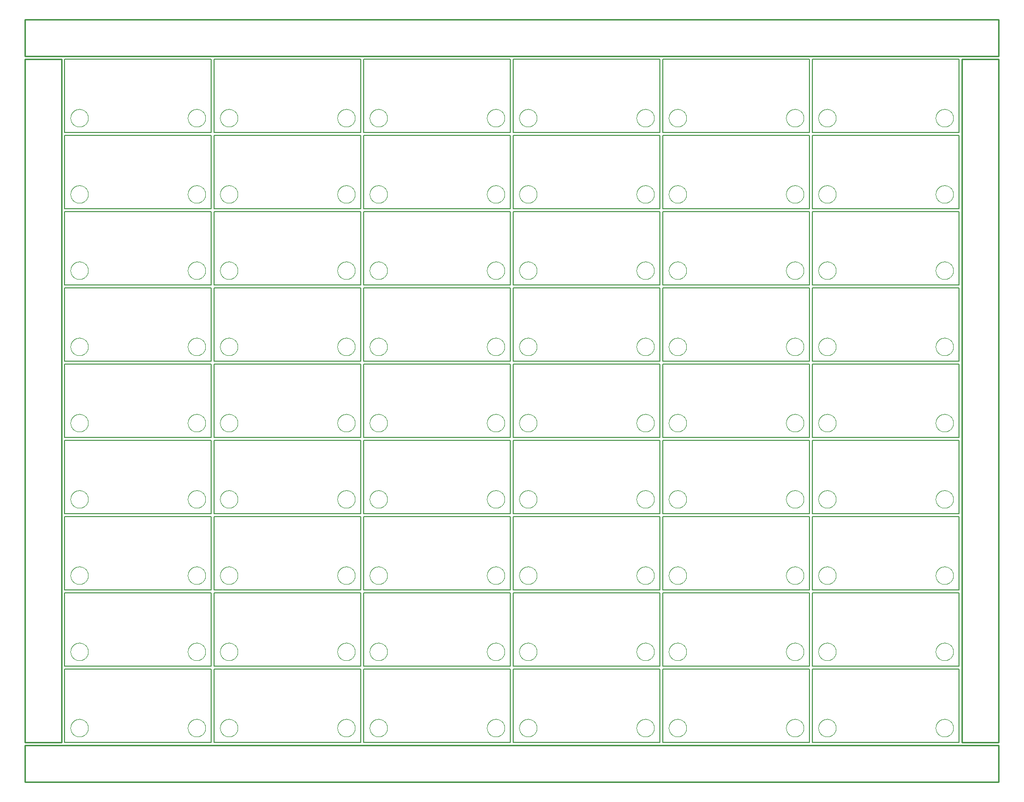
<source format=gko>
G04 EAGLE Gerber RS-274X export*
G75*
%MOMM*%
%FSLAX34Y34*%
%LPD*%
%IN*%
%IPPOS*%
%AMOC8*
5,1,8,0,0,1.08239X$1,22.5*%
G01*
%ADD10C,0.203200*%
%ADD11C,0.254000*%
%ADD12C,0.000000*%


D10*
X0Y0D02*
X0Y127000D01*
X254000Y127000D01*
X254000Y0D01*
X0Y0D01*
X259080Y0D02*
X259080Y127000D01*
X513080Y127000D01*
X513080Y0D01*
X259080Y0D01*
X518160Y0D02*
X518160Y127000D01*
X772160Y127000D01*
X772160Y0D01*
X518160Y0D01*
X777240Y0D02*
X777240Y127000D01*
X1031240Y127000D01*
X1031240Y0D01*
X777240Y0D01*
X1036320Y0D02*
X1036320Y127000D01*
X1290320Y127000D01*
X1290320Y0D01*
X1036320Y0D01*
X1295400Y0D02*
X1295400Y127000D01*
X1549400Y127000D01*
X1549400Y0D01*
X1295400Y0D01*
X0Y132080D02*
X0Y259080D01*
X254000Y259080D01*
X254000Y132080D01*
X0Y132080D01*
X259080Y132080D02*
X259080Y259080D01*
X513080Y259080D01*
X513080Y132080D01*
X259080Y132080D01*
X518160Y132080D02*
X518160Y259080D01*
X772160Y259080D01*
X772160Y132080D01*
X518160Y132080D01*
X777240Y132080D02*
X777240Y259080D01*
X1031240Y259080D01*
X1031240Y132080D01*
X777240Y132080D01*
X1036320Y132080D02*
X1036320Y259080D01*
X1290320Y259080D01*
X1290320Y132080D01*
X1036320Y132080D01*
X1295400Y132080D02*
X1295400Y259080D01*
X1549400Y259080D01*
X1549400Y132080D01*
X1295400Y132080D01*
X0Y264160D02*
X0Y391160D01*
X254000Y391160D01*
X254000Y264160D01*
X0Y264160D01*
X259080Y264160D02*
X259080Y391160D01*
X513080Y391160D01*
X513080Y264160D01*
X259080Y264160D01*
X518160Y264160D02*
X518160Y391160D01*
X772160Y391160D01*
X772160Y264160D01*
X518160Y264160D01*
X777240Y264160D02*
X777240Y391160D01*
X1031240Y391160D01*
X1031240Y264160D01*
X777240Y264160D01*
X1036320Y264160D02*
X1036320Y391160D01*
X1290320Y391160D01*
X1290320Y264160D01*
X1036320Y264160D01*
X1295400Y264160D02*
X1295400Y391160D01*
X1549400Y391160D01*
X1549400Y264160D01*
X1295400Y264160D01*
X0Y396240D02*
X0Y523240D01*
X254000Y523240D01*
X254000Y396240D01*
X0Y396240D01*
X259080Y396240D02*
X259080Y523240D01*
X513080Y523240D01*
X513080Y396240D01*
X259080Y396240D01*
X518160Y396240D02*
X518160Y523240D01*
X772160Y523240D01*
X772160Y396240D01*
X518160Y396240D01*
X777240Y396240D02*
X777240Y523240D01*
X1031240Y523240D01*
X1031240Y396240D01*
X777240Y396240D01*
X1036320Y396240D02*
X1036320Y523240D01*
X1290320Y523240D01*
X1290320Y396240D01*
X1036320Y396240D01*
X1295400Y396240D02*
X1295400Y523240D01*
X1549400Y523240D01*
X1549400Y396240D01*
X1295400Y396240D01*
X0Y528320D02*
X0Y655320D01*
X254000Y655320D01*
X254000Y528320D01*
X0Y528320D01*
X259080Y528320D02*
X259080Y655320D01*
X513080Y655320D01*
X513080Y528320D01*
X259080Y528320D01*
X518160Y528320D02*
X518160Y655320D01*
X772160Y655320D01*
X772160Y528320D01*
X518160Y528320D01*
X777240Y528320D02*
X777240Y655320D01*
X1031240Y655320D01*
X1031240Y528320D01*
X777240Y528320D01*
X1036320Y528320D02*
X1036320Y655320D01*
X1290320Y655320D01*
X1290320Y528320D01*
X1036320Y528320D01*
X1295400Y528320D02*
X1295400Y655320D01*
X1549400Y655320D01*
X1549400Y528320D01*
X1295400Y528320D01*
X0Y660400D02*
X0Y787400D01*
X254000Y787400D01*
X254000Y660400D01*
X0Y660400D01*
X259080Y660400D02*
X259080Y787400D01*
X513080Y787400D01*
X513080Y660400D01*
X259080Y660400D01*
X518160Y660400D02*
X518160Y787400D01*
X772160Y787400D01*
X772160Y660400D01*
X518160Y660400D01*
X777240Y660400D02*
X777240Y787400D01*
X1031240Y787400D01*
X1031240Y660400D01*
X777240Y660400D01*
X1036320Y660400D02*
X1036320Y787400D01*
X1290320Y787400D01*
X1290320Y660400D01*
X1036320Y660400D01*
X1295400Y660400D02*
X1295400Y787400D01*
X1549400Y787400D01*
X1549400Y660400D01*
X1295400Y660400D01*
X0Y792480D02*
X0Y919480D01*
X254000Y919480D01*
X254000Y792480D01*
X0Y792480D01*
X259080Y792480D02*
X259080Y919480D01*
X513080Y919480D01*
X513080Y792480D01*
X259080Y792480D01*
X518160Y792480D02*
X518160Y919480D01*
X772160Y919480D01*
X772160Y792480D01*
X518160Y792480D01*
X777240Y792480D02*
X777240Y919480D01*
X1031240Y919480D01*
X1031240Y792480D01*
X777240Y792480D01*
X1036320Y792480D02*
X1036320Y919480D01*
X1290320Y919480D01*
X1290320Y792480D01*
X1036320Y792480D01*
X1295400Y792480D02*
X1295400Y919480D01*
X1549400Y919480D01*
X1549400Y792480D01*
X1295400Y792480D01*
X0Y924560D02*
X0Y1051560D01*
X254000Y1051560D01*
X254000Y924560D01*
X0Y924560D01*
X259080Y924560D02*
X259080Y1051560D01*
X513080Y1051560D01*
X513080Y924560D01*
X259080Y924560D01*
X518160Y924560D02*
X518160Y1051560D01*
X772160Y1051560D01*
X772160Y924560D01*
X518160Y924560D01*
X777240Y924560D02*
X777240Y1051560D01*
X1031240Y1051560D01*
X1031240Y924560D01*
X777240Y924560D01*
X1036320Y924560D02*
X1036320Y1051560D01*
X1290320Y1051560D01*
X1290320Y924560D01*
X1036320Y924560D01*
X1295400Y924560D02*
X1295400Y1051560D01*
X1549400Y1051560D01*
X1549400Y924560D01*
X1295400Y924560D01*
X0Y1056640D02*
X0Y1183640D01*
X254000Y1183640D01*
X254000Y1056640D01*
X0Y1056640D01*
X259080Y1056640D02*
X259080Y1183640D01*
X513080Y1183640D01*
X513080Y1056640D01*
X259080Y1056640D01*
X518160Y1056640D02*
X518160Y1183640D01*
X772160Y1183640D01*
X772160Y1056640D01*
X518160Y1056640D01*
X777240Y1056640D02*
X777240Y1183640D01*
X1031240Y1183640D01*
X1031240Y1056640D01*
X777240Y1056640D01*
X1036320Y1056640D02*
X1036320Y1183640D01*
X1290320Y1183640D01*
X1290320Y1056640D01*
X1036320Y1056640D01*
X1295400Y1056640D02*
X1295400Y1183640D01*
X1549400Y1183640D01*
X1549400Y1056640D01*
X1295400Y1056640D01*
D11*
X1617980Y-5080D02*
X-68580Y-5080D01*
X1617980Y-5080D02*
X1617980Y-68580D01*
X-68580Y-68580D01*
X-68580Y-5080D01*
X1554480Y1183640D02*
X1617980Y1183640D01*
X1617980Y0D01*
X1554480Y0D01*
X1554480Y1183640D01*
X1617980Y1252220D02*
X-68580Y1252220D01*
X1617980Y1252220D02*
X1617980Y1188720D01*
X-68580Y1188720D01*
X-68580Y1252220D01*
X-68580Y1183640D02*
X-5080Y1183640D01*
X-5080Y0D01*
X-68580Y0D01*
X-68580Y1183640D01*
D12*
X213360Y25400D02*
X213365Y25774D01*
X213378Y26148D01*
X213401Y26521D01*
X213433Y26894D01*
X213475Y27266D01*
X213525Y27636D01*
X213584Y28005D01*
X213653Y28373D01*
X213730Y28739D01*
X213817Y29103D01*
X213912Y29465D01*
X214016Y29824D01*
X214129Y30181D01*
X214251Y30534D01*
X214381Y30885D01*
X214520Y31232D01*
X214667Y31576D01*
X214823Y31916D01*
X214987Y32252D01*
X215160Y32584D01*
X215340Y32912D01*
X215528Y33235D01*
X215724Y33553D01*
X215928Y33867D01*
X216140Y34175D01*
X216359Y34478D01*
X216586Y34776D01*
X216819Y35068D01*
X217060Y35354D01*
X217308Y35635D01*
X217562Y35909D01*
X217824Y36176D01*
X218091Y36438D01*
X218365Y36692D01*
X218646Y36940D01*
X218932Y37181D01*
X219224Y37414D01*
X219522Y37641D01*
X219825Y37860D01*
X220133Y38072D01*
X220447Y38276D01*
X220765Y38472D01*
X221088Y38660D01*
X221416Y38840D01*
X221748Y39013D01*
X222084Y39177D01*
X222424Y39333D01*
X222768Y39480D01*
X223115Y39619D01*
X223466Y39749D01*
X223819Y39871D01*
X224176Y39984D01*
X224535Y40088D01*
X224897Y40183D01*
X225261Y40270D01*
X225627Y40347D01*
X225995Y40416D01*
X226364Y40475D01*
X226734Y40525D01*
X227106Y40567D01*
X227479Y40599D01*
X227852Y40622D01*
X228226Y40635D01*
X228600Y40640D01*
X228974Y40635D01*
X229348Y40622D01*
X229721Y40599D01*
X230094Y40567D01*
X230466Y40525D01*
X230836Y40475D01*
X231205Y40416D01*
X231573Y40347D01*
X231939Y40270D01*
X232303Y40183D01*
X232665Y40088D01*
X233024Y39984D01*
X233381Y39871D01*
X233734Y39749D01*
X234085Y39619D01*
X234432Y39480D01*
X234776Y39333D01*
X235116Y39177D01*
X235452Y39013D01*
X235784Y38840D01*
X236112Y38660D01*
X236435Y38472D01*
X236753Y38276D01*
X237067Y38072D01*
X237375Y37860D01*
X237678Y37641D01*
X237976Y37414D01*
X238268Y37181D01*
X238554Y36940D01*
X238835Y36692D01*
X239109Y36438D01*
X239376Y36176D01*
X239638Y35909D01*
X239892Y35635D01*
X240140Y35354D01*
X240381Y35068D01*
X240614Y34776D01*
X240841Y34478D01*
X241060Y34175D01*
X241272Y33867D01*
X241476Y33553D01*
X241672Y33235D01*
X241860Y32912D01*
X242040Y32584D01*
X242213Y32252D01*
X242377Y31916D01*
X242533Y31576D01*
X242680Y31232D01*
X242819Y30885D01*
X242949Y30534D01*
X243071Y30181D01*
X243184Y29824D01*
X243288Y29465D01*
X243383Y29103D01*
X243470Y28739D01*
X243547Y28373D01*
X243616Y28005D01*
X243675Y27636D01*
X243725Y27266D01*
X243767Y26894D01*
X243799Y26521D01*
X243822Y26148D01*
X243835Y25774D01*
X243840Y25400D01*
X243835Y25026D01*
X243822Y24652D01*
X243799Y24279D01*
X243767Y23906D01*
X243725Y23534D01*
X243675Y23164D01*
X243616Y22795D01*
X243547Y22427D01*
X243470Y22061D01*
X243383Y21697D01*
X243288Y21335D01*
X243184Y20976D01*
X243071Y20619D01*
X242949Y20266D01*
X242819Y19915D01*
X242680Y19568D01*
X242533Y19224D01*
X242377Y18884D01*
X242213Y18548D01*
X242040Y18216D01*
X241860Y17888D01*
X241672Y17565D01*
X241476Y17247D01*
X241272Y16933D01*
X241060Y16625D01*
X240841Y16322D01*
X240614Y16024D01*
X240381Y15732D01*
X240140Y15446D01*
X239892Y15165D01*
X239638Y14891D01*
X239376Y14624D01*
X239109Y14362D01*
X238835Y14108D01*
X238554Y13860D01*
X238268Y13619D01*
X237976Y13386D01*
X237678Y13159D01*
X237375Y12940D01*
X237067Y12728D01*
X236753Y12524D01*
X236435Y12328D01*
X236112Y12140D01*
X235784Y11960D01*
X235452Y11787D01*
X235116Y11623D01*
X234776Y11467D01*
X234432Y11320D01*
X234085Y11181D01*
X233734Y11051D01*
X233381Y10929D01*
X233024Y10816D01*
X232665Y10712D01*
X232303Y10617D01*
X231939Y10530D01*
X231573Y10453D01*
X231205Y10384D01*
X230836Y10325D01*
X230466Y10275D01*
X230094Y10233D01*
X229721Y10201D01*
X229348Y10178D01*
X228974Y10165D01*
X228600Y10160D01*
X228226Y10165D01*
X227852Y10178D01*
X227479Y10201D01*
X227106Y10233D01*
X226734Y10275D01*
X226364Y10325D01*
X225995Y10384D01*
X225627Y10453D01*
X225261Y10530D01*
X224897Y10617D01*
X224535Y10712D01*
X224176Y10816D01*
X223819Y10929D01*
X223466Y11051D01*
X223115Y11181D01*
X222768Y11320D01*
X222424Y11467D01*
X222084Y11623D01*
X221748Y11787D01*
X221416Y11960D01*
X221088Y12140D01*
X220765Y12328D01*
X220447Y12524D01*
X220133Y12728D01*
X219825Y12940D01*
X219522Y13159D01*
X219224Y13386D01*
X218932Y13619D01*
X218646Y13860D01*
X218365Y14108D01*
X218091Y14362D01*
X217824Y14624D01*
X217562Y14891D01*
X217308Y15165D01*
X217060Y15446D01*
X216819Y15732D01*
X216586Y16024D01*
X216359Y16322D01*
X216140Y16625D01*
X215928Y16933D01*
X215724Y17247D01*
X215528Y17565D01*
X215340Y17888D01*
X215160Y18216D01*
X214987Y18548D01*
X214823Y18884D01*
X214667Y19224D01*
X214520Y19568D01*
X214381Y19915D01*
X214251Y20266D01*
X214129Y20619D01*
X214016Y20976D01*
X213912Y21335D01*
X213817Y21697D01*
X213730Y22061D01*
X213653Y22427D01*
X213584Y22795D01*
X213525Y23164D01*
X213475Y23534D01*
X213433Y23906D01*
X213401Y24279D01*
X213378Y24652D01*
X213365Y25026D01*
X213360Y25400D01*
X10160Y25400D02*
X10165Y25774D01*
X10178Y26148D01*
X10201Y26521D01*
X10233Y26894D01*
X10275Y27266D01*
X10325Y27636D01*
X10384Y28005D01*
X10453Y28373D01*
X10530Y28739D01*
X10617Y29103D01*
X10712Y29465D01*
X10816Y29824D01*
X10929Y30181D01*
X11051Y30534D01*
X11181Y30885D01*
X11320Y31232D01*
X11467Y31576D01*
X11623Y31916D01*
X11787Y32252D01*
X11960Y32584D01*
X12140Y32912D01*
X12328Y33235D01*
X12524Y33553D01*
X12728Y33867D01*
X12940Y34175D01*
X13159Y34478D01*
X13386Y34776D01*
X13619Y35068D01*
X13860Y35354D01*
X14108Y35635D01*
X14362Y35909D01*
X14624Y36176D01*
X14891Y36438D01*
X15165Y36692D01*
X15446Y36940D01*
X15732Y37181D01*
X16024Y37414D01*
X16322Y37641D01*
X16625Y37860D01*
X16933Y38072D01*
X17247Y38276D01*
X17565Y38472D01*
X17888Y38660D01*
X18216Y38840D01*
X18548Y39013D01*
X18884Y39177D01*
X19224Y39333D01*
X19568Y39480D01*
X19915Y39619D01*
X20266Y39749D01*
X20619Y39871D01*
X20976Y39984D01*
X21335Y40088D01*
X21697Y40183D01*
X22061Y40270D01*
X22427Y40347D01*
X22795Y40416D01*
X23164Y40475D01*
X23534Y40525D01*
X23906Y40567D01*
X24279Y40599D01*
X24652Y40622D01*
X25026Y40635D01*
X25400Y40640D01*
X25774Y40635D01*
X26148Y40622D01*
X26521Y40599D01*
X26894Y40567D01*
X27266Y40525D01*
X27636Y40475D01*
X28005Y40416D01*
X28373Y40347D01*
X28739Y40270D01*
X29103Y40183D01*
X29465Y40088D01*
X29824Y39984D01*
X30181Y39871D01*
X30534Y39749D01*
X30885Y39619D01*
X31232Y39480D01*
X31576Y39333D01*
X31916Y39177D01*
X32252Y39013D01*
X32584Y38840D01*
X32912Y38660D01*
X33235Y38472D01*
X33553Y38276D01*
X33867Y38072D01*
X34175Y37860D01*
X34478Y37641D01*
X34776Y37414D01*
X35068Y37181D01*
X35354Y36940D01*
X35635Y36692D01*
X35909Y36438D01*
X36176Y36176D01*
X36438Y35909D01*
X36692Y35635D01*
X36940Y35354D01*
X37181Y35068D01*
X37414Y34776D01*
X37641Y34478D01*
X37860Y34175D01*
X38072Y33867D01*
X38276Y33553D01*
X38472Y33235D01*
X38660Y32912D01*
X38840Y32584D01*
X39013Y32252D01*
X39177Y31916D01*
X39333Y31576D01*
X39480Y31232D01*
X39619Y30885D01*
X39749Y30534D01*
X39871Y30181D01*
X39984Y29824D01*
X40088Y29465D01*
X40183Y29103D01*
X40270Y28739D01*
X40347Y28373D01*
X40416Y28005D01*
X40475Y27636D01*
X40525Y27266D01*
X40567Y26894D01*
X40599Y26521D01*
X40622Y26148D01*
X40635Y25774D01*
X40640Y25400D01*
X40635Y25026D01*
X40622Y24652D01*
X40599Y24279D01*
X40567Y23906D01*
X40525Y23534D01*
X40475Y23164D01*
X40416Y22795D01*
X40347Y22427D01*
X40270Y22061D01*
X40183Y21697D01*
X40088Y21335D01*
X39984Y20976D01*
X39871Y20619D01*
X39749Y20266D01*
X39619Y19915D01*
X39480Y19568D01*
X39333Y19224D01*
X39177Y18884D01*
X39013Y18548D01*
X38840Y18216D01*
X38660Y17888D01*
X38472Y17565D01*
X38276Y17247D01*
X38072Y16933D01*
X37860Y16625D01*
X37641Y16322D01*
X37414Y16024D01*
X37181Y15732D01*
X36940Y15446D01*
X36692Y15165D01*
X36438Y14891D01*
X36176Y14624D01*
X35909Y14362D01*
X35635Y14108D01*
X35354Y13860D01*
X35068Y13619D01*
X34776Y13386D01*
X34478Y13159D01*
X34175Y12940D01*
X33867Y12728D01*
X33553Y12524D01*
X33235Y12328D01*
X32912Y12140D01*
X32584Y11960D01*
X32252Y11787D01*
X31916Y11623D01*
X31576Y11467D01*
X31232Y11320D01*
X30885Y11181D01*
X30534Y11051D01*
X30181Y10929D01*
X29824Y10816D01*
X29465Y10712D01*
X29103Y10617D01*
X28739Y10530D01*
X28373Y10453D01*
X28005Y10384D01*
X27636Y10325D01*
X27266Y10275D01*
X26894Y10233D01*
X26521Y10201D01*
X26148Y10178D01*
X25774Y10165D01*
X25400Y10160D01*
X25026Y10165D01*
X24652Y10178D01*
X24279Y10201D01*
X23906Y10233D01*
X23534Y10275D01*
X23164Y10325D01*
X22795Y10384D01*
X22427Y10453D01*
X22061Y10530D01*
X21697Y10617D01*
X21335Y10712D01*
X20976Y10816D01*
X20619Y10929D01*
X20266Y11051D01*
X19915Y11181D01*
X19568Y11320D01*
X19224Y11467D01*
X18884Y11623D01*
X18548Y11787D01*
X18216Y11960D01*
X17888Y12140D01*
X17565Y12328D01*
X17247Y12524D01*
X16933Y12728D01*
X16625Y12940D01*
X16322Y13159D01*
X16024Y13386D01*
X15732Y13619D01*
X15446Y13860D01*
X15165Y14108D01*
X14891Y14362D01*
X14624Y14624D01*
X14362Y14891D01*
X14108Y15165D01*
X13860Y15446D01*
X13619Y15732D01*
X13386Y16024D01*
X13159Y16322D01*
X12940Y16625D01*
X12728Y16933D01*
X12524Y17247D01*
X12328Y17565D01*
X12140Y17888D01*
X11960Y18216D01*
X11787Y18548D01*
X11623Y18884D01*
X11467Y19224D01*
X11320Y19568D01*
X11181Y19915D01*
X11051Y20266D01*
X10929Y20619D01*
X10816Y20976D01*
X10712Y21335D01*
X10617Y21697D01*
X10530Y22061D01*
X10453Y22427D01*
X10384Y22795D01*
X10325Y23164D01*
X10275Y23534D01*
X10233Y23906D01*
X10201Y24279D01*
X10178Y24652D01*
X10165Y25026D01*
X10160Y25400D01*
X472440Y25400D02*
X472445Y25774D01*
X472458Y26148D01*
X472481Y26521D01*
X472513Y26894D01*
X472555Y27266D01*
X472605Y27636D01*
X472664Y28005D01*
X472733Y28373D01*
X472810Y28739D01*
X472897Y29103D01*
X472992Y29465D01*
X473096Y29824D01*
X473209Y30181D01*
X473331Y30534D01*
X473461Y30885D01*
X473600Y31232D01*
X473747Y31576D01*
X473903Y31916D01*
X474067Y32252D01*
X474240Y32584D01*
X474420Y32912D01*
X474608Y33235D01*
X474804Y33553D01*
X475008Y33867D01*
X475220Y34175D01*
X475439Y34478D01*
X475666Y34776D01*
X475899Y35068D01*
X476140Y35354D01*
X476388Y35635D01*
X476642Y35909D01*
X476904Y36176D01*
X477171Y36438D01*
X477445Y36692D01*
X477726Y36940D01*
X478012Y37181D01*
X478304Y37414D01*
X478602Y37641D01*
X478905Y37860D01*
X479213Y38072D01*
X479527Y38276D01*
X479845Y38472D01*
X480168Y38660D01*
X480496Y38840D01*
X480828Y39013D01*
X481164Y39177D01*
X481504Y39333D01*
X481848Y39480D01*
X482195Y39619D01*
X482546Y39749D01*
X482899Y39871D01*
X483256Y39984D01*
X483615Y40088D01*
X483977Y40183D01*
X484341Y40270D01*
X484707Y40347D01*
X485075Y40416D01*
X485444Y40475D01*
X485814Y40525D01*
X486186Y40567D01*
X486559Y40599D01*
X486932Y40622D01*
X487306Y40635D01*
X487680Y40640D01*
X488054Y40635D01*
X488428Y40622D01*
X488801Y40599D01*
X489174Y40567D01*
X489546Y40525D01*
X489916Y40475D01*
X490285Y40416D01*
X490653Y40347D01*
X491019Y40270D01*
X491383Y40183D01*
X491745Y40088D01*
X492104Y39984D01*
X492461Y39871D01*
X492814Y39749D01*
X493165Y39619D01*
X493512Y39480D01*
X493856Y39333D01*
X494196Y39177D01*
X494532Y39013D01*
X494864Y38840D01*
X495192Y38660D01*
X495515Y38472D01*
X495833Y38276D01*
X496147Y38072D01*
X496455Y37860D01*
X496758Y37641D01*
X497056Y37414D01*
X497348Y37181D01*
X497634Y36940D01*
X497915Y36692D01*
X498189Y36438D01*
X498456Y36176D01*
X498718Y35909D01*
X498972Y35635D01*
X499220Y35354D01*
X499461Y35068D01*
X499694Y34776D01*
X499921Y34478D01*
X500140Y34175D01*
X500352Y33867D01*
X500556Y33553D01*
X500752Y33235D01*
X500940Y32912D01*
X501120Y32584D01*
X501293Y32252D01*
X501457Y31916D01*
X501613Y31576D01*
X501760Y31232D01*
X501899Y30885D01*
X502029Y30534D01*
X502151Y30181D01*
X502264Y29824D01*
X502368Y29465D01*
X502463Y29103D01*
X502550Y28739D01*
X502627Y28373D01*
X502696Y28005D01*
X502755Y27636D01*
X502805Y27266D01*
X502847Y26894D01*
X502879Y26521D01*
X502902Y26148D01*
X502915Y25774D01*
X502920Y25400D01*
X502915Y25026D01*
X502902Y24652D01*
X502879Y24279D01*
X502847Y23906D01*
X502805Y23534D01*
X502755Y23164D01*
X502696Y22795D01*
X502627Y22427D01*
X502550Y22061D01*
X502463Y21697D01*
X502368Y21335D01*
X502264Y20976D01*
X502151Y20619D01*
X502029Y20266D01*
X501899Y19915D01*
X501760Y19568D01*
X501613Y19224D01*
X501457Y18884D01*
X501293Y18548D01*
X501120Y18216D01*
X500940Y17888D01*
X500752Y17565D01*
X500556Y17247D01*
X500352Y16933D01*
X500140Y16625D01*
X499921Y16322D01*
X499694Y16024D01*
X499461Y15732D01*
X499220Y15446D01*
X498972Y15165D01*
X498718Y14891D01*
X498456Y14624D01*
X498189Y14362D01*
X497915Y14108D01*
X497634Y13860D01*
X497348Y13619D01*
X497056Y13386D01*
X496758Y13159D01*
X496455Y12940D01*
X496147Y12728D01*
X495833Y12524D01*
X495515Y12328D01*
X495192Y12140D01*
X494864Y11960D01*
X494532Y11787D01*
X494196Y11623D01*
X493856Y11467D01*
X493512Y11320D01*
X493165Y11181D01*
X492814Y11051D01*
X492461Y10929D01*
X492104Y10816D01*
X491745Y10712D01*
X491383Y10617D01*
X491019Y10530D01*
X490653Y10453D01*
X490285Y10384D01*
X489916Y10325D01*
X489546Y10275D01*
X489174Y10233D01*
X488801Y10201D01*
X488428Y10178D01*
X488054Y10165D01*
X487680Y10160D01*
X487306Y10165D01*
X486932Y10178D01*
X486559Y10201D01*
X486186Y10233D01*
X485814Y10275D01*
X485444Y10325D01*
X485075Y10384D01*
X484707Y10453D01*
X484341Y10530D01*
X483977Y10617D01*
X483615Y10712D01*
X483256Y10816D01*
X482899Y10929D01*
X482546Y11051D01*
X482195Y11181D01*
X481848Y11320D01*
X481504Y11467D01*
X481164Y11623D01*
X480828Y11787D01*
X480496Y11960D01*
X480168Y12140D01*
X479845Y12328D01*
X479527Y12524D01*
X479213Y12728D01*
X478905Y12940D01*
X478602Y13159D01*
X478304Y13386D01*
X478012Y13619D01*
X477726Y13860D01*
X477445Y14108D01*
X477171Y14362D01*
X476904Y14624D01*
X476642Y14891D01*
X476388Y15165D01*
X476140Y15446D01*
X475899Y15732D01*
X475666Y16024D01*
X475439Y16322D01*
X475220Y16625D01*
X475008Y16933D01*
X474804Y17247D01*
X474608Y17565D01*
X474420Y17888D01*
X474240Y18216D01*
X474067Y18548D01*
X473903Y18884D01*
X473747Y19224D01*
X473600Y19568D01*
X473461Y19915D01*
X473331Y20266D01*
X473209Y20619D01*
X473096Y20976D01*
X472992Y21335D01*
X472897Y21697D01*
X472810Y22061D01*
X472733Y22427D01*
X472664Y22795D01*
X472605Y23164D01*
X472555Y23534D01*
X472513Y23906D01*
X472481Y24279D01*
X472458Y24652D01*
X472445Y25026D01*
X472440Y25400D01*
X269240Y25400D02*
X269245Y25774D01*
X269258Y26148D01*
X269281Y26521D01*
X269313Y26894D01*
X269355Y27266D01*
X269405Y27636D01*
X269464Y28005D01*
X269533Y28373D01*
X269610Y28739D01*
X269697Y29103D01*
X269792Y29465D01*
X269896Y29824D01*
X270009Y30181D01*
X270131Y30534D01*
X270261Y30885D01*
X270400Y31232D01*
X270547Y31576D01*
X270703Y31916D01*
X270867Y32252D01*
X271040Y32584D01*
X271220Y32912D01*
X271408Y33235D01*
X271604Y33553D01*
X271808Y33867D01*
X272020Y34175D01*
X272239Y34478D01*
X272466Y34776D01*
X272699Y35068D01*
X272940Y35354D01*
X273188Y35635D01*
X273442Y35909D01*
X273704Y36176D01*
X273971Y36438D01*
X274245Y36692D01*
X274526Y36940D01*
X274812Y37181D01*
X275104Y37414D01*
X275402Y37641D01*
X275705Y37860D01*
X276013Y38072D01*
X276327Y38276D01*
X276645Y38472D01*
X276968Y38660D01*
X277296Y38840D01*
X277628Y39013D01*
X277964Y39177D01*
X278304Y39333D01*
X278648Y39480D01*
X278995Y39619D01*
X279346Y39749D01*
X279699Y39871D01*
X280056Y39984D01*
X280415Y40088D01*
X280777Y40183D01*
X281141Y40270D01*
X281507Y40347D01*
X281875Y40416D01*
X282244Y40475D01*
X282614Y40525D01*
X282986Y40567D01*
X283359Y40599D01*
X283732Y40622D01*
X284106Y40635D01*
X284480Y40640D01*
X284854Y40635D01*
X285228Y40622D01*
X285601Y40599D01*
X285974Y40567D01*
X286346Y40525D01*
X286716Y40475D01*
X287085Y40416D01*
X287453Y40347D01*
X287819Y40270D01*
X288183Y40183D01*
X288545Y40088D01*
X288904Y39984D01*
X289261Y39871D01*
X289614Y39749D01*
X289965Y39619D01*
X290312Y39480D01*
X290656Y39333D01*
X290996Y39177D01*
X291332Y39013D01*
X291664Y38840D01*
X291992Y38660D01*
X292315Y38472D01*
X292633Y38276D01*
X292947Y38072D01*
X293255Y37860D01*
X293558Y37641D01*
X293856Y37414D01*
X294148Y37181D01*
X294434Y36940D01*
X294715Y36692D01*
X294989Y36438D01*
X295256Y36176D01*
X295518Y35909D01*
X295772Y35635D01*
X296020Y35354D01*
X296261Y35068D01*
X296494Y34776D01*
X296721Y34478D01*
X296940Y34175D01*
X297152Y33867D01*
X297356Y33553D01*
X297552Y33235D01*
X297740Y32912D01*
X297920Y32584D01*
X298093Y32252D01*
X298257Y31916D01*
X298413Y31576D01*
X298560Y31232D01*
X298699Y30885D01*
X298829Y30534D01*
X298951Y30181D01*
X299064Y29824D01*
X299168Y29465D01*
X299263Y29103D01*
X299350Y28739D01*
X299427Y28373D01*
X299496Y28005D01*
X299555Y27636D01*
X299605Y27266D01*
X299647Y26894D01*
X299679Y26521D01*
X299702Y26148D01*
X299715Y25774D01*
X299720Y25400D01*
X299715Y25026D01*
X299702Y24652D01*
X299679Y24279D01*
X299647Y23906D01*
X299605Y23534D01*
X299555Y23164D01*
X299496Y22795D01*
X299427Y22427D01*
X299350Y22061D01*
X299263Y21697D01*
X299168Y21335D01*
X299064Y20976D01*
X298951Y20619D01*
X298829Y20266D01*
X298699Y19915D01*
X298560Y19568D01*
X298413Y19224D01*
X298257Y18884D01*
X298093Y18548D01*
X297920Y18216D01*
X297740Y17888D01*
X297552Y17565D01*
X297356Y17247D01*
X297152Y16933D01*
X296940Y16625D01*
X296721Y16322D01*
X296494Y16024D01*
X296261Y15732D01*
X296020Y15446D01*
X295772Y15165D01*
X295518Y14891D01*
X295256Y14624D01*
X294989Y14362D01*
X294715Y14108D01*
X294434Y13860D01*
X294148Y13619D01*
X293856Y13386D01*
X293558Y13159D01*
X293255Y12940D01*
X292947Y12728D01*
X292633Y12524D01*
X292315Y12328D01*
X291992Y12140D01*
X291664Y11960D01*
X291332Y11787D01*
X290996Y11623D01*
X290656Y11467D01*
X290312Y11320D01*
X289965Y11181D01*
X289614Y11051D01*
X289261Y10929D01*
X288904Y10816D01*
X288545Y10712D01*
X288183Y10617D01*
X287819Y10530D01*
X287453Y10453D01*
X287085Y10384D01*
X286716Y10325D01*
X286346Y10275D01*
X285974Y10233D01*
X285601Y10201D01*
X285228Y10178D01*
X284854Y10165D01*
X284480Y10160D01*
X284106Y10165D01*
X283732Y10178D01*
X283359Y10201D01*
X282986Y10233D01*
X282614Y10275D01*
X282244Y10325D01*
X281875Y10384D01*
X281507Y10453D01*
X281141Y10530D01*
X280777Y10617D01*
X280415Y10712D01*
X280056Y10816D01*
X279699Y10929D01*
X279346Y11051D01*
X278995Y11181D01*
X278648Y11320D01*
X278304Y11467D01*
X277964Y11623D01*
X277628Y11787D01*
X277296Y11960D01*
X276968Y12140D01*
X276645Y12328D01*
X276327Y12524D01*
X276013Y12728D01*
X275705Y12940D01*
X275402Y13159D01*
X275104Y13386D01*
X274812Y13619D01*
X274526Y13860D01*
X274245Y14108D01*
X273971Y14362D01*
X273704Y14624D01*
X273442Y14891D01*
X273188Y15165D01*
X272940Y15446D01*
X272699Y15732D01*
X272466Y16024D01*
X272239Y16322D01*
X272020Y16625D01*
X271808Y16933D01*
X271604Y17247D01*
X271408Y17565D01*
X271220Y17888D01*
X271040Y18216D01*
X270867Y18548D01*
X270703Y18884D01*
X270547Y19224D01*
X270400Y19568D01*
X270261Y19915D01*
X270131Y20266D01*
X270009Y20619D01*
X269896Y20976D01*
X269792Y21335D01*
X269697Y21697D01*
X269610Y22061D01*
X269533Y22427D01*
X269464Y22795D01*
X269405Y23164D01*
X269355Y23534D01*
X269313Y23906D01*
X269281Y24279D01*
X269258Y24652D01*
X269245Y25026D01*
X269240Y25400D01*
X731520Y25400D02*
X731525Y25774D01*
X731538Y26148D01*
X731561Y26521D01*
X731593Y26894D01*
X731635Y27266D01*
X731685Y27636D01*
X731744Y28005D01*
X731813Y28373D01*
X731890Y28739D01*
X731977Y29103D01*
X732072Y29465D01*
X732176Y29824D01*
X732289Y30181D01*
X732411Y30534D01*
X732541Y30885D01*
X732680Y31232D01*
X732827Y31576D01*
X732983Y31916D01*
X733147Y32252D01*
X733320Y32584D01*
X733500Y32912D01*
X733688Y33235D01*
X733884Y33553D01*
X734088Y33867D01*
X734300Y34175D01*
X734519Y34478D01*
X734746Y34776D01*
X734979Y35068D01*
X735220Y35354D01*
X735468Y35635D01*
X735722Y35909D01*
X735984Y36176D01*
X736251Y36438D01*
X736525Y36692D01*
X736806Y36940D01*
X737092Y37181D01*
X737384Y37414D01*
X737682Y37641D01*
X737985Y37860D01*
X738293Y38072D01*
X738607Y38276D01*
X738925Y38472D01*
X739248Y38660D01*
X739576Y38840D01*
X739908Y39013D01*
X740244Y39177D01*
X740584Y39333D01*
X740928Y39480D01*
X741275Y39619D01*
X741626Y39749D01*
X741979Y39871D01*
X742336Y39984D01*
X742695Y40088D01*
X743057Y40183D01*
X743421Y40270D01*
X743787Y40347D01*
X744155Y40416D01*
X744524Y40475D01*
X744894Y40525D01*
X745266Y40567D01*
X745639Y40599D01*
X746012Y40622D01*
X746386Y40635D01*
X746760Y40640D01*
X747134Y40635D01*
X747508Y40622D01*
X747881Y40599D01*
X748254Y40567D01*
X748626Y40525D01*
X748996Y40475D01*
X749365Y40416D01*
X749733Y40347D01*
X750099Y40270D01*
X750463Y40183D01*
X750825Y40088D01*
X751184Y39984D01*
X751541Y39871D01*
X751894Y39749D01*
X752245Y39619D01*
X752592Y39480D01*
X752936Y39333D01*
X753276Y39177D01*
X753612Y39013D01*
X753944Y38840D01*
X754272Y38660D01*
X754595Y38472D01*
X754913Y38276D01*
X755227Y38072D01*
X755535Y37860D01*
X755838Y37641D01*
X756136Y37414D01*
X756428Y37181D01*
X756714Y36940D01*
X756995Y36692D01*
X757269Y36438D01*
X757536Y36176D01*
X757798Y35909D01*
X758052Y35635D01*
X758300Y35354D01*
X758541Y35068D01*
X758774Y34776D01*
X759001Y34478D01*
X759220Y34175D01*
X759432Y33867D01*
X759636Y33553D01*
X759832Y33235D01*
X760020Y32912D01*
X760200Y32584D01*
X760373Y32252D01*
X760537Y31916D01*
X760693Y31576D01*
X760840Y31232D01*
X760979Y30885D01*
X761109Y30534D01*
X761231Y30181D01*
X761344Y29824D01*
X761448Y29465D01*
X761543Y29103D01*
X761630Y28739D01*
X761707Y28373D01*
X761776Y28005D01*
X761835Y27636D01*
X761885Y27266D01*
X761927Y26894D01*
X761959Y26521D01*
X761982Y26148D01*
X761995Y25774D01*
X762000Y25400D01*
X761995Y25026D01*
X761982Y24652D01*
X761959Y24279D01*
X761927Y23906D01*
X761885Y23534D01*
X761835Y23164D01*
X761776Y22795D01*
X761707Y22427D01*
X761630Y22061D01*
X761543Y21697D01*
X761448Y21335D01*
X761344Y20976D01*
X761231Y20619D01*
X761109Y20266D01*
X760979Y19915D01*
X760840Y19568D01*
X760693Y19224D01*
X760537Y18884D01*
X760373Y18548D01*
X760200Y18216D01*
X760020Y17888D01*
X759832Y17565D01*
X759636Y17247D01*
X759432Y16933D01*
X759220Y16625D01*
X759001Y16322D01*
X758774Y16024D01*
X758541Y15732D01*
X758300Y15446D01*
X758052Y15165D01*
X757798Y14891D01*
X757536Y14624D01*
X757269Y14362D01*
X756995Y14108D01*
X756714Y13860D01*
X756428Y13619D01*
X756136Y13386D01*
X755838Y13159D01*
X755535Y12940D01*
X755227Y12728D01*
X754913Y12524D01*
X754595Y12328D01*
X754272Y12140D01*
X753944Y11960D01*
X753612Y11787D01*
X753276Y11623D01*
X752936Y11467D01*
X752592Y11320D01*
X752245Y11181D01*
X751894Y11051D01*
X751541Y10929D01*
X751184Y10816D01*
X750825Y10712D01*
X750463Y10617D01*
X750099Y10530D01*
X749733Y10453D01*
X749365Y10384D01*
X748996Y10325D01*
X748626Y10275D01*
X748254Y10233D01*
X747881Y10201D01*
X747508Y10178D01*
X747134Y10165D01*
X746760Y10160D01*
X746386Y10165D01*
X746012Y10178D01*
X745639Y10201D01*
X745266Y10233D01*
X744894Y10275D01*
X744524Y10325D01*
X744155Y10384D01*
X743787Y10453D01*
X743421Y10530D01*
X743057Y10617D01*
X742695Y10712D01*
X742336Y10816D01*
X741979Y10929D01*
X741626Y11051D01*
X741275Y11181D01*
X740928Y11320D01*
X740584Y11467D01*
X740244Y11623D01*
X739908Y11787D01*
X739576Y11960D01*
X739248Y12140D01*
X738925Y12328D01*
X738607Y12524D01*
X738293Y12728D01*
X737985Y12940D01*
X737682Y13159D01*
X737384Y13386D01*
X737092Y13619D01*
X736806Y13860D01*
X736525Y14108D01*
X736251Y14362D01*
X735984Y14624D01*
X735722Y14891D01*
X735468Y15165D01*
X735220Y15446D01*
X734979Y15732D01*
X734746Y16024D01*
X734519Y16322D01*
X734300Y16625D01*
X734088Y16933D01*
X733884Y17247D01*
X733688Y17565D01*
X733500Y17888D01*
X733320Y18216D01*
X733147Y18548D01*
X732983Y18884D01*
X732827Y19224D01*
X732680Y19568D01*
X732541Y19915D01*
X732411Y20266D01*
X732289Y20619D01*
X732176Y20976D01*
X732072Y21335D01*
X731977Y21697D01*
X731890Y22061D01*
X731813Y22427D01*
X731744Y22795D01*
X731685Y23164D01*
X731635Y23534D01*
X731593Y23906D01*
X731561Y24279D01*
X731538Y24652D01*
X731525Y25026D01*
X731520Y25400D01*
X528320Y25400D02*
X528325Y25774D01*
X528338Y26148D01*
X528361Y26521D01*
X528393Y26894D01*
X528435Y27266D01*
X528485Y27636D01*
X528544Y28005D01*
X528613Y28373D01*
X528690Y28739D01*
X528777Y29103D01*
X528872Y29465D01*
X528976Y29824D01*
X529089Y30181D01*
X529211Y30534D01*
X529341Y30885D01*
X529480Y31232D01*
X529627Y31576D01*
X529783Y31916D01*
X529947Y32252D01*
X530120Y32584D01*
X530300Y32912D01*
X530488Y33235D01*
X530684Y33553D01*
X530888Y33867D01*
X531100Y34175D01*
X531319Y34478D01*
X531546Y34776D01*
X531779Y35068D01*
X532020Y35354D01*
X532268Y35635D01*
X532522Y35909D01*
X532784Y36176D01*
X533051Y36438D01*
X533325Y36692D01*
X533606Y36940D01*
X533892Y37181D01*
X534184Y37414D01*
X534482Y37641D01*
X534785Y37860D01*
X535093Y38072D01*
X535407Y38276D01*
X535725Y38472D01*
X536048Y38660D01*
X536376Y38840D01*
X536708Y39013D01*
X537044Y39177D01*
X537384Y39333D01*
X537728Y39480D01*
X538075Y39619D01*
X538426Y39749D01*
X538779Y39871D01*
X539136Y39984D01*
X539495Y40088D01*
X539857Y40183D01*
X540221Y40270D01*
X540587Y40347D01*
X540955Y40416D01*
X541324Y40475D01*
X541694Y40525D01*
X542066Y40567D01*
X542439Y40599D01*
X542812Y40622D01*
X543186Y40635D01*
X543560Y40640D01*
X543934Y40635D01*
X544308Y40622D01*
X544681Y40599D01*
X545054Y40567D01*
X545426Y40525D01*
X545796Y40475D01*
X546165Y40416D01*
X546533Y40347D01*
X546899Y40270D01*
X547263Y40183D01*
X547625Y40088D01*
X547984Y39984D01*
X548341Y39871D01*
X548694Y39749D01*
X549045Y39619D01*
X549392Y39480D01*
X549736Y39333D01*
X550076Y39177D01*
X550412Y39013D01*
X550744Y38840D01*
X551072Y38660D01*
X551395Y38472D01*
X551713Y38276D01*
X552027Y38072D01*
X552335Y37860D01*
X552638Y37641D01*
X552936Y37414D01*
X553228Y37181D01*
X553514Y36940D01*
X553795Y36692D01*
X554069Y36438D01*
X554336Y36176D01*
X554598Y35909D01*
X554852Y35635D01*
X555100Y35354D01*
X555341Y35068D01*
X555574Y34776D01*
X555801Y34478D01*
X556020Y34175D01*
X556232Y33867D01*
X556436Y33553D01*
X556632Y33235D01*
X556820Y32912D01*
X557000Y32584D01*
X557173Y32252D01*
X557337Y31916D01*
X557493Y31576D01*
X557640Y31232D01*
X557779Y30885D01*
X557909Y30534D01*
X558031Y30181D01*
X558144Y29824D01*
X558248Y29465D01*
X558343Y29103D01*
X558430Y28739D01*
X558507Y28373D01*
X558576Y28005D01*
X558635Y27636D01*
X558685Y27266D01*
X558727Y26894D01*
X558759Y26521D01*
X558782Y26148D01*
X558795Y25774D01*
X558800Y25400D01*
X558795Y25026D01*
X558782Y24652D01*
X558759Y24279D01*
X558727Y23906D01*
X558685Y23534D01*
X558635Y23164D01*
X558576Y22795D01*
X558507Y22427D01*
X558430Y22061D01*
X558343Y21697D01*
X558248Y21335D01*
X558144Y20976D01*
X558031Y20619D01*
X557909Y20266D01*
X557779Y19915D01*
X557640Y19568D01*
X557493Y19224D01*
X557337Y18884D01*
X557173Y18548D01*
X557000Y18216D01*
X556820Y17888D01*
X556632Y17565D01*
X556436Y17247D01*
X556232Y16933D01*
X556020Y16625D01*
X555801Y16322D01*
X555574Y16024D01*
X555341Y15732D01*
X555100Y15446D01*
X554852Y15165D01*
X554598Y14891D01*
X554336Y14624D01*
X554069Y14362D01*
X553795Y14108D01*
X553514Y13860D01*
X553228Y13619D01*
X552936Y13386D01*
X552638Y13159D01*
X552335Y12940D01*
X552027Y12728D01*
X551713Y12524D01*
X551395Y12328D01*
X551072Y12140D01*
X550744Y11960D01*
X550412Y11787D01*
X550076Y11623D01*
X549736Y11467D01*
X549392Y11320D01*
X549045Y11181D01*
X548694Y11051D01*
X548341Y10929D01*
X547984Y10816D01*
X547625Y10712D01*
X547263Y10617D01*
X546899Y10530D01*
X546533Y10453D01*
X546165Y10384D01*
X545796Y10325D01*
X545426Y10275D01*
X545054Y10233D01*
X544681Y10201D01*
X544308Y10178D01*
X543934Y10165D01*
X543560Y10160D01*
X543186Y10165D01*
X542812Y10178D01*
X542439Y10201D01*
X542066Y10233D01*
X541694Y10275D01*
X541324Y10325D01*
X540955Y10384D01*
X540587Y10453D01*
X540221Y10530D01*
X539857Y10617D01*
X539495Y10712D01*
X539136Y10816D01*
X538779Y10929D01*
X538426Y11051D01*
X538075Y11181D01*
X537728Y11320D01*
X537384Y11467D01*
X537044Y11623D01*
X536708Y11787D01*
X536376Y11960D01*
X536048Y12140D01*
X535725Y12328D01*
X535407Y12524D01*
X535093Y12728D01*
X534785Y12940D01*
X534482Y13159D01*
X534184Y13386D01*
X533892Y13619D01*
X533606Y13860D01*
X533325Y14108D01*
X533051Y14362D01*
X532784Y14624D01*
X532522Y14891D01*
X532268Y15165D01*
X532020Y15446D01*
X531779Y15732D01*
X531546Y16024D01*
X531319Y16322D01*
X531100Y16625D01*
X530888Y16933D01*
X530684Y17247D01*
X530488Y17565D01*
X530300Y17888D01*
X530120Y18216D01*
X529947Y18548D01*
X529783Y18884D01*
X529627Y19224D01*
X529480Y19568D01*
X529341Y19915D01*
X529211Y20266D01*
X529089Y20619D01*
X528976Y20976D01*
X528872Y21335D01*
X528777Y21697D01*
X528690Y22061D01*
X528613Y22427D01*
X528544Y22795D01*
X528485Y23164D01*
X528435Y23534D01*
X528393Y23906D01*
X528361Y24279D01*
X528338Y24652D01*
X528325Y25026D01*
X528320Y25400D01*
X990600Y25400D02*
X990605Y25774D01*
X990618Y26148D01*
X990641Y26521D01*
X990673Y26894D01*
X990715Y27266D01*
X990765Y27636D01*
X990824Y28005D01*
X990893Y28373D01*
X990970Y28739D01*
X991057Y29103D01*
X991152Y29465D01*
X991256Y29824D01*
X991369Y30181D01*
X991491Y30534D01*
X991621Y30885D01*
X991760Y31232D01*
X991907Y31576D01*
X992063Y31916D01*
X992227Y32252D01*
X992400Y32584D01*
X992580Y32912D01*
X992768Y33235D01*
X992964Y33553D01*
X993168Y33867D01*
X993380Y34175D01*
X993599Y34478D01*
X993826Y34776D01*
X994059Y35068D01*
X994300Y35354D01*
X994548Y35635D01*
X994802Y35909D01*
X995064Y36176D01*
X995331Y36438D01*
X995605Y36692D01*
X995886Y36940D01*
X996172Y37181D01*
X996464Y37414D01*
X996762Y37641D01*
X997065Y37860D01*
X997373Y38072D01*
X997687Y38276D01*
X998005Y38472D01*
X998328Y38660D01*
X998656Y38840D01*
X998988Y39013D01*
X999324Y39177D01*
X999664Y39333D01*
X1000008Y39480D01*
X1000355Y39619D01*
X1000706Y39749D01*
X1001059Y39871D01*
X1001416Y39984D01*
X1001775Y40088D01*
X1002137Y40183D01*
X1002501Y40270D01*
X1002867Y40347D01*
X1003235Y40416D01*
X1003604Y40475D01*
X1003974Y40525D01*
X1004346Y40567D01*
X1004719Y40599D01*
X1005092Y40622D01*
X1005466Y40635D01*
X1005840Y40640D01*
X1006214Y40635D01*
X1006588Y40622D01*
X1006961Y40599D01*
X1007334Y40567D01*
X1007706Y40525D01*
X1008076Y40475D01*
X1008445Y40416D01*
X1008813Y40347D01*
X1009179Y40270D01*
X1009543Y40183D01*
X1009905Y40088D01*
X1010264Y39984D01*
X1010621Y39871D01*
X1010974Y39749D01*
X1011325Y39619D01*
X1011672Y39480D01*
X1012016Y39333D01*
X1012356Y39177D01*
X1012692Y39013D01*
X1013024Y38840D01*
X1013352Y38660D01*
X1013675Y38472D01*
X1013993Y38276D01*
X1014307Y38072D01*
X1014615Y37860D01*
X1014918Y37641D01*
X1015216Y37414D01*
X1015508Y37181D01*
X1015794Y36940D01*
X1016075Y36692D01*
X1016349Y36438D01*
X1016616Y36176D01*
X1016878Y35909D01*
X1017132Y35635D01*
X1017380Y35354D01*
X1017621Y35068D01*
X1017854Y34776D01*
X1018081Y34478D01*
X1018300Y34175D01*
X1018512Y33867D01*
X1018716Y33553D01*
X1018912Y33235D01*
X1019100Y32912D01*
X1019280Y32584D01*
X1019453Y32252D01*
X1019617Y31916D01*
X1019773Y31576D01*
X1019920Y31232D01*
X1020059Y30885D01*
X1020189Y30534D01*
X1020311Y30181D01*
X1020424Y29824D01*
X1020528Y29465D01*
X1020623Y29103D01*
X1020710Y28739D01*
X1020787Y28373D01*
X1020856Y28005D01*
X1020915Y27636D01*
X1020965Y27266D01*
X1021007Y26894D01*
X1021039Y26521D01*
X1021062Y26148D01*
X1021075Y25774D01*
X1021080Y25400D01*
X1021075Y25026D01*
X1021062Y24652D01*
X1021039Y24279D01*
X1021007Y23906D01*
X1020965Y23534D01*
X1020915Y23164D01*
X1020856Y22795D01*
X1020787Y22427D01*
X1020710Y22061D01*
X1020623Y21697D01*
X1020528Y21335D01*
X1020424Y20976D01*
X1020311Y20619D01*
X1020189Y20266D01*
X1020059Y19915D01*
X1019920Y19568D01*
X1019773Y19224D01*
X1019617Y18884D01*
X1019453Y18548D01*
X1019280Y18216D01*
X1019100Y17888D01*
X1018912Y17565D01*
X1018716Y17247D01*
X1018512Y16933D01*
X1018300Y16625D01*
X1018081Y16322D01*
X1017854Y16024D01*
X1017621Y15732D01*
X1017380Y15446D01*
X1017132Y15165D01*
X1016878Y14891D01*
X1016616Y14624D01*
X1016349Y14362D01*
X1016075Y14108D01*
X1015794Y13860D01*
X1015508Y13619D01*
X1015216Y13386D01*
X1014918Y13159D01*
X1014615Y12940D01*
X1014307Y12728D01*
X1013993Y12524D01*
X1013675Y12328D01*
X1013352Y12140D01*
X1013024Y11960D01*
X1012692Y11787D01*
X1012356Y11623D01*
X1012016Y11467D01*
X1011672Y11320D01*
X1011325Y11181D01*
X1010974Y11051D01*
X1010621Y10929D01*
X1010264Y10816D01*
X1009905Y10712D01*
X1009543Y10617D01*
X1009179Y10530D01*
X1008813Y10453D01*
X1008445Y10384D01*
X1008076Y10325D01*
X1007706Y10275D01*
X1007334Y10233D01*
X1006961Y10201D01*
X1006588Y10178D01*
X1006214Y10165D01*
X1005840Y10160D01*
X1005466Y10165D01*
X1005092Y10178D01*
X1004719Y10201D01*
X1004346Y10233D01*
X1003974Y10275D01*
X1003604Y10325D01*
X1003235Y10384D01*
X1002867Y10453D01*
X1002501Y10530D01*
X1002137Y10617D01*
X1001775Y10712D01*
X1001416Y10816D01*
X1001059Y10929D01*
X1000706Y11051D01*
X1000355Y11181D01*
X1000008Y11320D01*
X999664Y11467D01*
X999324Y11623D01*
X998988Y11787D01*
X998656Y11960D01*
X998328Y12140D01*
X998005Y12328D01*
X997687Y12524D01*
X997373Y12728D01*
X997065Y12940D01*
X996762Y13159D01*
X996464Y13386D01*
X996172Y13619D01*
X995886Y13860D01*
X995605Y14108D01*
X995331Y14362D01*
X995064Y14624D01*
X994802Y14891D01*
X994548Y15165D01*
X994300Y15446D01*
X994059Y15732D01*
X993826Y16024D01*
X993599Y16322D01*
X993380Y16625D01*
X993168Y16933D01*
X992964Y17247D01*
X992768Y17565D01*
X992580Y17888D01*
X992400Y18216D01*
X992227Y18548D01*
X992063Y18884D01*
X991907Y19224D01*
X991760Y19568D01*
X991621Y19915D01*
X991491Y20266D01*
X991369Y20619D01*
X991256Y20976D01*
X991152Y21335D01*
X991057Y21697D01*
X990970Y22061D01*
X990893Y22427D01*
X990824Y22795D01*
X990765Y23164D01*
X990715Y23534D01*
X990673Y23906D01*
X990641Y24279D01*
X990618Y24652D01*
X990605Y25026D01*
X990600Y25400D01*
X787400Y25400D02*
X787405Y25774D01*
X787418Y26148D01*
X787441Y26521D01*
X787473Y26894D01*
X787515Y27266D01*
X787565Y27636D01*
X787624Y28005D01*
X787693Y28373D01*
X787770Y28739D01*
X787857Y29103D01*
X787952Y29465D01*
X788056Y29824D01*
X788169Y30181D01*
X788291Y30534D01*
X788421Y30885D01*
X788560Y31232D01*
X788707Y31576D01*
X788863Y31916D01*
X789027Y32252D01*
X789200Y32584D01*
X789380Y32912D01*
X789568Y33235D01*
X789764Y33553D01*
X789968Y33867D01*
X790180Y34175D01*
X790399Y34478D01*
X790626Y34776D01*
X790859Y35068D01*
X791100Y35354D01*
X791348Y35635D01*
X791602Y35909D01*
X791864Y36176D01*
X792131Y36438D01*
X792405Y36692D01*
X792686Y36940D01*
X792972Y37181D01*
X793264Y37414D01*
X793562Y37641D01*
X793865Y37860D01*
X794173Y38072D01*
X794487Y38276D01*
X794805Y38472D01*
X795128Y38660D01*
X795456Y38840D01*
X795788Y39013D01*
X796124Y39177D01*
X796464Y39333D01*
X796808Y39480D01*
X797155Y39619D01*
X797506Y39749D01*
X797859Y39871D01*
X798216Y39984D01*
X798575Y40088D01*
X798937Y40183D01*
X799301Y40270D01*
X799667Y40347D01*
X800035Y40416D01*
X800404Y40475D01*
X800774Y40525D01*
X801146Y40567D01*
X801519Y40599D01*
X801892Y40622D01*
X802266Y40635D01*
X802640Y40640D01*
X803014Y40635D01*
X803388Y40622D01*
X803761Y40599D01*
X804134Y40567D01*
X804506Y40525D01*
X804876Y40475D01*
X805245Y40416D01*
X805613Y40347D01*
X805979Y40270D01*
X806343Y40183D01*
X806705Y40088D01*
X807064Y39984D01*
X807421Y39871D01*
X807774Y39749D01*
X808125Y39619D01*
X808472Y39480D01*
X808816Y39333D01*
X809156Y39177D01*
X809492Y39013D01*
X809824Y38840D01*
X810152Y38660D01*
X810475Y38472D01*
X810793Y38276D01*
X811107Y38072D01*
X811415Y37860D01*
X811718Y37641D01*
X812016Y37414D01*
X812308Y37181D01*
X812594Y36940D01*
X812875Y36692D01*
X813149Y36438D01*
X813416Y36176D01*
X813678Y35909D01*
X813932Y35635D01*
X814180Y35354D01*
X814421Y35068D01*
X814654Y34776D01*
X814881Y34478D01*
X815100Y34175D01*
X815312Y33867D01*
X815516Y33553D01*
X815712Y33235D01*
X815900Y32912D01*
X816080Y32584D01*
X816253Y32252D01*
X816417Y31916D01*
X816573Y31576D01*
X816720Y31232D01*
X816859Y30885D01*
X816989Y30534D01*
X817111Y30181D01*
X817224Y29824D01*
X817328Y29465D01*
X817423Y29103D01*
X817510Y28739D01*
X817587Y28373D01*
X817656Y28005D01*
X817715Y27636D01*
X817765Y27266D01*
X817807Y26894D01*
X817839Y26521D01*
X817862Y26148D01*
X817875Y25774D01*
X817880Y25400D01*
X817875Y25026D01*
X817862Y24652D01*
X817839Y24279D01*
X817807Y23906D01*
X817765Y23534D01*
X817715Y23164D01*
X817656Y22795D01*
X817587Y22427D01*
X817510Y22061D01*
X817423Y21697D01*
X817328Y21335D01*
X817224Y20976D01*
X817111Y20619D01*
X816989Y20266D01*
X816859Y19915D01*
X816720Y19568D01*
X816573Y19224D01*
X816417Y18884D01*
X816253Y18548D01*
X816080Y18216D01*
X815900Y17888D01*
X815712Y17565D01*
X815516Y17247D01*
X815312Y16933D01*
X815100Y16625D01*
X814881Y16322D01*
X814654Y16024D01*
X814421Y15732D01*
X814180Y15446D01*
X813932Y15165D01*
X813678Y14891D01*
X813416Y14624D01*
X813149Y14362D01*
X812875Y14108D01*
X812594Y13860D01*
X812308Y13619D01*
X812016Y13386D01*
X811718Y13159D01*
X811415Y12940D01*
X811107Y12728D01*
X810793Y12524D01*
X810475Y12328D01*
X810152Y12140D01*
X809824Y11960D01*
X809492Y11787D01*
X809156Y11623D01*
X808816Y11467D01*
X808472Y11320D01*
X808125Y11181D01*
X807774Y11051D01*
X807421Y10929D01*
X807064Y10816D01*
X806705Y10712D01*
X806343Y10617D01*
X805979Y10530D01*
X805613Y10453D01*
X805245Y10384D01*
X804876Y10325D01*
X804506Y10275D01*
X804134Y10233D01*
X803761Y10201D01*
X803388Y10178D01*
X803014Y10165D01*
X802640Y10160D01*
X802266Y10165D01*
X801892Y10178D01*
X801519Y10201D01*
X801146Y10233D01*
X800774Y10275D01*
X800404Y10325D01*
X800035Y10384D01*
X799667Y10453D01*
X799301Y10530D01*
X798937Y10617D01*
X798575Y10712D01*
X798216Y10816D01*
X797859Y10929D01*
X797506Y11051D01*
X797155Y11181D01*
X796808Y11320D01*
X796464Y11467D01*
X796124Y11623D01*
X795788Y11787D01*
X795456Y11960D01*
X795128Y12140D01*
X794805Y12328D01*
X794487Y12524D01*
X794173Y12728D01*
X793865Y12940D01*
X793562Y13159D01*
X793264Y13386D01*
X792972Y13619D01*
X792686Y13860D01*
X792405Y14108D01*
X792131Y14362D01*
X791864Y14624D01*
X791602Y14891D01*
X791348Y15165D01*
X791100Y15446D01*
X790859Y15732D01*
X790626Y16024D01*
X790399Y16322D01*
X790180Y16625D01*
X789968Y16933D01*
X789764Y17247D01*
X789568Y17565D01*
X789380Y17888D01*
X789200Y18216D01*
X789027Y18548D01*
X788863Y18884D01*
X788707Y19224D01*
X788560Y19568D01*
X788421Y19915D01*
X788291Y20266D01*
X788169Y20619D01*
X788056Y20976D01*
X787952Y21335D01*
X787857Y21697D01*
X787770Y22061D01*
X787693Y22427D01*
X787624Y22795D01*
X787565Y23164D01*
X787515Y23534D01*
X787473Y23906D01*
X787441Y24279D01*
X787418Y24652D01*
X787405Y25026D01*
X787400Y25400D01*
X1249680Y25400D02*
X1249685Y25774D01*
X1249698Y26148D01*
X1249721Y26521D01*
X1249753Y26894D01*
X1249795Y27266D01*
X1249845Y27636D01*
X1249904Y28005D01*
X1249973Y28373D01*
X1250050Y28739D01*
X1250137Y29103D01*
X1250232Y29465D01*
X1250336Y29824D01*
X1250449Y30181D01*
X1250571Y30534D01*
X1250701Y30885D01*
X1250840Y31232D01*
X1250987Y31576D01*
X1251143Y31916D01*
X1251307Y32252D01*
X1251480Y32584D01*
X1251660Y32912D01*
X1251848Y33235D01*
X1252044Y33553D01*
X1252248Y33867D01*
X1252460Y34175D01*
X1252679Y34478D01*
X1252906Y34776D01*
X1253139Y35068D01*
X1253380Y35354D01*
X1253628Y35635D01*
X1253882Y35909D01*
X1254144Y36176D01*
X1254411Y36438D01*
X1254685Y36692D01*
X1254966Y36940D01*
X1255252Y37181D01*
X1255544Y37414D01*
X1255842Y37641D01*
X1256145Y37860D01*
X1256453Y38072D01*
X1256767Y38276D01*
X1257085Y38472D01*
X1257408Y38660D01*
X1257736Y38840D01*
X1258068Y39013D01*
X1258404Y39177D01*
X1258744Y39333D01*
X1259088Y39480D01*
X1259435Y39619D01*
X1259786Y39749D01*
X1260139Y39871D01*
X1260496Y39984D01*
X1260855Y40088D01*
X1261217Y40183D01*
X1261581Y40270D01*
X1261947Y40347D01*
X1262315Y40416D01*
X1262684Y40475D01*
X1263054Y40525D01*
X1263426Y40567D01*
X1263799Y40599D01*
X1264172Y40622D01*
X1264546Y40635D01*
X1264920Y40640D01*
X1265294Y40635D01*
X1265668Y40622D01*
X1266041Y40599D01*
X1266414Y40567D01*
X1266786Y40525D01*
X1267156Y40475D01*
X1267525Y40416D01*
X1267893Y40347D01*
X1268259Y40270D01*
X1268623Y40183D01*
X1268985Y40088D01*
X1269344Y39984D01*
X1269701Y39871D01*
X1270054Y39749D01*
X1270405Y39619D01*
X1270752Y39480D01*
X1271096Y39333D01*
X1271436Y39177D01*
X1271772Y39013D01*
X1272104Y38840D01*
X1272432Y38660D01*
X1272755Y38472D01*
X1273073Y38276D01*
X1273387Y38072D01*
X1273695Y37860D01*
X1273998Y37641D01*
X1274296Y37414D01*
X1274588Y37181D01*
X1274874Y36940D01*
X1275155Y36692D01*
X1275429Y36438D01*
X1275696Y36176D01*
X1275958Y35909D01*
X1276212Y35635D01*
X1276460Y35354D01*
X1276701Y35068D01*
X1276934Y34776D01*
X1277161Y34478D01*
X1277380Y34175D01*
X1277592Y33867D01*
X1277796Y33553D01*
X1277992Y33235D01*
X1278180Y32912D01*
X1278360Y32584D01*
X1278533Y32252D01*
X1278697Y31916D01*
X1278853Y31576D01*
X1279000Y31232D01*
X1279139Y30885D01*
X1279269Y30534D01*
X1279391Y30181D01*
X1279504Y29824D01*
X1279608Y29465D01*
X1279703Y29103D01*
X1279790Y28739D01*
X1279867Y28373D01*
X1279936Y28005D01*
X1279995Y27636D01*
X1280045Y27266D01*
X1280087Y26894D01*
X1280119Y26521D01*
X1280142Y26148D01*
X1280155Y25774D01*
X1280160Y25400D01*
X1280155Y25026D01*
X1280142Y24652D01*
X1280119Y24279D01*
X1280087Y23906D01*
X1280045Y23534D01*
X1279995Y23164D01*
X1279936Y22795D01*
X1279867Y22427D01*
X1279790Y22061D01*
X1279703Y21697D01*
X1279608Y21335D01*
X1279504Y20976D01*
X1279391Y20619D01*
X1279269Y20266D01*
X1279139Y19915D01*
X1279000Y19568D01*
X1278853Y19224D01*
X1278697Y18884D01*
X1278533Y18548D01*
X1278360Y18216D01*
X1278180Y17888D01*
X1277992Y17565D01*
X1277796Y17247D01*
X1277592Y16933D01*
X1277380Y16625D01*
X1277161Y16322D01*
X1276934Y16024D01*
X1276701Y15732D01*
X1276460Y15446D01*
X1276212Y15165D01*
X1275958Y14891D01*
X1275696Y14624D01*
X1275429Y14362D01*
X1275155Y14108D01*
X1274874Y13860D01*
X1274588Y13619D01*
X1274296Y13386D01*
X1273998Y13159D01*
X1273695Y12940D01*
X1273387Y12728D01*
X1273073Y12524D01*
X1272755Y12328D01*
X1272432Y12140D01*
X1272104Y11960D01*
X1271772Y11787D01*
X1271436Y11623D01*
X1271096Y11467D01*
X1270752Y11320D01*
X1270405Y11181D01*
X1270054Y11051D01*
X1269701Y10929D01*
X1269344Y10816D01*
X1268985Y10712D01*
X1268623Y10617D01*
X1268259Y10530D01*
X1267893Y10453D01*
X1267525Y10384D01*
X1267156Y10325D01*
X1266786Y10275D01*
X1266414Y10233D01*
X1266041Y10201D01*
X1265668Y10178D01*
X1265294Y10165D01*
X1264920Y10160D01*
X1264546Y10165D01*
X1264172Y10178D01*
X1263799Y10201D01*
X1263426Y10233D01*
X1263054Y10275D01*
X1262684Y10325D01*
X1262315Y10384D01*
X1261947Y10453D01*
X1261581Y10530D01*
X1261217Y10617D01*
X1260855Y10712D01*
X1260496Y10816D01*
X1260139Y10929D01*
X1259786Y11051D01*
X1259435Y11181D01*
X1259088Y11320D01*
X1258744Y11467D01*
X1258404Y11623D01*
X1258068Y11787D01*
X1257736Y11960D01*
X1257408Y12140D01*
X1257085Y12328D01*
X1256767Y12524D01*
X1256453Y12728D01*
X1256145Y12940D01*
X1255842Y13159D01*
X1255544Y13386D01*
X1255252Y13619D01*
X1254966Y13860D01*
X1254685Y14108D01*
X1254411Y14362D01*
X1254144Y14624D01*
X1253882Y14891D01*
X1253628Y15165D01*
X1253380Y15446D01*
X1253139Y15732D01*
X1252906Y16024D01*
X1252679Y16322D01*
X1252460Y16625D01*
X1252248Y16933D01*
X1252044Y17247D01*
X1251848Y17565D01*
X1251660Y17888D01*
X1251480Y18216D01*
X1251307Y18548D01*
X1251143Y18884D01*
X1250987Y19224D01*
X1250840Y19568D01*
X1250701Y19915D01*
X1250571Y20266D01*
X1250449Y20619D01*
X1250336Y20976D01*
X1250232Y21335D01*
X1250137Y21697D01*
X1250050Y22061D01*
X1249973Y22427D01*
X1249904Y22795D01*
X1249845Y23164D01*
X1249795Y23534D01*
X1249753Y23906D01*
X1249721Y24279D01*
X1249698Y24652D01*
X1249685Y25026D01*
X1249680Y25400D01*
X1046480Y25400D02*
X1046485Y25774D01*
X1046498Y26148D01*
X1046521Y26521D01*
X1046553Y26894D01*
X1046595Y27266D01*
X1046645Y27636D01*
X1046704Y28005D01*
X1046773Y28373D01*
X1046850Y28739D01*
X1046937Y29103D01*
X1047032Y29465D01*
X1047136Y29824D01*
X1047249Y30181D01*
X1047371Y30534D01*
X1047501Y30885D01*
X1047640Y31232D01*
X1047787Y31576D01*
X1047943Y31916D01*
X1048107Y32252D01*
X1048280Y32584D01*
X1048460Y32912D01*
X1048648Y33235D01*
X1048844Y33553D01*
X1049048Y33867D01*
X1049260Y34175D01*
X1049479Y34478D01*
X1049706Y34776D01*
X1049939Y35068D01*
X1050180Y35354D01*
X1050428Y35635D01*
X1050682Y35909D01*
X1050944Y36176D01*
X1051211Y36438D01*
X1051485Y36692D01*
X1051766Y36940D01*
X1052052Y37181D01*
X1052344Y37414D01*
X1052642Y37641D01*
X1052945Y37860D01*
X1053253Y38072D01*
X1053567Y38276D01*
X1053885Y38472D01*
X1054208Y38660D01*
X1054536Y38840D01*
X1054868Y39013D01*
X1055204Y39177D01*
X1055544Y39333D01*
X1055888Y39480D01*
X1056235Y39619D01*
X1056586Y39749D01*
X1056939Y39871D01*
X1057296Y39984D01*
X1057655Y40088D01*
X1058017Y40183D01*
X1058381Y40270D01*
X1058747Y40347D01*
X1059115Y40416D01*
X1059484Y40475D01*
X1059854Y40525D01*
X1060226Y40567D01*
X1060599Y40599D01*
X1060972Y40622D01*
X1061346Y40635D01*
X1061720Y40640D01*
X1062094Y40635D01*
X1062468Y40622D01*
X1062841Y40599D01*
X1063214Y40567D01*
X1063586Y40525D01*
X1063956Y40475D01*
X1064325Y40416D01*
X1064693Y40347D01*
X1065059Y40270D01*
X1065423Y40183D01*
X1065785Y40088D01*
X1066144Y39984D01*
X1066501Y39871D01*
X1066854Y39749D01*
X1067205Y39619D01*
X1067552Y39480D01*
X1067896Y39333D01*
X1068236Y39177D01*
X1068572Y39013D01*
X1068904Y38840D01*
X1069232Y38660D01*
X1069555Y38472D01*
X1069873Y38276D01*
X1070187Y38072D01*
X1070495Y37860D01*
X1070798Y37641D01*
X1071096Y37414D01*
X1071388Y37181D01*
X1071674Y36940D01*
X1071955Y36692D01*
X1072229Y36438D01*
X1072496Y36176D01*
X1072758Y35909D01*
X1073012Y35635D01*
X1073260Y35354D01*
X1073501Y35068D01*
X1073734Y34776D01*
X1073961Y34478D01*
X1074180Y34175D01*
X1074392Y33867D01*
X1074596Y33553D01*
X1074792Y33235D01*
X1074980Y32912D01*
X1075160Y32584D01*
X1075333Y32252D01*
X1075497Y31916D01*
X1075653Y31576D01*
X1075800Y31232D01*
X1075939Y30885D01*
X1076069Y30534D01*
X1076191Y30181D01*
X1076304Y29824D01*
X1076408Y29465D01*
X1076503Y29103D01*
X1076590Y28739D01*
X1076667Y28373D01*
X1076736Y28005D01*
X1076795Y27636D01*
X1076845Y27266D01*
X1076887Y26894D01*
X1076919Y26521D01*
X1076942Y26148D01*
X1076955Y25774D01*
X1076960Y25400D01*
X1076955Y25026D01*
X1076942Y24652D01*
X1076919Y24279D01*
X1076887Y23906D01*
X1076845Y23534D01*
X1076795Y23164D01*
X1076736Y22795D01*
X1076667Y22427D01*
X1076590Y22061D01*
X1076503Y21697D01*
X1076408Y21335D01*
X1076304Y20976D01*
X1076191Y20619D01*
X1076069Y20266D01*
X1075939Y19915D01*
X1075800Y19568D01*
X1075653Y19224D01*
X1075497Y18884D01*
X1075333Y18548D01*
X1075160Y18216D01*
X1074980Y17888D01*
X1074792Y17565D01*
X1074596Y17247D01*
X1074392Y16933D01*
X1074180Y16625D01*
X1073961Y16322D01*
X1073734Y16024D01*
X1073501Y15732D01*
X1073260Y15446D01*
X1073012Y15165D01*
X1072758Y14891D01*
X1072496Y14624D01*
X1072229Y14362D01*
X1071955Y14108D01*
X1071674Y13860D01*
X1071388Y13619D01*
X1071096Y13386D01*
X1070798Y13159D01*
X1070495Y12940D01*
X1070187Y12728D01*
X1069873Y12524D01*
X1069555Y12328D01*
X1069232Y12140D01*
X1068904Y11960D01*
X1068572Y11787D01*
X1068236Y11623D01*
X1067896Y11467D01*
X1067552Y11320D01*
X1067205Y11181D01*
X1066854Y11051D01*
X1066501Y10929D01*
X1066144Y10816D01*
X1065785Y10712D01*
X1065423Y10617D01*
X1065059Y10530D01*
X1064693Y10453D01*
X1064325Y10384D01*
X1063956Y10325D01*
X1063586Y10275D01*
X1063214Y10233D01*
X1062841Y10201D01*
X1062468Y10178D01*
X1062094Y10165D01*
X1061720Y10160D01*
X1061346Y10165D01*
X1060972Y10178D01*
X1060599Y10201D01*
X1060226Y10233D01*
X1059854Y10275D01*
X1059484Y10325D01*
X1059115Y10384D01*
X1058747Y10453D01*
X1058381Y10530D01*
X1058017Y10617D01*
X1057655Y10712D01*
X1057296Y10816D01*
X1056939Y10929D01*
X1056586Y11051D01*
X1056235Y11181D01*
X1055888Y11320D01*
X1055544Y11467D01*
X1055204Y11623D01*
X1054868Y11787D01*
X1054536Y11960D01*
X1054208Y12140D01*
X1053885Y12328D01*
X1053567Y12524D01*
X1053253Y12728D01*
X1052945Y12940D01*
X1052642Y13159D01*
X1052344Y13386D01*
X1052052Y13619D01*
X1051766Y13860D01*
X1051485Y14108D01*
X1051211Y14362D01*
X1050944Y14624D01*
X1050682Y14891D01*
X1050428Y15165D01*
X1050180Y15446D01*
X1049939Y15732D01*
X1049706Y16024D01*
X1049479Y16322D01*
X1049260Y16625D01*
X1049048Y16933D01*
X1048844Y17247D01*
X1048648Y17565D01*
X1048460Y17888D01*
X1048280Y18216D01*
X1048107Y18548D01*
X1047943Y18884D01*
X1047787Y19224D01*
X1047640Y19568D01*
X1047501Y19915D01*
X1047371Y20266D01*
X1047249Y20619D01*
X1047136Y20976D01*
X1047032Y21335D01*
X1046937Y21697D01*
X1046850Y22061D01*
X1046773Y22427D01*
X1046704Y22795D01*
X1046645Y23164D01*
X1046595Y23534D01*
X1046553Y23906D01*
X1046521Y24279D01*
X1046498Y24652D01*
X1046485Y25026D01*
X1046480Y25400D01*
X1508760Y25400D02*
X1508765Y25774D01*
X1508778Y26148D01*
X1508801Y26521D01*
X1508833Y26894D01*
X1508875Y27266D01*
X1508925Y27636D01*
X1508984Y28005D01*
X1509053Y28373D01*
X1509130Y28739D01*
X1509217Y29103D01*
X1509312Y29465D01*
X1509416Y29824D01*
X1509529Y30181D01*
X1509651Y30534D01*
X1509781Y30885D01*
X1509920Y31232D01*
X1510067Y31576D01*
X1510223Y31916D01*
X1510387Y32252D01*
X1510560Y32584D01*
X1510740Y32912D01*
X1510928Y33235D01*
X1511124Y33553D01*
X1511328Y33867D01*
X1511540Y34175D01*
X1511759Y34478D01*
X1511986Y34776D01*
X1512219Y35068D01*
X1512460Y35354D01*
X1512708Y35635D01*
X1512962Y35909D01*
X1513224Y36176D01*
X1513491Y36438D01*
X1513765Y36692D01*
X1514046Y36940D01*
X1514332Y37181D01*
X1514624Y37414D01*
X1514922Y37641D01*
X1515225Y37860D01*
X1515533Y38072D01*
X1515847Y38276D01*
X1516165Y38472D01*
X1516488Y38660D01*
X1516816Y38840D01*
X1517148Y39013D01*
X1517484Y39177D01*
X1517824Y39333D01*
X1518168Y39480D01*
X1518515Y39619D01*
X1518866Y39749D01*
X1519219Y39871D01*
X1519576Y39984D01*
X1519935Y40088D01*
X1520297Y40183D01*
X1520661Y40270D01*
X1521027Y40347D01*
X1521395Y40416D01*
X1521764Y40475D01*
X1522134Y40525D01*
X1522506Y40567D01*
X1522879Y40599D01*
X1523252Y40622D01*
X1523626Y40635D01*
X1524000Y40640D01*
X1524374Y40635D01*
X1524748Y40622D01*
X1525121Y40599D01*
X1525494Y40567D01*
X1525866Y40525D01*
X1526236Y40475D01*
X1526605Y40416D01*
X1526973Y40347D01*
X1527339Y40270D01*
X1527703Y40183D01*
X1528065Y40088D01*
X1528424Y39984D01*
X1528781Y39871D01*
X1529134Y39749D01*
X1529485Y39619D01*
X1529832Y39480D01*
X1530176Y39333D01*
X1530516Y39177D01*
X1530852Y39013D01*
X1531184Y38840D01*
X1531512Y38660D01*
X1531835Y38472D01*
X1532153Y38276D01*
X1532467Y38072D01*
X1532775Y37860D01*
X1533078Y37641D01*
X1533376Y37414D01*
X1533668Y37181D01*
X1533954Y36940D01*
X1534235Y36692D01*
X1534509Y36438D01*
X1534776Y36176D01*
X1535038Y35909D01*
X1535292Y35635D01*
X1535540Y35354D01*
X1535781Y35068D01*
X1536014Y34776D01*
X1536241Y34478D01*
X1536460Y34175D01*
X1536672Y33867D01*
X1536876Y33553D01*
X1537072Y33235D01*
X1537260Y32912D01*
X1537440Y32584D01*
X1537613Y32252D01*
X1537777Y31916D01*
X1537933Y31576D01*
X1538080Y31232D01*
X1538219Y30885D01*
X1538349Y30534D01*
X1538471Y30181D01*
X1538584Y29824D01*
X1538688Y29465D01*
X1538783Y29103D01*
X1538870Y28739D01*
X1538947Y28373D01*
X1539016Y28005D01*
X1539075Y27636D01*
X1539125Y27266D01*
X1539167Y26894D01*
X1539199Y26521D01*
X1539222Y26148D01*
X1539235Y25774D01*
X1539240Y25400D01*
X1539235Y25026D01*
X1539222Y24652D01*
X1539199Y24279D01*
X1539167Y23906D01*
X1539125Y23534D01*
X1539075Y23164D01*
X1539016Y22795D01*
X1538947Y22427D01*
X1538870Y22061D01*
X1538783Y21697D01*
X1538688Y21335D01*
X1538584Y20976D01*
X1538471Y20619D01*
X1538349Y20266D01*
X1538219Y19915D01*
X1538080Y19568D01*
X1537933Y19224D01*
X1537777Y18884D01*
X1537613Y18548D01*
X1537440Y18216D01*
X1537260Y17888D01*
X1537072Y17565D01*
X1536876Y17247D01*
X1536672Y16933D01*
X1536460Y16625D01*
X1536241Y16322D01*
X1536014Y16024D01*
X1535781Y15732D01*
X1535540Y15446D01*
X1535292Y15165D01*
X1535038Y14891D01*
X1534776Y14624D01*
X1534509Y14362D01*
X1534235Y14108D01*
X1533954Y13860D01*
X1533668Y13619D01*
X1533376Y13386D01*
X1533078Y13159D01*
X1532775Y12940D01*
X1532467Y12728D01*
X1532153Y12524D01*
X1531835Y12328D01*
X1531512Y12140D01*
X1531184Y11960D01*
X1530852Y11787D01*
X1530516Y11623D01*
X1530176Y11467D01*
X1529832Y11320D01*
X1529485Y11181D01*
X1529134Y11051D01*
X1528781Y10929D01*
X1528424Y10816D01*
X1528065Y10712D01*
X1527703Y10617D01*
X1527339Y10530D01*
X1526973Y10453D01*
X1526605Y10384D01*
X1526236Y10325D01*
X1525866Y10275D01*
X1525494Y10233D01*
X1525121Y10201D01*
X1524748Y10178D01*
X1524374Y10165D01*
X1524000Y10160D01*
X1523626Y10165D01*
X1523252Y10178D01*
X1522879Y10201D01*
X1522506Y10233D01*
X1522134Y10275D01*
X1521764Y10325D01*
X1521395Y10384D01*
X1521027Y10453D01*
X1520661Y10530D01*
X1520297Y10617D01*
X1519935Y10712D01*
X1519576Y10816D01*
X1519219Y10929D01*
X1518866Y11051D01*
X1518515Y11181D01*
X1518168Y11320D01*
X1517824Y11467D01*
X1517484Y11623D01*
X1517148Y11787D01*
X1516816Y11960D01*
X1516488Y12140D01*
X1516165Y12328D01*
X1515847Y12524D01*
X1515533Y12728D01*
X1515225Y12940D01*
X1514922Y13159D01*
X1514624Y13386D01*
X1514332Y13619D01*
X1514046Y13860D01*
X1513765Y14108D01*
X1513491Y14362D01*
X1513224Y14624D01*
X1512962Y14891D01*
X1512708Y15165D01*
X1512460Y15446D01*
X1512219Y15732D01*
X1511986Y16024D01*
X1511759Y16322D01*
X1511540Y16625D01*
X1511328Y16933D01*
X1511124Y17247D01*
X1510928Y17565D01*
X1510740Y17888D01*
X1510560Y18216D01*
X1510387Y18548D01*
X1510223Y18884D01*
X1510067Y19224D01*
X1509920Y19568D01*
X1509781Y19915D01*
X1509651Y20266D01*
X1509529Y20619D01*
X1509416Y20976D01*
X1509312Y21335D01*
X1509217Y21697D01*
X1509130Y22061D01*
X1509053Y22427D01*
X1508984Y22795D01*
X1508925Y23164D01*
X1508875Y23534D01*
X1508833Y23906D01*
X1508801Y24279D01*
X1508778Y24652D01*
X1508765Y25026D01*
X1508760Y25400D01*
X1305560Y25400D02*
X1305565Y25774D01*
X1305578Y26148D01*
X1305601Y26521D01*
X1305633Y26894D01*
X1305675Y27266D01*
X1305725Y27636D01*
X1305784Y28005D01*
X1305853Y28373D01*
X1305930Y28739D01*
X1306017Y29103D01*
X1306112Y29465D01*
X1306216Y29824D01*
X1306329Y30181D01*
X1306451Y30534D01*
X1306581Y30885D01*
X1306720Y31232D01*
X1306867Y31576D01*
X1307023Y31916D01*
X1307187Y32252D01*
X1307360Y32584D01*
X1307540Y32912D01*
X1307728Y33235D01*
X1307924Y33553D01*
X1308128Y33867D01*
X1308340Y34175D01*
X1308559Y34478D01*
X1308786Y34776D01*
X1309019Y35068D01*
X1309260Y35354D01*
X1309508Y35635D01*
X1309762Y35909D01*
X1310024Y36176D01*
X1310291Y36438D01*
X1310565Y36692D01*
X1310846Y36940D01*
X1311132Y37181D01*
X1311424Y37414D01*
X1311722Y37641D01*
X1312025Y37860D01*
X1312333Y38072D01*
X1312647Y38276D01*
X1312965Y38472D01*
X1313288Y38660D01*
X1313616Y38840D01*
X1313948Y39013D01*
X1314284Y39177D01*
X1314624Y39333D01*
X1314968Y39480D01*
X1315315Y39619D01*
X1315666Y39749D01*
X1316019Y39871D01*
X1316376Y39984D01*
X1316735Y40088D01*
X1317097Y40183D01*
X1317461Y40270D01*
X1317827Y40347D01*
X1318195Y40416D01*
X1318564Y40475D01*
X1318934Y40525D01*
X1319306Y40567D01*
X1319679Y40599D01*
X1320052Y40622D01*
X1320426Y40635D01*
X1320800Y40640D01*
X1321174Y40635D01*
X1321548Y40622D01*
X1321921Y40599D01*
X1322294Y40567D01*
X1322666Y40525D01*
X1323036Y40475D01*
X1323405Y40416D01*
X1323773Y40347D01*
X1324139Y40270D01*
X1324503Y40183D01*
X1324865Y40088D01*
X1325224Y39984D01*
X1325581Y39871D01*
X1325934Y39749D01*
X1326285Y39619D01*
X1326632Y39480D01*
X1326976Y39333D01*
X1327316Y39177D01*
X1327652Y39013D01*
X1327984Y38840D01*
X1328312Y38660D01*
X1328635Y38472D01*
X1328953Y38276D01*
X1329267Y38072D01*
X1329575Y37860D01*
X1329878Y37641D01*
X1330176Y37414D01*
X1330468Y37181D01*
X1330754Y36940D01*
X1331035Y36692D01*
X1331309Y36438D01*
X1331576Y36176D01*
X1331838Y35909D01*
X1332092Y35635D01*
X1332340Y35354D01*
X1332581Y35068D01*
X1332814Y34776D01*
X1333041Y34478D01*
X1333260Y34175D01*
X1333472Y33867D01*
X1333676Y33553D01*
X1333872Y33235D01*
X1334060Y32912D01*
X1334240Y32584D01*
X1334413Y32252D01*
X1334577Y31916D01*
X1334733Y31576D01*
X1334880Y31232D01*
X1335019Y30885D01*
X1335149Y30534D01*
X1335271Y30181D01*
X1335384Y29824D01*
X1335488Y29465D01*
X1335583Y29103D01*
X1335670Y28739D01*
X1335747Y28373D01*
X1335816Y28005D01*
X1335875Y27636D01*
X1335925Y27266D01*
X1335967Y26894D01*
X1335999Y26521D01*
X1336022Y26148D01*
X1336035Y25774D01*
X1336040Y25400D01*
X1336035Y25026D01*
X1336022Y24652D01*
X1335999Y24279D01*
X1335967Y23906D01*
X1335925Y23534D01*
X1335875Y23164D01*
X1335816Y22795D01*
X1335747Y22427D01*
X1335670Y22061D01*
X1335583Y21697D01*
X1335488Y21335D01*
X1335384Y20976D01*
X1335271Y20619D01*
X1335149Y20266D01*
X1335019Y19915D01*
X1334880Y19568D01*
X1334733Y19224D01*
X1334577Y18884D01*
X1334413Y18548D01*
X1334240Y18216D01*
X1334060Y17888D01*
X1333872Y17565D01*
X1333676Y17247D01*
X1333472Y16933D01*
X1333260Y16625D01*
X1333041Y16322D01*
X1332814Y16024D01*
X1332581Y15732D01*
X1332340Y15446D01*
X1332092Y15165D01*
X1331838Y14891D01*
X1331576Y14624D01*
X1331309Y14362D01*
X1331035Y14108D01*
X1330754Y13860D01*
X1330468Y13619D01*
X1330176Y13386D01*
X1329878Y13159D01*
X1329575Y12940D01*
X1329267Y12728D01*
X1328953Y12524D01*
X1328635Y12328D01*
X1328312Y12140D01*
X1327984Y11960D01*
X1327652Y11787D01*
X1327316Y11623D01*
X1326976Y11467D01*
X1326632Y11320D01*
X1326285Y11181D01*
X1325934Y11051D01*
X1325581Y10929D01*
X1325224Y10816D01*
X1324865Y10712D01*
X1324503Y10617D01*
X1324139Y10530D01*
X1323773Y10453D01*
X1323405Y10384D01*
X1323036Y10325D01*
X1322666Y10275D01*
X1322294Y10233D01*
X1321921Y10201D01*
X1321548Y10178D01*
X1321174Y10165D01*
X1320800Y10160D01*
X1320426Y10165D01*
X1320052Y10178D01*
X1319679Y10201D01*
X1319306Y10233D01*
X1318934Y10275D01*
X1318564Y10325D01*
X1318195Y10384D01*
X1317827Y10453D01*
X1317461Y10530D01*
X1317097Y10617D01*
X1316735Y10712D01*
X1316376Y10816D01*
X1316019Y10929D01*
X1315666Y11051D01*
X1315315Y11181D01*
X1314968Y11320D01*
X1314624Y11467D01*
X1314284Y11623D01*
X1313948Y11787D01*
X1313616Y11960D01*
X1313288Y12140D01*
X1312965Y12328D01*
X1312647Y12524D01*
X1312333Y12728D01*
X1312025Y12940D01*
X1311722Y13159D01*
X1311424Y13386D01*
X1311132Y13619D01*
X1310846Y13860D01*
X1310565Y14108D01*
X1310291Y14362D01*
X1310024Y14624D01*
X1309762Y14891D01*
X1309508Y15165D01*
X1309260Y15446D01*
X1309019Y15732D01*
X1308786Y16024D01*
X1308559Y16322D01*
X1308340Y16625D01*
X1308128Y16933D01*
X1307924Y17247D01*
X1307728Y17565D01*
X1307540Y17888D01*
X1307360Y18216D01*
X1307187Y18548D01*
X1307023Y18884D01*
X1306867Y19224D01*
X1306720Y19568D01*
X1306581Y19915D01*
X1306451Y20266D01*
X1306329Y20619D01*
X1306216Y20976D01*
X1306112Y21335D01*
X1306017Y21697D01*
X1305930Y22061D01*
X1305853Y22427D01*
X1305784Y22795D01*
X1305725Y23164D01*
X1305675Y23534D01*
X1305633Y23906D01*
X1305601Y24279D01*
X1305578Y24652D01*
X1305565Y25026D01*
X1305560Y25400D01*
X213360Y157480D02*
X213365Y157854D01*
X213378Y158228D01*
X213401Y158601D01*
X213433Y158974D01*
X213475Y159346D01*
X213525Y159716D01*
X213584Y160085D01*
X213653Y160453D01*
X213730Y160819D01*
X213817Y161183D01*
X213912Y161545D01*
X214016Y161904D01*
X214129Y162261D01*
X214251Y162614D01*
X214381Y162965D01*
X214520Y163312D01*
X214667Y163656D01*
X214823Y163996D01*
X214987Y164332D01*
X215160Y164664D01*
X215340Y164992D01*
X215528Y165315D01*
X215724Y165633D01*
X215928Y165947D01*
X216140Y166255D01*
X216359Y166558D01*
X216586Y166856D01*
X216819Y167148D01*
X217060Y167434D01*
X217308Y167715D01*
X217562Y167989D01*
X217824Y168256D01*
X218091Y168518D01*
X218365Y168772D01*
X218646Y169020D01*
X218932Y169261D01*
X219224Y169494D01*
X219522Y169721D01*
X219825Y169940D01*
X220133Y170152D01*
X220447Y170356D01*
X220765Y170552D01*
X221088Y170740D01*
X221416Y170920D01*
X221748Y171093D01*
X222084Y171257D01*
X222424Y171413D01*
X222768Y171560D01*
X223115Y171699D01*
X223466Y171829D01*
X223819Y171951D01*
X224176Y172064D01*
X224535Y172168D01*
X224897Y172263D01*
X225261Y172350D01*
X225627Y172427D01*
X225995Y172496D01*
X226364Y172555D01*
X226734Y172605D01*
X227106Y172647D01*
X227479Y172679D01*
X227852Y172702D01*
X228226Y172715D01*
X228600Y172720D01*
X228974Y172715D01*
X229348Y172702D01*
X229721Y172679D01*
X230094Y172647D01*
X230466Y172605D01*
X230836Y172555D01*
X231205Y172496D01*
X231573Y172427D01*
X231939Y172350D01*
X232303Y172263D01*
X232665Y172168D01*
X233024Y172064D01*
X233381Y171951D01*
X233734Y171829D01*
X234085Y171699D01*
X234432Y171560D01*
X234776Y171413D01*
X235116Y171257D01*
X235452Y171093D01*
X235784Y170920D01*
X236112Y170740D01*
X236435Y170552D01*
X236753Y170356D01*
X237067Y170152D01*
X237375Y169940D01*
X237678Y169721D01*
X237976Y169494D01*
X238268Y169261D01*
X238554Y169020D01*
X238835Y168772D01*
X239109Y168518D01*
X239376Y168256D01*
X239638Y167989D01*
X239892Y167715D01*
X240140Y167434D01*
X240381Y167148D01*
X240614Y166856D01*
X240841Y166558D01*
X241060Y166255D01*
X241272Y165947D01*
X241476Y165633D01*
X241672Y165315D01*
X241860Y164992D01*
X242040Y164664D01*
X242213Y164332D01*
X242377Y163996D01*
X242533Y163656D01*
X242680Y163312D01*
X242819Y162965D01*
X242949Y162614D01*
X243071Y162261D01*
X243184Y161904D01*
X243288Y161545D01*
X243383Y161183D01*
X243470Y160819D01*
X243547Y160453D01*
X243616Y160085D01*
X243675Y159716D01*
X243725Y159346D01*
X243767Y158974D01*
X243799Y158601D01*
X243822Y158228D01*
X243835Y157854D01*
X243840Y157480D01*
X243835Y157106D01*
X243822Y156732D01*
X243799Y156359D01*
X243767Y155986D01*
X243725Y155614D01*
X243675Y155244D01*
X243616Y154875D01*
X243547Y154507D01*
X243470Y154141D01*
X243383Y153777D01*
X243288Y153415D01*
X243184Y153056D01*
X243071Y152699D01*
X242949Y152346D01*
X242819Y151995D01*
X242680Y151648D01*
X242533Y151304D01*
X242377Y150964D01*
X242213Y150628D01*
X242040Y150296D01*
X241860Y149968D01*
X241672Y149645D01*
X241476Y149327D01*
X241272Y149013D01*
X241060Y148705D01*
X240841Y148402D01*
X240614Y148104D01*
X240381Y147812D01*
X240140Y147526D01*
X239892Y147245D01*
X239638Y146971D01*
X239376Y146704D01*
X239109Y146442D01*
X238835Y146188D01*
X238554Y145940D01*
X238268Y145699D01*
X237976Y145466D01*
X237678Y145239D01*
X237375Y145020D01*
X237067Y144808D01*
X236753Y144604D01*
X236435Y144408D01*
X236112Y144220D01*
X235784Y144040D01*
X235452Y143867D01*
X235116Y143703D01*
X234776Y143547D01*
X234432Y143400D01*
X234085Y143261D01*
X233734Y143131D01*
X233381Y143009D01*
X233024Y142896D01*
X232665Y142792D01*
X232303Y142697D01*
X231939Y142610D01*
X231573Y142533D01*
X231205Y142464D01*
X230836Y142405D01*
X230466Y142355D01*
X230094Y142313D01*
X229721Y142281D01*
X229348Y142258D01*
X228974Y142245D01*
X228600Y142240D01*
X228226Y142245D01*
X227852Y142258D01*
X227479Y142281D01*
X227106Y142313D01*
X226734Y142355D01*
X226364Y142405D01*
X225995Y142464D01*
X225627Y142533D01*
X225261Y142610D01*
X224897Y142697D01*
X224535Y142792D01*
X224176Y142896D01*
X223819Y143009D01*
X223466Y143131D01*
X223115Y143261D01*
X222768Y143400D01*
X222424Y143547D01*
X222084Y143703D01*
X221748Y143867D01*
X221416Y144040D01*
X221088Y144220D01*
X220765Y144408D01*
X220447Y144604D01*
X220133Y144808D01*
X219825Y145020D01*
X219522Y145239D01*
X219224Y145466D01*
X218932Y145699D01*
X218646Y145940D01*
X218365Y146188D01*
X218091Y146442D01*
X217824Y146704D01*
X217562Y146971D01*
X217308Y147245D01*
X217060Y147526D01*
X216819Y147812D01*
X216586Y148104D01*
X216359Y148402D01*
X216140Y148705D01*
X215928Y149013D01*
X215724Y149327D01*
X215528Y149645D01*
X215340Y149968D01*
X215160Y150296D01*
X214987Y150628D01*
X214823Y150964D01*
X214667Y151304D01*
X214520Y151648D01*
X214381Y151995D01*
X214251Y152346D01*
X214129Y152699D01*
X214016Y153056D01*
X213912Y153415D01*
X213817Y153777D01*
X213730Y154141D01*
X213653Y154507D01*
X213584Y154875D01*
X213525Y155244D01*
X213475Y155614D01*
X213433Y155986D01*
X213401Y156359D01*
X213378Y156732D01*
X213365Y157106D01*
X213360Y157480D01*
X10160Y157480D02*
X10165Y157854D01*
X10178Y158228D01*
X10201Y158601D01*
X10233Y158974D01*
X10275Y159346D01*
X10325Y159716D01*
X10384Y160085D01*
X10453Y160453D01*
X10530Y160819D01*
X10617Y161183D01*
X10712Y161545D01*
X10816Y161904D01*
X10929Y162261D01*
X11051Y162614D01*
X11181Y162965D01*
X11320Y163312D01*
X11467Y163656D01*
X11623Y163996D01*
X11787Y164332D01*
X11960Y164664D01*
X12140Y164992D01*
X12328Y165315D01*
X12524Y165633D01*
X12728Y165947D01*
X12940Y166255D01*
X13159Y166558D01*
X13386Y166856D01*
X13619Y167148D01*
X13860Y167434D01*
X14108Y167715D01*
X14362Y167989D01*
X14624Y168256D01*
X14891Y168518D01*
X15165Y168772D01*
X15446Y169020D01*
X15732Y169261D01*
X16024Y169494D01*
X16322Y169721D01*
X16625Y169940D01*
X16933Y170152D01*
X17247Y170356D01*
X17565Y170552D01*
X17888Y170740D01*
X18216Y170920D01*
X18548Y171093D01*
X18884Y171257D01*
X19224Y171413D01*
X19568Y171560D01*
X19915Y171699D01*
X20266Y171829D01*
X20619Y171951D01*
X20976Y172064D01*
X21335Y172168D01*
X21697Y172263D01*
X22061Y172350D01*
X22427Y172427D01*
X22795Y172496D01*
X23164Y172555D01*
X23534Y172605D01*
X23906Y172647D01*
X24279Y172679D01*
X24652Y172702D01*
X25026Y172715D01*
X25400Y172720D01*
X25774Y172715D01*
X26148Y172702D01*
X26521Y172679D01*
X26894Y172647D01*
X27266Y172605D01*
X27636Y172555D01*
X28005Y172496D01*
X28373Y172427D01*
X28739Y172350D01*
X29103Y172263D01*
X29465Y172168D01*
X29824Y172064D01*
X30181Y171951D01*
X30534Y171829D01*
X30885Y171699D01*
X31232Y171560D01*
X31576Y171413D01*
X31916Y171257D01*
X32252Y171093D01*
X32584Y170920D01*
X32912Y170740D01*
X33235Y170552D01*
X33553Y170356D01*
X33867Y170152D01*
X34175Y169940D01*
X34478Y169721D01*
X34776Y169494D01*
X35068Y169261D01*
X35354Y169020D01*
X35635Y168772D01*
X35909Y168518D01*
X36176Y168256D01*
X36438Y167989D01*
X36692Y167715D01*
X36940Y167434D01*
X37181Y167148D01*
X37414Y166856D01*
X37641Y166558D01*
X37860Y166255D01*
X38072Y165947D01*
X38276Y165633D01*
X38472Y165315D01*
X38660Y164992D01*
X38840Y164664D01*
X39013Y164332D01*
X39177Y163996D01*
X39333Y163656D01*
X39480Y163312D01*
X39619Y162965D01*
X39749Y162614D01*
X39871Y162261D01*
X39984Y161904D01*
X40088Y161545D01*
X40183Y161183D01*
X40270Y160819D01*
X40347Y160453D01*
X40416Y160085D01*
X40475Y159716D01*
X40525Y159346D01*
X40567Y158974D01*
X40599Y158601D01*
X40622Y158228D01*
X40635Y157854D01*
X40640Y157480D01*
X40635Y157106D01*
X40622Y156732D01*
X40599Y156359D01*
X40567Y155986D01*
X40525Y155614D01*
X40475Y155244D01*
X40416Y154875D01*
X40347Y154507D01*
X40270Y154141D01*
X40183Y153777D01*
X40088Y153415D01*
X39984Y153056D01*
X39871Y152699D01*
X39749Y152346D01*
X39619Y151995D01*
X39480Y151648D01*
X39333Y151304D01*
X39177Y150964D01*
X39013Y150628D01*
X38840Y150296D01*
X38660Y149968D01*
X38472Y149645D01*
X38276Y149327D01*
X38072Y149013D01*
X37860Y148705D01*
X37641Y148402D01*
X37414Y148104D01*
X37181Y147812D01*
X36940Y147526D01*
X36692Y147245D01*
X36438Y146971D01*
X36176Y146704D01*
X35909Y146442D01*
X35635Y146188D01*
X35354Y145940D01*
X35068Y145699D01*
X34776Y145466D01*
X34478Y145239D01*
X34175Y145020D01*
X33867Y144808D01*
X33553Y144604D01*
X33235Y144408D01*
X32912Y144220D01*
X32584Y144040D01*
X32252Y143867D01*
X31916Y143703D01*
X31576Y143547D01*
X31232Y143400D01*
X30885Y143261D01*
X30534Y143131D01*
X30181Y143009D01*
X29824Y142896D01*
X29465Y142792D01*
X29103Y142697D01*
X28739Y142610D01*
X28373Y142533D01*
X28005Y142464D01*
X27636Y142405D01*
X27266Y142355D01*
X26894Y142313D01*
X26521Y142281D01*
X26148Y142258D01*
X25774Y142245D01*
X25400Y142240D01*
X25026Y142245D01*
X24652Y142258D01*
X24279Y142281D01*
X23906Y142313D01*
X23534Y142355D01*
X23164Y142405D01*
X22795Y142464D01*
X22427Y142533D01*
X22061Y142610D01*
X21697Y142697D01*
X21335Y142792D01*
X20976Y142896D01*
X20619Y143009D01*
X20266Y143131D01*
X19915Y143261D01*
X19568Y143400D01*
X19224Y143547D01*
X18884Y143703D01*
X18548Y143867D01*
X18216Y144040D01*
X17888Y144220D01*
X17565Y144408D01*
X17247Y144604D01*
X16933Y144808D01*
X16625Y145020D01*
X16322Y145239D01*
X16024Y145466D01*
X15732Y145699D01*
X15446Y145940D01*
X15165Y146188D01*
X14891Y146442D01*
X14624Y146704D01*
X14362Y146971D01*
X14108Y147245D01*
X13860Y147526D01*
X13619Y147812D01*
X13386Y148104D01*
X13159Y148402D01*
X12940Y148705D01*
X12728Y149013D01*
X12524Y149327D01*
X12328Y149645D01*
X12140Y149968D01*
X11960Y150296D01*
X11787Y150628D01*
X11623Y150964D01*
X11467Y151304D01*
X11320Y151648D01*
X11181Y151995D01*
X11051Y152346D01*
X10929Y152699D01*
X10816Y153056D01*
X10712Y153415D01*
X10617Y153777D01*
X10530Y154141D01*
X10453Y154507D01*
X10384Y154875D01*
X10325Y155244D01*
X10275Y155614D01*
X10233Y155986D01*
X10201Y156359D01*
X10178Y156732D01*
X10165Y157106D01*
X10160Y157480D01*
X472440Y157480D02*
X472445Y157854D01*
X472458Y158228D01*
X472481Y158601D01*
X472513Y158974D01*
X472555Y159346D01*
X472605Y159716D01*
X472664Y160085D01*
X472733Y160453D01*
X472810Y160819D01*
X472897Y161183D01*
X472992Y161545D01*
X473096Y161904D01*
X473209Y162261D01*
X473331Y162614D01*
X473461Y162965D01*
X473600Y163312D01*
X473747Y163656D01*
X473903Y163996D01*
X474067Y164332D01*
X474240Y164664D01*
X474420Y164992D01*
X474608Y165315D01*
X474804Y165633D01*
X475008Y165947D01*
X475220Y166255D01*
X475439Y166558D01*
X475666Y166856D01*
X475899Y167148D01*
X476140Y167434D01*
X476388Y167715D01*
X476642Y167989D01*
X476904Y168256D01*
X477171Y168518D01*
X477445Y168772D01*
X477726Y169020D01*
X478012Y169261D01*
X478304Y169494D01*
X478602Y169721D01*
X478905Y169940D01*
X479213Y170152D01*
X479527Y170356D01*
X479845Y170552D01*
X480168Y170740D01*
X480496Y170920D01*
X480828Y171093D01*
X481164Y171257D01*
X481504Y171413D01*
X481848Y171560D01*
X482195Y171699D01*
X482546Y171829D01*
X482899Y171951D01*
X483256Y172064D01*
X483615Y172168D01*
X483977Y172263D01*
X484341Y172350D01*
X484707Y172427D01*
X485075Y172496D01*
X485444Y172555D01*
X485814Y172605D01*
X486186Y172647D01*
X486559Y172679D01*
X486932Y172702D01*
X487306Y172715D01*
X487680Y172720D01*
X488054Y172715D01*
X488428Y172702D01*
X488801Y172679D01*
X489174Y172647D01*
X489546Y172605D01*
X489916Y172555D01*
X490285Y172496D01*
X490653Y172427D01*
X491019Y172350D01*
X491383Y172263D01*
X491745Y172168D01*
X492104Y172064D01*
X492461Y171951D01*
X492814Y171829D01*
X493165Y171699D01*
X493512Y171560D01*
X493856Y171413D01*
X494196Y171257D01*
X494532Y171093D01*
X494864Y170920D01*
X495192Y170740D01*
X495515Y170552D01*
X495833Y170356D01*
X496147Y170152D01*
X496455Y169940D01*
X496758Y169721D01*
X497056Y169494D01*
X497348Y169261D01*
X497634Y169020D01*
X497915Y168772D01*
X498189Y168518D01*
X498456Y168256D01*
X498718Y167989D01*
X498972Y167715D01*
X499220Y167434D01*
X499461Y167148D01*
X499694Y166856D01*
X499921Y166558D01*
X500140Y166255D01*
X500352Y165947D01*
X500556Y165633D01*
X500752Y165315D01*
X500940Y164992D01*
X501120Y164664D01*
X501293Y164332D01*
X501457Y163996D01*
X501613Y163656D01*
X501760Y163312D01*
X501899Y162965D01*
X502029Y162614D01*
X502151Y162261D01*
X502264Y161904D01*
X502368Y161545D01*
X502463Y161183D01*
X502550Y160819D01*
X502627Y160453D01*
X502696Y160085D01*
X502755Y159716D01*
X502805Y159346D01*
X502847Y158974D01*
X502879Y158601D01*
X502902Y158228D01*
X502915Y157854D01*
X502920Y157480D01*
X502915Y157106D01*
X502902Y156732D01*
X502879Y156359D01*
X502847Y155986D01*
X502805Y155614D01*
X502755Y155244D01*
X502696Y154875D01*
X502627Y154507D01*
X502550Y154141D01*
X502463Y153777D01*
X502368Y153415D01*
X502264Y153056D01*
X502151Y152699D01*
X502029Y152346D01*
X501899Y151995D01*
X501760Y151648D01*
X501613Y151304D01*
X501457Y150964D01*
X501293Y150628D01*
X501120Y150296D01*
X500940Y149968D01*
X500752Y149645D01*
X500556Y149327D01*
X500352Y149013D01*
X500140Y148705D01*
X499921Y148402D01*
X499694Y148104D01*
X499461Y147812D01*
X499220Y147526D01*
X498972Y147245D01*
X498718Y146971D01*
X498456Y146704D01*
X498189Y146442D01*
X497915Y146188D01*
X497634Y145940D01*
X497348Y145699D01*
X497056Y145466D01*
X496758Y145239D01*
X496455Y145020D01*
X496147Y144808D01*
X495833Y144604D01*
X495515Y144408D01*
X495192Y144220D01*
X494864Y144040D01*
X494532Y143867D01*
X494196Y143703D01*
X493856Y143547D01*
X493512Y143400D01*
X493165Y143261D01*
X492814Y143131D01*
X492461Y143009D01*
X492104Y142896D01*
X491745Y142792D01*
X491383Y142697D01*
X491019Y142610D01*
X490653Y142533D01*
X490285Y142464D01*
X489916Y142405D01*
X489546Y142355D01*
X489174Y142313D01*
X488801Y142281D01*
X488428Y142258D01*
X488054Y142245D01*
X487680Y142240D01*
X487306Y142245D01*
X486932Y142258D01*
X486559Y142281D01*
X486186Y142313D01*
X485814Y142355D01*
X485444Y142405D01*
X485075Y142464D01*
X484707Y142533D01*
X484341Y142610D01*
X483977Y142697D01*
X483615Y142792D01*
X483256Y142896D01*
X482899Y143009D01*
X482546Y143131D01*
X482195Y143261D01*
X481848Y143400D01*
X481504Y143547D01*
X481164Y143703D01*
X480828Y143867D01*
X480496Y144040D01*
X480168Y144220D01*
X479845Y144408D01*
X479527Y144604D01*
X479213Y144808D01*
X478905Y145020D01*
X478602Y145239D01*
X478304Y145466D01*
X478012Y145699D01*
X477726Y145940D01*
X477445Y146188D01*
X477171Y146442D01*
X476904Y146704D01*
X476642Y146971D01*
X476388Y147245D01*
X476140Y147526D01*
X475899Y147812D01*
X475666Y148104D01*
X475439Y148402D01*
X475220Y148705D01*
X475008Y149013D01*
X474804Y149327D01*
X474608Y149645D01*
X474420Y149968D01*
X474240Y150296D01*
X474067Y150628D01*
X473903Y150964D01*
X473747Y151304D01*
X473600Y151648D01*
X473461Y151995D01*
X473331Y152346D01*
X473209Y152699D01*
X473096Y153056D01*
X472992Y153415D01*
X472897Y153777D01*
X472810Y154141D01*
X472733Y154507D01*
X472664Y154875D01*
X472605Y155244D01*
X472555Y155614D01*
X472513Y155986D01*
X472481Y156359D01*
X472458Y156732D01*
X472445Y157106D01*
X472440Y157480D01*
X269240Y157480D02*
X269245Y157854D01*
X269258Y158228D01*
X269281Y158601D01*
X269313Y158974D01*
X269355Y159346D01*
X269405Y159716D01*
X269464Y160085D01*
X269533Y160453D01*
X269610Y160819D01*
X269697Y161183D01*
X269792Y161545D01*
X269896Y161904D01*
X270009Y162261D01*
X270131Y162614D01*
X270261Y162965D01*
X270400Y163312D01*
X270547Y163656D01*
X270703Y163996D01*
X270867Y164332D01*
X271040Y164664D01*
X271220Y164992D01*
X271408Y165315D01*
X271604Y165633D01*
X271808Y165947D01*
X272020Y166255D01*
X272239Y166558D01*
X272466Y166856D01*
X272699Y167148D01*
X272940Y167434D01*
X273188Y167715D01*
X273442Y167989D01*
X273704Y168256D01*
X273971Y168518D01*
X274245Y168772D01*
X274526Y169020D01*
X274812Y169261D01*
X275104Y169494D01*
X275402Y169721D01*
X275705Y169940D01*
X276013Y170152D01*
X276327Y170356D01*
X276645Y170552D01*
X276968Y170740D01*
X277296Y170920D01*
X277628Y171093D01*
X277964Y171257D01*
X278304Y171413D01*
X278648Y171560D01*
X278995Y171699D01*
X279346Y171829D01*
X279699Y171951D01*
X280056Y172064D01*
X280415Y172168D01*
X280777Y172263D01*
X281141Y172350D01*
X281507Y172427D01*
X281875Y172496D01*
X282244Y172555D01*
X282614Y172605D01*
X282986Y172647D01*
X283359Y172679D01*
X283732Y172702D01*
X284106Y172715D01*
X284480Y172720D01*
X284854Y172715D01*
X285228Y172702D01*
X285601Y172679D01*
X285974Y172647D01*
X286346Y172605D01*
X286716Y172555D01*
X287085Y172496D01*
X287453Y172427D01*
X287819Y172350D01*
X288183Y172263D01*
X288545Y172168D01*
X288904Y172064D01*
X289261Y171951D01*
X289614Y171829D01*
X289965Y171699D01*
X290312Y171560D01*
X290656Y171413D01*
X290996Y171257D01*
X291332Y171093D01*
X291664Y170920D01*
X291992Y170740D01*
X292315Y170552D01*
X292633Y170356D01*
X292947Y170152D01*
X293255Y169940D01*
X293558Y169721D01*
X293856Y169494D01*
X294148Y169261D01*
X294434Y169020D01*
X294715Y168772D01*
X294989Y168518D01*
X295256Y168256D01*
X295518Y167989D01*
X295772Y167715D01*
X296020Y167434D01*
X296261Y167148D01*
X296494Y166856D01*
X296721Y166558D01*
X296940Y166255D01*
X297152Y165947D01*
X297356Y165633D01*
X297552Y165315D01*
X297740Y164992D01*
X297920Y164664D01*
X298093Y164332D01*
X298257Y163996D01*
X298413Y163656D01*
X298560Y163312D01*
X298699Y162965D01*
X298829Y162614D01*
X298951Y162261D01*
X299064Y161904D01*
X299168Y161545D01*
X299263Y161183D01*
X299350Y160819D01*
X299427Y160453D01*
X299496Y160085D01*
X299555Y159716D01*
X299605Y159346D01*
X299647Y158974D01*
X299679Y158601D01*
X299702Y158228D01*
X299715Y157854D01*
X299720Y157480D01*
X299715Y157106D01*
X299702Y156732D01*
X299679Y156359D01*
X299647Y155986D01*
X299605Y155614D01*
X299555Y155244D01*
X299496Y154875D01*
X299427Y154507D01*
X299350Y154141D01*
X299263Y153777D01*
X299168Y153415D01*
X299064Y153056D01*
X298951Y152699D01*
X298829Y152346D01*
X298699Y151995D01*
X298560Y151648D01*
X298413Y151304D01*
X298257Y150964D01*
X298093Y150628D01*
X297920Y150296D01*
X297740Y149968D01*
X297552Y149645D01*
X297356Y149327D01*
X297152Y149013D01*
X296940Y148705D01*
X296721Y148402D01*
X296494Y148104D01*
X296261Y147812D01*
X296020Y147526D01*
X295772Y147245D01*
X295518Y146971D01*
X295256Y146704D01*
X294989Y146442D01*
X294715Y146188D01*
X294434Y145940D01*
X294148Y145699D01*
X293856Y145466D01*
X293558Y145239D01*
X293255Y145020D01*
X292947Y144808D01*
X292633Y144604D01*
X292315Y144408D01*
X291992Y144220D01*
X291664Y144040D01*
X291332Y143867D01*
X290996Y143703D01*
X290656Y143547D01*
X290312Y143400D01*
X289965Y143261D01*
X289614Y143131D01*
X289261Y143009D01*
X288904Y142896D01*
X288545Y142792D01*
X288183Y142697D01*
X287819Y142610D01*
X287453Y142533D01*
X287085Y142464D01*
X286716Y142405D01*
X286346Y142355D01*
X285974Y142313D01*
X285601Y142281D01*
X285228Y142258D01*
X284854Y142245D01*
X284480Y142240D01*
X284106Y142245D01*
X283732Y142258D01*
X283359Y142281D01*
X282986Y142313D01*
X282614Y142355D01*
X282244Y142405D01*
X281875Y142464D01*
X281507Y142533D01*
X281141Y142610D01*
X280777Y142697D01*
X280415Y142792D01*
X280056Y142896D01*
X279699Y143009D01*
X279346Y143131D01*
X278995Y143261D01*
X278648Y143400D01*
X278304Y143547D01*
X277964Y143703D01*
X277628Y143867D01*
X277296Y144040D01*
X276968Y144220D01*
X276645Y144408D01*
X276327Y144604D01*
X276013Y144808D01*
X275705Y145020D01*
X275402Y145239D01*
X275104Y145466D01*
X274812Y145699D01*
X274526Y145940D01*
X274245Y146188D01*
X273971Y146442D01*
X273704Y146704D01*
X273442Y146971D01*
X273188Y147245D01*
X272940Y147526D01*
X272699Y147812D01*
X272466Y148104D01*
X272239Y148402D01*
X272020Y148705D01*
X271808Y149013D01*
X271604Y149327D01*
X271408Y149645D01*
X271220Y149968D01*
X271040Y150296D01*
X270867Y150628D01*
X270703Y150964D01*
X270547Y151304D01*
X270400Y151648D01*
X270261Y151995D01*
X270131Y152346D01*
X270009Y152699D01*
X269896Y153056D01*
X269792Y153415D01*
X269697Y153777D01*
X269610Y154141D01*
X269533Y154507D01*
X269464Y154875D01*
X269405Y155244D01*
X269355Y155614D01*
X269313Y155986D01*
X269281Y156359D01*
X269258Y156732D01*
X269245Y157106D01*
X269240Y157480D01*
X731520Y157480D02*
X731525Y157854D01*
X731538Y158228D01*
X731561Y158601D01*
X731593Y158974D01*
X731635Y159346D01*
X731685Y159716D01*
X731744Y160085D01*
X731813Y160453D01*
X731890Y160819D01*
X731977Y161183D01*
X732072Y161545D01*
X732176Y161904D01*
X732289Y162261D01*
X732411Y162614D01*
X732541Y162965D01*
X732680Y163312D01*
X732827Y163656D01*
X732983Y163996D01*
X733147Y164332D01*
X733320Y164664D01*
X733500Y164992D01*
X733688Y165315D01*
X733884Y165633D01*
X734088Y165947D01*
X734300Y166255D01*
X734519Y166558D01*
X734746Y166856D01*
X734979Y167148D01*
X735220Y167434D01*
X735468Y167715D01*
X735722Y167989D01*
X735984Y168256D01*
X736251Y168518D01*
X736525Y168772D01*
X736806Y169020D01*
X737092Y169261D01*
X737384Y169494D01*
X737682Y169721D01*
X737985Y169940D01*
X738293Y170152D01*
X738607Y170356D01*
X738925Y170552D01*
X739248Y170740D01*
X739576Y170920D01*
X739908Y171093D01*
X740244Y171257D01*
X740584Y171413D01*
X740928Y171560D01*
X741275Y171699D01*
X741626Y171829D01*
X741979Y171951D01*
X742336Y172064D01*
X742695Y172168D01*
X743057Y172263D01*
X743421Y172350D01*
X743787Y172427D01*
X744155Y172496D01*
X744524Y172555D01*
X744894Y172605D01*
X745266Y172647D01*
X745639Y172679D01*
X746012Y172702D01*
X746386Y172715D01*
X746760Y172720D01*
X747134Y172715D01*
X747508Y172702D01*
X747881Y172679D01*
X748254Y172647D01*
X748626Y172605D01*
X748996Y172555D01*
X749365Y172496D01*
X749733Y172427D01*
X750099Y172350D01*
X750463Y172263D01*
X750825Y172168D01*
X751184Y172064D01*
X751541Y171951D01*
X751894Y171829D01*
X752245Y171699D01*
X752592Y171560D01*
X752936Y171413D01*
X753276Y171257D01*
X753612Y171093D01*
X753944Y170920D01*
X754272Y170740D01*
X754595Y170552D01*
X754913Y170356D01*
X755227Y170152D01*
X755535Y169940D01*
X755838Y169721D01*
X756136Y169494D01*
X756428Y169261D01*
X756714Y169020D01*
X756995Y168772D01*
X757269Y168518D01*
X757536Y168256D01*
X757798Y167989D01*
X758052Y167715D01*
X758300Y167434D01*
X758541Y167148D01*
X758774Y166856D01*
X759001Y166558D01*
X759220Y166255D01*
X759432Y165947D01*
X759636Y165633D01*
X759832Y165315D01*
X760020Y164992D01*
X760200Y164664D01*
X760373Y164332D01*
X760537Y163996D01*
X760693Y163656D01*
X760840Y163312D01*
X760979Y162965D01*
X761109Y162614D01*
X761231Y162261D01*
X761344Y161904D01*
X761448Y161545D01*
X761543Y161183D01*
X761630Y160819D01*
X761707Y160453D01*
X761776Y160085D01*
X761835Y159716D01*
X761885Y159346D01*
X761927Y158974D01*
X761959Y158601D01*
X761982Y158228D01*
X761995Y157854D01*
X762000Y157480D01*
X761995Y157106D01*
X761982Y156732D01*
X761959Y156359D01*
X761927Y155986D01*
X761885Y155614D01*
X761835Y155244D01*
X761776Y154875D01*
X761707Y154507D01*
X761630Y154141D01*
X761543Y153777D01*
X761448Y153415D01*
X761344Y153056D01*
X761231Y152699D01*
X761109Y152346D01*
X760979Y151995D01*
X760840Y151648D01*
X760693Y151304D01*
X760537Y150964D01*
X760373Y150628D01*
X760200Y150296D01*
X760020Y149968D01*
X759832Y149645D01*
X759636Y149327D01*
X759432Y149013D01*
X759220Y148705D01*
X759001Y148402D01*
X758774Y148104D01*
X758541Y147812D01*
X758300Y147526D01*
X758052Y147245D01*
X757798Y146971D01*
X757536Y146704D01*
X757269Y146442D01*
X756995Y146188D01*
X756714Y145940D01*
X756428Y145699D01*
X756136Y145466D01*
X755838Y145239D01*
X755535Y145020D01*
X755227Y144808D01*
X754913Y144604D01*
X754595Y144408D01*
X754272Y144220D01*
X753944Y144040D01*
X753612Y143867D01*
X753276Y143703D01*
X752936Y143547D01*
X752592Y143400D01*
X752245Y143261D01*
X751894Y143131D01*
X751541Y143009D01*
X751184Y142896D01*
X750825Y142792D01*
X750463Y142697D01*
X750099Y142610D01*
X749733Y142533D01*
X749365Y142464D01*
X748996Y142405D01*
X748626Y142355D01*
X748254Y142313D01*
X747881Y142281D01*
X747508Y142258D01*
X747134Y142245D01*
X746760Y142240D01*
X746386Y142245D01*
X746012Y142258D01*
X745639Y142281D01*
X745266Y142313D01*
X744894Y142355D01*
X744524Y142405D01*
X744155Y142464D01*
X743787Y142533D01*
X743421Y142610D01*
X743057Y142697D01*
X742695Y142792D01*
X742336Y142896D01*
X741979Y143009D01*
X741626Y143131D01*
X741275Y143261D01*
X740928Y143400D01*
X740584Y143547D01*
X740244Y143703D01*
X739908Y143867D01*
X739576Y144040D01*
X739248Y144220D01*
X738925Y144408D01*
X738607Y144604D01*
X738293Y144808D01*
X737985Y145020D01*
X737682Y145239D01*
X737384Y145466D01*
X737092Y145699D01*
X736806Y145940D01*
X736525Y146188D01*
X736251Y146442D01*
X735984Y146704D01*
X735722Y146971D01*
X735468Y147245D01*
X735220Y147526D01*
X734979Y147812D01*
X734746Y148104D01*
X734519Y148402D01*
X734300Y148705D01*
X734088Y149013D01*
X733884Y149327D01*
X733688Y149645D01*
X733500Y149968D01*
X733320Y150296D01*
X733147Y150628D01*
X732983Y150964D01*
X732827Y151304D01*
X732680Y151648D01*
X732541Y151995D01*
X732411Y152346D01*
X732289Y152699D01*
X732176Y153056D01*
X732072Y153415D01*
X731977Y153777D01*
X731890Y154141D01*
X731813Y154507D01*
X731744Y154875D01*
X731685Y155244D01*
X731635Y155614D01*
X731593Y155986D01*
X731561Y156359D01*
X731538Y156732D01*
X731525Y157106D01*
X731520Y157480D01*
X528320Y157480D02*
X528325Y157854D01*
X528338Y158228D01*
X528361Y158601D01*
X528393Y158974D01*
X528435Y159346D01*
X528485Y159716D01*
X528544Y160085D01*
X528613Y160453D01*
X528690Y160819D01*
X528777Y161183D01*
X528872Y161545D01*
X528976Y161904D01*
X529089Y162261D01*
X529211Y162614D01*
X529341Y162965D01*
X529480Y163312D01*
X529627Y163656D01*
X529783Y163996D01*
X529947Y164332D01*
X530120Y164664D01*
X530300Y164992D01*
X530488Y165315D01*
X530684Y165633D01*
X530888Y165947D01*
X531100Y166255D01*
X531319Y166558D01*
X531546Y166856D01*
X531779Y167148D01*
X532020Y167434D01*
X532268Y167715D01*
X532522Y167989D01*
X532784Y168256D01*
X533051Y168518D01*
X533325Y168772D01*
X533606Y169020D01*
X533892Y169261D01*
X534184Y169494D01*
X534482Y169721D01*
X534785Y169940D01*
X535093Y170152D01*
X535407Y170356D01*
X535725Y170552D01*
X536048Y170740D01*
X536376Y170920D01*
X536708Y171093D01*
X537044Y171257D01*
X537384Y171413D01*
X537728Y171560D01*
X538075Y171699D01*
X538426Y171829D01*
X538779Y171951D01*
X539136Y172064D01*
X539495Y172168D01*
X539857Y172263D01*
X540221Y172350D01*
X540587Y172427D01*
X540955Y172496D01*
X541324Y172555D01*
X541694Y172605D01*
X542066Y172647D01*
X542439Y172679D01*
X542812Y172702D01*
X543186Y172715D01*
X543560Y172720D01*
X543934Y172715D01*
X544308Y172702D01*
X544681Y172679D01*
X545054Y172647D01*
X545426Y172605D01*
X545796Y172555D01*
X546165Y172496D01*
X546533Y172427D01*
X546899Y172350D01*
X547263Y172263D01*
X547625Y172168D01*
X547984Y172064D01*
X548341Y171951D01*
X548694Y171829D01*
X549045Y171699D01*
X549392Y171560D01*
X549736Y171413D01*
X550076Y171257D01*
X550412Y171093D01*
X550744Y170920D01*
X551072Y170740D01*
X551395Y170552D01*
X551713Y170356D01*
X552027Y170152D01*
X552335Y169940D01*
X552638Y169721D01*
X552936Y169494D01*
X553228Y169261D01*
X553514Y169020D01*
X553795Y168772D01*
X554069Y168518D01*
X554336Y168256D01*
X554598Y167989D01*
X554852Y167715D01*
X555100Y167434D01*
X555341Y167148D01*
X555574Y166856D01*
X555801Y166558D01*
X556020Y166255D01*
X556232Y165947D01*
X556436Y165633D01*
X556632Y165315D01*
X556820Y164992D01*
X557000Y164664D01*
X557173Y164332D01*
X557337Y163996D01*
X557493Y163656D01*
X557640Y163312D01*
X557779Y162965D01*
X557909Y162614D01*
X558031Y162261D01*
X558144Y161904D01*
X558248Y161545D01*
X558343Y161183D01*
X558430Y160819D01*
X558507Y160453D01*
X558576Y160085D01*
X558635Y159716D01*
X558685Y159346D01*
X558727Y158974D01*
X558759Y158601D01*
X558782Y158228D01*
X558795Y157854D01*
X558800Y157480D01*
X558795Y157106D01*
X558782Y156732D01*
X558759Y156359D01*
X558727Y155986D01*
X558685Y155614D01*
X558635Y155244D01*
X558576Y154875D01*
X558507Y154507D01*
X558430Y154141D01*
X558343Y153777D01*
X558248Y153415D01*
X558144Y153056D01*
X558031Y152699D01*
X557909Y152346D01*
X557779Y151995D01*
X557640Y151648D01*
X557493Y151304D01*
X557337Y150964D01*
X557173Y150628D01*
X557000Y150296D01*
X556820Y149968D01*
X556632Y149645D01*
X556436Y149327D01*
X556232Y149013D01*
X556020Y148705D01*
X555801Y148402D01*
X555574Y148104D01*
X555341Y147812D01*
X555100Y147526D01*
X554852Y147245D01*
X554598Y146971D01*
X554336Y146704D01*
X554069Y146442D01*
X553795Y146188D01*
X553514Y145940D01*
X553228Y145699D01*
X552936Y145466D01*
X552638Y145239D01*
X552335Y145020D01*
X552027Y144808D01*
X551713Y144604D01*
X551395Y144408D01*
X551072Y144220D01*
X550744Y144040D01*
X550412Y143867D01*
X550076Y143703D01*
X549736Y143547D01*
X549392Y143400D01*
X549045Y143261D01*
X548694Y143131D01*
X548341Y143009D01*
X547984Y142896D01*
X547625Y142792D01*
X547263Y142697D01*
X546899Y142610D01*
X546533Y142533D01*
X546165Y142464D01*
X545796Y142405D01*
X545426Y142355D01*
X545054Y142313D01*
X544681Y142281D01*
X544308Y142258D01*
X543934Y142245D01*
X543560Y142240D01*
X543186Y142245D01*
X542812Y142258D01*
X542439Y142281D01*
X542066Y142313D01*
X541694Y142355D01*
X541324Y142405D01*
X540955Y142464D01*
X540587Y142533D01*
X540221Y142610D01*
X539857Y142697D01*
X539495Y142792D01*
X539136Y142896D01*
X538779Y143009D01*
X538426Y143131D01*
X538075Y143261D01*
X537728Y143400D01*
X537384Y143547D01*
X537044Y143703D01*
X536708Y143867D01*
X536376Y144040D01*
X536048Y144220D01*
X535725Y144408D01*
X535407Y144604D01*
X535093Y144808D01*
X534785Y145020D01*
X534482Y145239D01*
X534184Y145466D01*
X533892Y145699D01*
X533606Y145940D01*
X533325Y146188D01*
X533051Y146442D01*
X532784Y146704D01*
X532522Y146971D01*
X532268Y147245D01*
X532020Y147526D01*
X531779Y147812D01*
X531546Y148104D01*
X531319Y148402D01*
X531100Y148705D01*
X530888Y149013D01*
X530684Y149327D01*
X530488Y149645D01*
X530300Y149968D01*
X530120Y150296D01*
X529947Y150628D01*
X529783Y150964D01*
X529627Y151304D01*
X529480Y151648D01*
X529341Y151995D01*
X529211Y152346D01*
X529089Y152699D01*
X528976Y153056D01*
X528872Y153415D01*
X528777Y153777D01*
X528690Y154141D01*
X528613Y154507D01*
X528544Y154875D01*
X528485Y155244D01*
X528435Y155614D01*
X528393Y155986D01*
X528361Y156359D01*
X528338Y156732D01*
X528325Y157106D01*
X528320Y157480D01*
X990600Y157480D02*
X990605Y157854D01*
X990618Y158228D01*
X990641Y158601D01*
X990673Y158974D01*
X990715Y159346D01*
X990765Y159716D01*
X990824Y160085D01*
X990893Y160453D01*
X990970Y160819D01*
X991057Y161183D01*
X991152Y161545D01*
X991256Y161904D01*
X991369Y162261D01*
X991491Y162614D01*
X991621Y162965D01*
X991760Y163312D01*
X991907Y163656D01*
X992063Y163996D01*
X992227Y164332D01*
X992400Y164664D01*
X992580Y164992D01*
X992768Y165315D01*
X992964Y165633D01*
X993168Y165947D01*
X993380Y166255D01*
X993599Y166558D01*
X993826Y166856D01*
X994059Y167148D01*
X994300Y167434D01*
X994548Y167715D01*
X994802Y167989D01*
X995064Y168256D01*
X995331Y168518D01*
X995605Y168772D01*
X995886Y169020D01*
X996172Y169261D01*
X996464Y169494D01*
X996762Y169721D01*
X997065Y169940D01*
X997373Y170152D01*
X997687Y170356D01*
X998005Y170552D01*
X998328Y170740D01*
X998656Y170920D01*
X998988Y171093D01*
X999324Y171257D01*
X999664Y171413D01*
X1000008Y171560D01*
X1000355Y171699D01*
X1000706Y171829D01*
X1001059Y171951D01*
X1001416Y172064D01*
X1001775Y172168D01*
X1002137Y172263D01*
X1002501Y172350D01*
X1002867Y172427D01*
X1003235Y172496D01*
X1003604Y172555D01*
X1003974Y172605D01*
X1004346Y172647D01*
X1004719Y172679D01*
X1005092Y172702D01*
X1005466Y172715D01*
X1005840Y172720D01*
X1006214Y172715D01*
X1006588Y172702D01*
X1006961Y172679D01*
X1007334Y172647D01*
X1007706Y172605D01*
X1008076Y172555D01*
X1008445Y172496D01*
X1008813Y172427D01*
X1009179Y172350D01*
X1009543Y172263D01*
X1009905Y172168D01*
X1010264Y172064D01*
X1010621Y171951D01*
X1010974Y171829D01*
X1011325Y171699D01*
X1011672Y171560D01*
X1012016Y171413D01*
X1012356Y171257D01*
X1012692Y171093D01*
X1013024Y170920D01*
X1013352Y170740D01*
X1013675Y170552D01*
X1013993Y170356D01*
X1014307Y170152D01*
X1014615Y169940D01*
X1014918Y169721D01*
X1015216Y169494D01*
X1015508Y169261D01*
X1015794Y169020D01*
X1016075Y168772D01*
X1016349Y168518D01*
X1016616Y168256D01*
X1016878Y167989D01*
X1017132Y167715D01*
X1017380Y167434D01*
X1017621Y167148D01*
X1017854Y166856D01*
X1018081Y166558D01*
X1018300Y166255D01*
X1018512Y165947D01*
X1018716Y165633D01*
X1018912Y165315D01*
X1019100Y164992D01*
X1019280Y164664D01*
X1019453Y164332D01*
X1019617Y163996D01*
X1019773Y163656D01*
X1019920Y163312D01*
X1020059Y162965D01*
X1020189Y162614D01*
X1020311Y162261D01*
X1020424Y161904D01*
X1020528Y161545D01*
X1020623Y161183D01*
X1020710Y160819D01*
X1020787Y160453D01*
X1020856Y160085D01*
X1020915Y159716D01*
X1020965Y159346D01*
X1021007Y158974D01*
X1021039Y158601D01*
X1021062Y158228D01*
X1021075Y157854D01*
X1021080Y157480D01*
X1021075Y157106D01*
X1021062Y156732D01*
X1021039Y156359D01*
X1021007Y155986D01*
X1020965Y155614D01*
X1020915Y155244D01*
X1020856Y154875D01*
X1020787Y154507D01*
X1020710Y154141D01*
X1020623Y153777D01*
X1020528Y153415D01*
X1020424Y153056D01*
X1020311Y152699D01*
X1020189Y152346D01*
X1020059Y151995D01*
X1019920Y151648D01*
X1019773Y151304D01*
X1019617Y150964D01*
X1019453Y150628D01*
X1019280Y150296D01*
X1019100Y149968D01*
X1018912Y149645D01*
X1018716Y149327D01*
X1018512Y149013D01*
X1018300Y148705D01*
X1018081Y148402D01*
X1017854Y148104D01*
X1017621Y147812D01*
X1017380Y147526D01*
X1017132Y147245D01*
X1016878Y146971D01*
X1016616Y146704D01*
X1016349Y146442D01*
X1016075Y146188D01*
X1015794Y145940D01*
X1015508Y145699D01*
X1015216Y145466D01*
X1014918Y145239D01*
X1014615Y145020D01*
X1014307Y144808D01*
X1013993Y144604D01*
X1013675Y144408D01*
X1013352Y144220D01*
X1013024Y144040D01*
X1012692Y143867D01*
X1012356Y143703D01*
X1012016Y143547D01*
X1011672Y143400D01*
X1011325Y143261D01*
X1010974Y143131D01*
X1010621Y143009D01*
X1010264Y142896D01*
X1009905Y142792D01*
X1009543Y142697D01*
X1009179Y142610D01*
X1008813Y142533D01*
X1008445Y142464D01*
X1008076Y142405D01*
X1007706Y142355D01*
X1007334Y142313D01*
X1006961Y142281D01*
X1006588Y142258D01*
X1006214Y142245D01*
X1005840Y142240D01*
X1005466Y142245D01*
X1005092Y142258D01*
X1004719Y142281D01*
X1004346Y142313D01*
X1003974Y142355D01*
X1003604Y142405D01*
X1003235Y142464D01*
X1002867Y142533D01*
X1002501Y142610D01*
X1002137Y142697D01*
X1001775Y142792D01*
X1001416Y142896D01*
X1001059Y143009D01*
X1000706Y143131D01*
X1000355Y143261D01*
X1000008Y143400D01*
X999664Y143547D01*
X999324Y143703D01*
X998988Y143867D01*
X998656Y144040D01*
X998328Y144220D01*
X998005Y144408D01*
X997687Y144604D01*
X997373Y144808D01*
X997065Y145020D01*
X996762Y145239D01*
X996464Y145466D01*
X996172Y145699D01*
X995886Y145940D01*
X995605Y146188D01*
X995331Y146442D01*
X995064Y146704D01*
X994802Y146971D01*
X994548Y147245D01*
X994300Y147526D01*
X994059Y147812D01*
X993826Y148104D01*
X993599Y148402D01*
X993380Y148705D01*
X993168Y149013D01*
X992964Y149327D01*
X992768Y149645D01*
X992580Y149968D01*
X992400Y150296D01*
X992227Y150628D01*
X992063Y150964D01*
X991907Y151304D01*
X991760Y151648D01*
X991621Y151995D01*
X991491Y152346D01*
X991369Y152699D01*
X991256Y153056D01*
X991152Y153415D01*
X991057Y153777D01*
X990970Y154141D01*
X990893Y154507D01*
X990824Y154875D01*
X990765Y155244D01*
X990715Y155614D01*
X990673Y155986D01*
X990641Y156359D01*
X990618Y156732D01*
X990605Y157106D01*
X990600Y157480D01*
X787400Y157480D02*
X787405Y157854D01*
X787418Y158228D01*
X787441Y158601D01*
X787473Y158974D01*
X787515Y159346D01*
X787565Y159716D01*
X787624Y160085D01*
X787693Y160453D01*
X787770Y160819D01*
X787857Y161183D01*
X787952Y161545D01*
X788056Y161904D01*
X788169Y162261D01*
X788291Y162614D01*
X788421Y162965D01*
X788560Y163312D01*
X788707Y163656D01*
X788863Y163996D01*
X789027Y164332D01*
X789200Y164664D01*
X789380Y164992D01*
X789568Y165315D01*
X789764Y165633D01*
X789968Y165947D01*
X790180Y166255D01*
X790399Y166558D01*
X790626Y166856D01*
X790859Y167148D01*
X791100Y167434D01*
X791348Y167715D01*
X791602Y167989D01*
X791864Y168256D01*
X792131Y168518D01*
X792405Y168772D01*
X792686Y169020D01*
X792972Y169261D01*
X793264Y169494D01*
X793562Y169721D01*
X793865Y169940D01*
X794173Y170152D01*
X794487Y170356D01*
X794805Y170552D01*
X795128Y170740D01*
X795456Y170920D01*
X795788Y171093D01*
X796124Y171257D01*
X796464Y171413D01*
X796808Y171560D01*
X797155Y171699D01*
X797506Y171829D01*
X797859Y171951D01*
X798216Y172064D01*
X798575Y172168D01*
X798937Y172263D01*
X799301Y172350D01*
X799667Y172427D01*
X800035Y172496D01*
X800404Y172555D01*
X800774Y172605D01*
X801146Y172647D01*
X801519Y172679D01*
X801892Y172702D01*
X802266Y172715D01*
X802640Y172720D01*
X803014Y172715D01*
X803388Y172702D01*
X803761Y172679D01*
X804134Y172647D01*
X804506Y172605D01*
X804876Y172555D01*
X805245Y172496D01*
X805613Y172427D01*
X805979Y172350D01*
X806343Y172263D01*
X806705Y172168D01*
X807064Y172064D01*
X807421Y171951D01*
X807774Y171829D01*
X808125Y171699D01*
X808472Y171560D01*
X808816Y171413D01*
X809156Y171257D01*
X809492Y171093D01*
X809824Y170920D01*
X810152Y170740D01*
X810475Y170552D01*
X810793Y170356D01*
X811107Y170152D01*
X811415Y169940D01*
X811718Y169721D01*
X812016Y169494D01*
X812308Y169261D01*
X812594Y169020D01*
X812875Y168772D01*
X813149Y168518D01*
X813416Y168256D01*
X813678Y167989D01*
X813932Y167715D01*
X814180Y167434D01*
X814421Y167148D01*
X814654Y166856D01*
X814881Y166558D01*
X815100Y166255D01*
X815312Y165947D01*
X815516Y165633D01*
X815712Y165315D01*
X815900Y164992D01*
X816080Y164664D01*
X816253Y164332D01*
X816417Y163996D01*
X816573Y163656D01*
X816720Y163312D01*
X816859Y162965D01*
X816989Y162614D01*
X817111Y162261D01*
X817224Y161904D01*
X817328Y161545D01*
X817423Y161183D01*
X817510Y160819D01*
X817587Y160453D01*
X817656Y160085D01*
X817715Y159716D01*
X817765Y159346D01*
X817807Y158974D01*
X817839Y158601D01*
X817862Y158228D01*
X817875Y157854D01*
X817880Y157480D01*
X817875Y157106D01*
X817862Y156732D01*
X817839Y156359D01*
X817807Y155986D01*
X817765Y155614D01*
X817715Y155244D01*
X817656Y154875D01*
X817587Y154507D01*
X817510Y154141D01*
X817423Y153777D01*
X817328Y153415D01*
X817224Y153056D01*
X817111Y152699D01*
X816989Y152346D01*
X816859Y151995D01*
X816720Y151648D01*
X816573Y151304D01*
X816417Y150964D01*
X816253Y150628D01*
X816080Y150296D01*
X815900Y149968D01*
X815712Y149645D01*
X815516Y149327D01*
X815312Y149013D01*
X815100Y148705D01*
X814881Y148402D01*
X814654Y148104D01*
X814421Y147812D01*
X814180Y147526D01*
X813932Y147245D01*
X813678Y146971D01*
X813416Y146704D01*
X813149Y146442D01*
X812875Y146188D01*
X812594Y145940D01*
X812308Y145699D01*
X812016Y145466D01*
X811718Y145239D01*
X811415Y145020D01*
X811107Y144808D01*
X810793Y144604D01*
X810475Y144408D01*
X810152Y144220D01*
X809824Y144040D01*
X809492Y143867D01*
X809156Y143703D01*
X808816Y143547D01*
X808472Y143400D01*
X808125Y143261D01*
X807774Y143131D01*
X807421Y143009D01*
X807064Y142896D01*
X806705Y142792D01*
X806343Y142697D01*
X805979Y142610D01*
X805613Y142533D01*
X805245Y142464D01*
X804876Y142405D01*
X804506Y142355D01*
X804134Y142313D01*
X803761Y142281D01*
X803388Y142258D01*
X803014Y142245D01*
X802640Y142240D01*
X802266Y142245D01*
X801892Y142258D01*
X801519Y142281D01*
X801146Y142313D01*
X800774Y142355D01*
X800404Y142405D01*
X800035Y142464D01*
X799667Y142533D01*
X799301Y142610D01*
X798937Y142697D01*
X798575Y142792D01*
X798216Y142896D01*
X797859Y143009D01*
X797506Y143131D01*
X797155Y143261D01*
X796808Y143400D01*
X796464Y143547D01*
X796124Y143703D01*
X795788Y143867D01*
X795456Y144040D01*
X795128Y144220D01*
X794805Y144408D01*
X794487Y144604D01*
X794173Y144808D01*
X793865Y145020D01*
X793562Y145239D01*
X793264Y145466D01*
X792972Y145699D01*
X792686Y145940D01*
X792405Y146188D01*
X792131Y146442D01*
X791864Y146704D01*
X791602Y146971D01*
X791348Y147245D01*
X791100Y147526D01*
X790859Y147812D01*
X790626Y148104D01*
X790399Y148402D01*
X790180Y148705D01*
X789968Y149013D01*
X789764Y149327D01*
X789568Y149645D01*
X789380Y149968D01*
X789200Y150296D01*
X789027Y150628D01*
X788863Y150964D01*
X788707Y151304D01*
X788560Y151648D01*
X788421Y151995D01*
X788291Y152346D01*
X788169Y152699D01*
X788056Y153056D01*
X787952Y153415D01*
X787857Y153777D01*
X787770Y154141D01*
X787693Y154507D01*
X787624Y154875D01*
X787565Y155244D01*
X787515Y155614D01*
X787473Y155986D01*
X787441Y156359D01*
X787418Y156732D01*
X787405Y157106D01*
X787400Y157480D01*
X1249680Y157480D02*
X1249685Y157854D01*
X1249698Y158228D01*
X1249721Y158601D01*
X1249753Y158974D01*
X1249795Y159346D01*
X1249845Y159716D01*
X1249904Y160085D01*
X1249973Y160453D01*
X1250050Y160819D01*
X1250137Y161183D01*
X1250232Y161545D01*
X1250336Y161904D01*
X1250449Y162261D01*
X1250571Y162614D01*
X1250701Y162965D01*
X1250840Y163312D01*
X1250987Y163656D01*
X1251143Y163996D01*
X1251307Y164332D01*
X1251480Y164664D01*
X1251660Y164992D01*
X1251848Y165315D01*
X1252044Y165633D01*
X1252248Y165947D01*
X1252460Y166255D01*
X1252679Y166558D01*
X1252906Y166856D01*
X1253139Y167148D01*
X1253380Y167434D01*
X1253628Y167715D01*
X1253882Y167989D01*
X1254144Y168256D01*
X1254411Y168518D01*
X1254685Y168772D01*
X1254966Y169020D01*
X1255252Y169261D01*
X1255544Y169494D01*
X1255842Y169721D01*
X1256145Y169940D01*
X1256453Y170152D01*
X1256767Y170356D01*
X1257085Y170552D01*
X1257408Y170740D01*
X1257736Y170920D01*
X1258068Y171093D01*
X1258404Y171257D01*
X1258744Y171413D01*
X1259088Y171560D01*
X1259435Y171699D01*
X1259786Y171829D01*
X1260139Y171951D01*
X1260496Y172064D01*
X1260855Y172168D01*
X1261217Y172263D01*
X1261581Y172350D01*
X1261947Y172427D01*
X1262315Y172496D01*
X1262684Y172555D01*
X1263054Y172605D01*
X1263426Y172647D01*
X1263799Y172679D01*
X1264172Y172702D01*
X1264546Y172715D01*
X1264920Y172720D01*
X1265294Y172715D01*
X1265668Y172702D01*
X1266041Y172679D01*
X1266414Y172647D01*
X1266786Y172605D01*
X1267156Y172555D01*
X1267525Y172496D01*
X1267893Y172427D01*
X1268259Y172350D01*
X1268623Y172263D01*
X1268985Y172168D01*
X1269344Y172064D01*
X1269701Y171951D01*
X1270054Y171829D01*
X1270405Y171699D01*
X1270752Y171560D01*
X1271096Y171413D01*
X1271436Y171257D01*
X1271772Y171093D01*
X1272104Y170920D01*
X1272432Y170740D01*
X1272755Y170552D01*
X1273073Y170356D01*
X1273387Y170152D01*
X1273695Y169940D01*
X1273998Y169721D01*
X1274296Y169494D01*
X1274588Y169261D01*
X1274874Y169020D01*
X1275155Y168772D01*
X1275429Y168518D01*
X1275696Y168256D01*
X1275958Y167989D01*
X1276212Y167715D01*
X1276460Y167434D01*
X1276701Y167148D01*
X1276934Y166856D01*
X1277161Y166558D01*
X1277380Y166255D01*
X1277592Y165947D01*
X1277796Y165633D01*
X1277992Y165315D01*
X1278180Y164992D01*
X1278360Y164664D01*
X1278533Y164332D01*
X1278697Y163996D01*
X1278853Y163656D01*
X1279000Y163312D01*
X1279139Y162965D01*
X1279269Y162614D01*
X1279391Y162261D01*
X1279504Y161904D01*
X1279608Y161545D01*
X1279703Y161183D01*
X1279790Y160819D01*
X1279867Y160453D01*
X1279936Y160085D01*
X1279995Y159716D01*
X1280045Y159346D01*
X1280087Y158974D01*
X1280119Y158601D01*
X1280142Y158228D01*
X1280155Y157854D01*
X1280160Y157480D01*
X1280155Y157106D01*
X1280142Y156732D01*
X1280119Y156359D01*
X1280087Y155986D01*
X1280045Y155614D01*
X1279995Y155244D01*
X1279936Y154875D01*
X1279867Y154507D01*
X1279790Y154141D01*
X1279703Y153777D01*
X1279608Y153415D01*
X1279504Y153056D01*
X1279391Y152699D01*
X1279269Y152346D01*
X1279139Y151995D01*
X1279000Y151648D01*
X1278853Y151304D01*
X1278697Y150964D01*
X1278533Y150628D01*
X1278360Y150296D01*
X1278180Y149968D01*
X1277992Y149645D01*
X1277796Y149327D01*
X1277592Y149013D01*
X1277380Y148705D01*
X1277161Y148402D01*
X1276934Y148104D01*
X1276701Y147812D01*
X1276460Y147526D01*
X1276212Y147245D01*
X1275958Y146971D01*
X1275696Y146704D01*
X1275429Y146442D01*
X1275155Y146188D01*
X1274874Y145940D01*
X1274588Y145699D01*
X1274296Y145466D01*
X1273998Y145239D01*
X1273695Y145020D01*
X1273387Y144808D01*
X1273073Y144604D01*
X1272755Y144408D01*
X1272432Y144220D01*
X1272104Y144040D01*
X1271772Y143867D01*
X1271436Y143703D01*
X1271096Y143547D01*
X1270752Y143400D01*
X1270405Y143261D01*
X1270054Y143131D01*
X1269701Y143009D01*
X1269344Y142896D01*
X1268985Y142792D01*
X1268623Y142697D01*
X1268259Y142610D01*
X1267893Y142533D01*
X1267525Y142464D01*
X1267156Y142405D01*
X1266786Y142355D01*
X1266414Y142313D01*
X1266041Y142281D01*
X1265668Y142258D01*
X1265294Y142245D01*
X1264920Y142240D01*
X1264546Y142245D01*
X1264172Y142258D01*
X1263799Y142281D01*
X1263426Y142313D01*
X1263054Y142355D01*
X1262684Y142405D01*
X1262315Y142464D01*
X1261947Y142533D01*
X1261581Y142610D01*
X1261217Y142697D01*
X1260855Y142792D01*
X1260496Y142896D01*
X1260139Y143009D01*
X1259786Y143131D01*
X1259435Y143261D01*
X1259088Y143400D01*
X1258744Y143547D01*
X1258404Y143703D01*
X1258068Y143867D01*
X1257736Y144040D01*
X1257408Y144220D01*
X1257085Y144408D01*
X1256767Y144604D01*
X1256453Y144808D01*
X1256145Y145020D01*
X1255842Y145239D01*
X1255544Y145466D01*
X1255252Y145699D01*
X1254966Y145940D01*
X1254685Y146188D01*
X1254411Y146442D01*
X1254144Y146704D01*
X1253882Y146971D01*
X1253628Y147245D01*
X1253380Y147526D01*
X1253139Y147812D01*
X1252906Y148104D01*
X1252679Y148402D01*
X1252460Y148705D01*
X1252248Y149013D01*
X1252044Y149327D01*
X1251848Y149645D01*
X1251660Y149968D01*
X1251480Y150296D01*
X1251307Y150628D01*
X1251143Y150964D01*
X1250987Y151304D01*
X1250840Y151648D01*
X1250701Y151995D01*
X1250571Y152346D01*
X1250449Y152699D01*
X1250336Y153056D01*
X1250232Y153415D01*
X1250137Y153777D01*
X1250050Y154141D01*
X1249973Y154507D01*
X1249904Y154875D01*
X1249845Y155244D01*
X1249795Y155614D01*
X1249753Y155986D01*
X1249721Y156359D01*
X1249698Y156732D01*
X1249685Y157106D01*
X1249680Y157480D01*
X1046480Y157480D02*
X1046485Y157854D01*
X1046498Y158228D01*
X1046521Y158601D01*
X1046553Y158974D01*
X1046595Y159346D01*
X1046645Y159716D01*
X1046704Y160085D01*
X1046773Y160453D01*
X1046850Y160819D01*
X1046937Y161183D01*
X1047032Y161545D01*
X1047136Y161904D01*
X1047249Y162261D01*
X1047371Y162614D01*
X1047501Y162965D01*
X1047640Y163312D01*
X1047787Y163656D01*
X1047943Y163996D01*
X1048107Y164332D01*
X1048280Y164664D01*
X1048460Y164992D01*
X1048648Y165315D01*
X1048844Y165633D01*
X1049048Y165947D01*
X1049260Y166255D01*
X1049479Y166558D01*
X1049706Y166856D01*
X1049939Y167148D01*
X1050180Y167434D01*
X1050428Y167715D01*
X1050682Y167989D01*
X1050944Y168256D01*
X1051211Y168518D01*
X1051485Y168772D01*
X1051766Y169020D01*
X1052052Y169261D01*
X1052344Y169494D01*
X1052642Y169721D01*
X1052945Y169940D01*
X1053253Y170152D01*
X1053567Y170356D01*
X1053885Y170552D01*
X1054208Y170740D01*
X1054536Y170920D01*
X1054868Y171093D01*
X1055204Y171257D01*
X1055544Y171413D01*
X1055888Y171560D01*
X1056235Y171699D01*
X1056586Y171829D01*
X1056939Y171951D01*
X1057296Y172064D01*
X1057655Y172168D01*
X1058017Y172263D01*
X1058381Y172350D01*
X1058747Y172427D01*
X1059115Y172496D01*
X1059484Y172555D01*
X1059854Y172605D01*
X1060226Y172647D01*
X1060599Y172679D01*
X1060972Y172702D01*
X1061346Y172715D01*
X1061720Y172720D01*
X1062094Y172715D01*
X1062468Y172702D01*
X1062841Y172679D01*
X1063214Y172647D01*
X1063586Y172605D01*
X1063956Y172555D01*
X1064325Y172496D01*
X1064693Y172427D01*
X1065059Y172350D01*
X1065423Y172263D01*
X1065785Y172168D01*
X1066144Y172064D01*
X1066501Y171951D01*
X1066854Y171829D01*
X1067205Y171699D01*
X1067552Y171560D01*
X1067896Y171413D01*
X1068236Y171257D01*
X1068572Y171093D01*
X1068904Y170920D01*
X1069232Y170740D01*
X1069555Y170552D01*
X1069873Y170356D01*
X1070187Y170152D01*
X1070495Y169940D01*
X1070798Y169721D01*
X1071096Y169494D01*
X1071388Y169261D01*
X1071674Y169020D01*
X1071955Y168772D01*
X1072229Y168518D01*
X1072496Y168256D01*
X1072758Y167989D01*
X1073012Y167715D01*
X1073260Y167434D01*
X1073501Y167148D01*
X1073734Y166856D01*
X1073961Y166558D01*
X1074180Y166255D01*
X1074392Y165947D01*
X1074596Y165633D01*
X1074792Y165315D01*
X1074980Y164992D01*
X1075160Y164664D01*
X1075333Y164332D01*
X1075497Y163996D01*
X1075653Y163656D01*
X1075800Y163312D01*
X1075939Y162965D01*
X1076069Y162614D01*
X1076191Y162261D01*
X1076304Y161904D01*
X1076408Y161545D01*
X1076503Y161183D01*
X1076590Y160819D01*
X1076667Y160453D01*
X1076736Y160085D01*
X1076795Y159716D01*
X1076845Y159346D01*
X1076887Y158974D01*
X1076919Y158601D01*
X1076942Y158228D01*
X1076955Y157854D01*
X1076960Y157480D01*
X1076955Y157106D01*
X1076942Y156732D01*
X1076919Y156359D01*
X1076887Y155986D01*
X1076845Y155614D01*
X1076795Y155244D01*
X1076736Y154875D01*
X1076667Y154507D01*
X1076590Y154141D01*
X1076503Y153777D01*
X1076408Y153415D01*
X1076304Y153056D01*
X1076191Y152699D01*
X1076069Y152346D01*
X1075939Y151995D01*
X1075800Y151648D01*
X1075653Y151304D01*
X1075497Y150964D01*
X1075333Y150628D01*
X1075160Y150296D01*
X1074980Y149968D01*
X1074792Y149645D01*
X1074596Y149327D01*
X1074392Y149013D01*
X1074180Y148705D01*
X1073961Y148402D01*
X1073734Y148104D01*
X1073501Y147812D01*
X1073260Y147526D01*
X1073012Y147245D01*
X1072758Y146971D01*
X1072496Y146704D01*
X1072229Y146442D01*
X1071955Y146188D01*
X1071674Y145940D01*
X1071388Y145699D01*
X1071096Y145466D01*
X1070798Y145239D01*
X1070495Y145020D01*
X1070187Y144808D01*
X1069873Y144604D01*
X1069555Y144408D01*
X1069232Y144220D01*
X1068904Y144040D01*
X1068572Y143867D01*
X1068236Y143703D01*
X1067896Y143547D01*
X1067552Y143400D01*
X1067205Y143261D01*
X1066854Y143131D01*
X1066501Y143009D01*
X1066144Y142896D01*
X1065785Y142792D01*
X1065423Y142697D01*
X1065059Y142610D01*
X1064693Y142533D01*
X1064325Y142464D01*
X1063956Y142405D01*
X1063586Y142355D01*
X1063214Y142313D01*
X1062841Y142281D01*
X1062468Y142258D01*
X1062094Y142245D01*
X1061720Y142240D01*
X1061346Y142245D01*
X1060972Y142258D01*
X1060599Y142281D01*
X1060226Y142313D01*
X1059854Y142355D01*
X1059484Y142405D01*
X1059115Y142464D01*
X1058747Y142533D01*
X1058381Y142610D01*
X1058017Y142697D01*
X1057655Y142792D01*
X1057296Y142896D01*
X1056939Y143009D01*
X1056586Y143131D01*
X1056235Y143261D01*
X1055888Y143400D01*
X1055544Y143547D01*
X1055204Y143703D01*
X1054868Y143867D01*
X1054536Y144040D01*
X1054208Y144220D01*
X1053885Y144408D01*
X1053567Y144604D01*
X1053253Y144808D01*
X1052945Y145020D01*
X1052642Y145239D01*
X1052344Y145466D01*
X1052052Y145699D01*
X1051766Y145940D01*
X1051485Y146188D01*
X1051211Y146442D01*
X1050944Y146704D01*
X1050682Y146971D01*
X1050428Y147245D01*
X1050180Y147526D01*
X1049939Y147812D01*
X1049706Y148104D01*
X1049479Y148402D01*
X1049260Y148705D01*
X1049048Y149013D01*
X1048844Y149327D01*
X1048648Y149645D01*
X1048460Y149968D01*
X1048280Y150296D01*
X1048107Y150628D01*
X1047943Y150964D01*
X1047787Y151304D01*
X1047640Y151648D01*
X1047501Y151995D01*
X1047371Y152346D01*
X1047249Y152699D01*
X1047136Y153056D01*
X1047032Y153415D01*
X1046937Y153777D01*
X1046850Y154141D01*
X1046773Y154507D01*
X1046704Y154875D01*
X1046645Y155244D01*
X1046595Y155614D01*
X1046553Y155986D01*
X1046521Y156359D01*
X1046498Y156732D01*
X1046485Y157106D01*
X1046480Y157480D01*
X1508760Y157480D02*
X1508765Y157854D01*
X1508778Y158228D01*
X1508801Y158601D01*
X1508833Y158974D01*
X1508875Y159346D01*
X1508925Y159716D01*
X1508984Y160085D01*
X1509053Y160453D01*
X1509130Y160819D01*
X1509217Y161183D01*
X1509312Y161545D01*
X1509416Y161904D01*
X1509529Y162261D01*
X1509651Y162614D01*
X1509781Y162965D01*
X1509920Y163312D01*
X1510067Y163656D01*
X1510223Y163996D01*
X1510387Y164332D01*
X1510560Y164664D01*
X1510740Y164992D01*
X1510928Y165315D01*
X1511124Y165633D01*
X1511328Y165947D01*
X1511540Y166255D01*
X1511759Y166558D01*
X1511986Y166856D01*
X1512219Y167148D01*
X1512460Y167434D01*
X1512708Y167715D01*
X1512962Y167989D01*
X1513224Y168256D01*
X1513491Y168518D01*
X1513765Y168772D01*
X1514046Y169020D01*
X1514332Y169261D01*
X1514624Y169494D01*
X1514922Y169721D01*
X1515225Y169940D01*
X1515533Y170152D01*
X1515847Y170356D01*
X1516165Y170552D01*
X1516488Y170740D01*
X1516816Y170920D01*
X1517148Y171093D01*
X1517484Y171257D01*
X1517824Y171413D01*
X1518168Y171560D01*
X1518515Y171699D01*
X1518866Y171829D01*
X1519219Y171951D01*
X1519576Y172064D01*
X1519935Y172168D01*
X1520297Y172263D01*
X1520661Y172350D01*
X1521027Y172427D01*
X1521395Y172496D01*
X1521764Y172555D01*
X1522134Y172605D01*
X1522506Y172647D01*
X1522879Y172679D01*
X1523252Y172702D01*
X1523626Y172715D01*
X1524000Y172720D01*
X1524374Y172715D01*
X1524748Y172702D01*
X1525121Y172679D01*
X1525494Y172647D01*
X1525866Y172605D01*
X1526236Y172555D01*
X1526605Y172496D01*
X1526973Y172427D01*
X1527339Y172350D01*
X1527703Y172263D01*
X1528065Y172168D01*
X1528424Y172064D01*
X1528781Y171951D01*
X1529134Y171829D01*
X1529485Y171699D01*
X1529832Y171560D01*
X1530176Y171413D01*
X1530516Y171257D01*
X1530852Y171093D01*
X1531184Y170920D01*
X1531512Y170740D01*
X1531835Y170552D01*
X1532153Y170356D01*
X1532467Y170152D01*
X1532775Y169940D01*
X1533078Y169721D01*
X1533376Y169494D01*
X1533668Y169261D01*
X1533954Y169020D01*
X1534235Y168772D01*
X1534509Y168518D01*
X1534776Y168256D01*
X1535038Y167989D01*
X1535292Y167715D01*
X1535540Y167434D01*
X1535781Y167148D01*
X1536014Y166856D01*
X1536241Y166558D01*
X1536460Y166255D01*
X1536672Y165947D01*
X1536876Y165633D01*
X1537072Y165315D01*
X1537260Y164992D01*
X1537440Y164664D01*
X1537613Y164332D01*
X1537777Y163996D01*
X1537933Y163656D01*
X1538080Y163312D01*
X1538219Y162965D01*
X1538349Y162614D01*
X1538471Y162261D01*
X1538584Y161904D01*
X1538688Y161545D01*
X1538783Y161183D01*
X1538870Y160819D01*
X1538947Y160453D01*
X1539016Y160085D01*
X1539075Y159716D01*
X1539125Y159346D01*
X1539167Y158974D01*
X1539199Y158601D01*
X1539222Y158228D01*
X1539235Y157854D01*
X1539240Y157480D01*
X1539235Y157106D01*
X1539222Y156732D01*
X1539199Y156359D01*
X1539167Y155986D01*
X1539125Y155614D01*
X1539075Y155244D01*
X1539016Y154875D01*
X1538947Y154507D01*
X1538870Y154141D01*
X1538783Y153777D01*
X1538688Y153415D01*
X1538584Y153056D01*
X1538471Y152699D01*
X1538349Y152346D01*
X1538219Y151995D01*
X1538080Y151648D01*
X1537933Y151304D01*
X1537777Y150964D01*
X1537613Y150628D01*
X1537440Y150296D01*
X1537260Y149968D01*
X1537072Y149645D01*
X1536876Y149327D01*
X1536672Y149013D01*
X1536460Y148705D01*
X1536241Y148402D01*
X1536014Y148104D01*
X1535781Y147812D01*
X1535540Y147526D01*
X1535292Y147245D01*
X1535038Y146971D01*
X1534776Y146704D01*
X1534509Y146442D01*
X1534235Y146188D01*
X1533954Y145940D01*
X1533668Y145699D01*
X1533376Y145466D01*
X1533078Y145239D01*
X1532775Y145020D01*
X1532467Y144808D01*
X1532153Y144604D01*
X1531835Y144408D01*
X1531512Y144220D01*
X1531184Y144040D01*
X1530852Y143867D01*
X1530516Y143703D01*
X1530176Y143547D01*
X1529832Y143400D01*
X1529485Y143261D01*
X1529134Y143131D01*
X1528781Y143009D01*
X1528424Y142896D01*
X1528065Y142792D01*
X1527703Y142697D01*
X1527339Y142610D01*
X1526973Y142533D01*
X1526605Y142464D01*
X1526236Y142405D01*
X1525866Y142355D01*
X1525494Y142313D01*
X1525121Y142281D01*
X1524748Y142258D01*
X1524374Y142245D01*
X1524000Y142240D01*
X1523626Y142245D01*
X1523252Y142258D01*
X1522879Y142281D01*
X1522506Y142313D01*
X1522134Y142355D01*
X1521764Y142405D01*
X1521395Y142464D01*
X1521027Y142533D01*
X1520661Y142610D01*
X1520297Y142697D01*
X1519935Y142792D01*
X1519576Y142896D01*
X1519219Y143009D01*
X1518866Y143131D01*
X1518515Y143261D01*
X1518168Y143400D01*
X1517824Y143547D01*
X1517484Y143703D01*
X1517148Y143867D01*
X1516816Y144040D01*
X1516488Y144220D01*
X1516165Y144408D01*
X1515847Y144604D01*
X1515533Y144808D01*
X1515225Y145020D01*
X1514922Y145239D01*
X1514624Y145466D01*
X1514332Y145699D01*
X1514046Y145940D01*
X1513765Y146188D01*
X1513491Y146442D01*
X1513224Y146704D01*
X1512962Y146971D01*
X1512708Y147245D01*
X1512460Y147526D01*
X1512219Y147812D01*
X1511986Y148104D01*
X1511759Y148402D01*
X1511540Y148705D01*
X1511328Y149013D01*
X1511124Y149327D01*
X1510928Y149645D01*
X1510740Y149968D01*
X1510560Y150296D01*
X1510387Y150628D01*
X1510223Y150964D01*
X1510067Y151304D01*
X1509920Y151648D01*
X1509781Y151995D01*
X1509651Y152346D01*
X1509529Y152699D01*
X1509416Y153056D01*
X1509312Y153415D01*
X1509217Y153777D01*
X1509130Y154141D01*
X1509053Y154507D01*
X1508984Y154875D01*
X1508925Y155244D01*
X1508875Y155614D01*
X1508833Y155986D01*
X1508801Y156359D01*
X1508778Y156732D01*
X1508765Y157106D01*
X1508760Y157480D01*
X1305560Y157480D02*
X1305565Y157854D01*
X1305578Y158228D01*
X1305601Y158601D01*
X1305633Y158974D01*
X1305675Y159346D01*
X1305725Y159716D01*
X1305784Y160085D01*
X1305853Y160453D01*
X1305930Y160819D01*
X1306017Y161183D01*
X1306112Y161545D01*
X1306216Y161904D01*
X1306329Y162261D01*
X1306451Y162614D01*
X1306581Y162965D01*
X1306720Y163312D01*
X1306867Y163656D01*
X1307023Y163996D01*
X1307187Y164332D01*
X1307360Y164664D01*
X1307540Y164992D01*
X1307728Y165315D01*
X1307924Y165633D01*
X1308128Y165947D01*
X1308340Y166255D01*
X1308559Y166558D01*
X1308786Y166856D01*
X1309019Y167148D01*
X1309260Y167434D01*
X1309508Y167715D01*
X1309762Y167989D01*
X1310024Y168256D01*
X1310291Y168518D01*
X1310565Y168772D01*
X1310846Y169020D01*
X1311132Y169261D01*
X1311424Y169494D01*
X1311722Y169721D01*
X1312025Y169940D01*
X1312333Y170152D01*
X1312647Y170356D01*
X1312965Y170552D01*
X1313288Y170740D01*
X1313616Y170920D01*
X1313948Y171093D01*
X1314284Y171257D01*
X1314624Y171413D01*
X1314968Y171560D01*
X1315315Y171699D01*
X1315666Y171829D01*
X1316019Y171951D01*
X1316376Y172064D01*
X1316735Y172168D01*
X1317097Y172263D01*
X1317461Y172350D01*
X1317827Y172427D01*
X1318195Y172496D01*
X1318564Y172555D01*
X1318934Y172605D01*
X1319306Y172647D01*
X1319679Y172679D01*
X1320052Y172702D01*
X1320426Y172715D01*
X1320800Y172720D01*
X1321174Y172715D01*
X1321548Y172702D01*
X1321921Y172679D01*
X1322294Y172647D01*
X1322666Y172605D01*
X1323036Y172555D01*
X1323405Y172496D01*
X1323773Y172427D01*
X1324139Y172350D01*
X1324503Y172263D01*
X1324865Y172168D01*
X1325224Y172064D01*
X1325581Y171951D01*
X1325934Y171829D01*
X1326285Y171699D01*
X1326632Y171560D01*
X1326976Y171413D01*
X1327316Y171257D01*
X1327652Y171093D01*
X1327984Y170920D01*
X1328312Y170740D01*
X1328635Y170552D01*
X1328953Y170356D01*
X1329267Y170152D01*
X1329575Y169940D01*
X1329878Y169721D01*
X1330176Y169494D01*
X1330468Y169261D01*
X1330754Y169020D01*
X1331035Y168772D01*
X1331309Y168518D01*
X1331576Y168256D01*
X1331838Y167989D01*
X1332092Y167715D01*
X1332340Y167434D01*
X1332581Y167148D01*
X1332814Y166856D01*
X1333041Y166558D01*
X1333260Y166255D01*
X1333472Y165947D01*
X1333676Y165633D01*
X1333872Y165315D01*
X1334060Y164992D01*
X1334240Y164664D01*
X1334413Y164332D01*
X1334577Y163996D01*
X1334733Y163656D01*
X1334880Y163312D01*
X1335019Y162965D01*
X1335149Y162614D01*
X1335271Y162261D01*
X1335384Y161904D01*
X1335488Y161545D01*
X1335583Y161183D01*
X1335670Y160819D01*
X1335747Y160453D01*
X1335816Y160085D01*
X1335875Y159716D01*
X1335925Y159346D01*
X1335967Y158974D01*
X1335999Y158601D01*
X1336022Y158228D01*
X1336035Y157854D01*
X1336040Y157480D01*
X1336035Y157106D01*
X1336022Y156732D01*
X1335999Y156359D01*
X1335967Y155986D01*
X1335925Y155614D01*
X1335875Y155244D01*
X1335816Y154875D01*
X1335747Y154507D01*
X1335670Y154141D01*
X1335583Y153777D01*
X1335488Y153415D01*
X1335384Y153056D01*
X1335271Y152699D01*
X1335149Y152346D01*
X1335019Y151995D01*
X1334880Y151648D01*
X1334733Y151304D01*
X1334577Y150964D01*
X1334413Y150628D01*
X1334240Y150296D01*
X1334060Y149968D01*
X1333872Y149645D01*
X1333676Y149327D01*
X1333472Y149013D01*
X1333260Y148705D01*
X1333041Y148402D01*
X1332814Y148104D01*
X1332581Y147812D01*
X1332340Y147526D01*
X1332092Y147245D01*
X1331838Y146971D01*
X1331576Y146704D01*
X1331309Y146442D01*
X1331035Y146188D01*
X1330754Y145940D01*
X1330468Y145699D01*
X1330176Y145466D01*
X1329878Y145239D01*
X1329575Y145020D01*
X1329267Y144808D01*
X1328953Y144604D01*
X1328635Y144408D01*
X1328312Y144220D01*
X1327984Y144040D01*
X1327652Y143867D01*
X1327316Y143703D01*
X1326976Y143547D01*
X1326632Y143400D01*
X1326285Y143261D01*
X1325934Y143131D01*
X1325581Y143009D01*
X1325224Y142896D01*
X1324865Y142792D01*
X1324503Y142697D01*
X1324139Y142610D01*
X1323773Y142533D01*
X1323405Y142464D01*
X1323036Y142405D01*
X1322666Y142355D01*
X1322294Y142313D01*
X1321921Y142281D01*
X1321548Y142258D01*
X1321174Y142245D01*
X1320800Y142240D01*
X1320426Y142245D01*
X1320052Y142258D01*
X1319679Y142281D01*
X1319306Y142313D01*
X1318934Y142355D01*
X1318564Y142405D01*
X1318195Y142464D01*
X1317827Y142533D01*
X1317461Y142610D01*
X1317097Y142697D01*
X1316735Y142792D01*
X1316376Y142896D01*
X1316019Y143009D01*
X1315666Y143131D01*
X1315315Y143261D01*
X1314968Y143400D01*
X1314624Y143547D01*
X1314284Y143703D01*
X1313948Y143867D01*
X1313616Y144040D01*
X1313288Y144220D01*
X1312965Y144408D01*
X1312647Y144604D01*
X1312333Y144808D01*
X1312025Y145020D01*
X1311722Y145239D01*
X1311424Y145466D01*
X1311132Y145699D01*
X1310846Y145940D01*
X1310565Y146188D01*
X1310291Y146442D01*
X1310024Y146704D01*
X1309762Y146971D01*
X1309508Y147245D01*
X1309260Y147526D01*
X1309019Y147812D01*
X1308786Y148104D01*
X1308559Y148402D01*
X1308340Y148705D01*
X1308128Y149013D01*
X1307924Y149327D01*
X1307728Y149645D01*
X1307540Y149968D01*
X1307360Y150296D01*
X1307187Y150628D01*
X1307023Y150964D01*
X1306867Y151304D01*
X1306720Y151648D01*
X1306581Y151995D01*
X1306451Y152346D01*
X1306329Y152699D01*
X1306216Y153056D01*
X1306112Y153415D01*
X1306017Y153777D01*
X1305930Y154141D01*
X1305853Y154507D01*
X1305784Y154875D01*
X1305725Y155244D01*
X1305675Y155614D01*
X1305633Y155986D01*
X1305601Y156359D01*
X1305578Y156732D01*
X1305565Y157106D01*
X1305560Y157480D01*
X213360Y289560D02*
X213365Y289934D01*
X213378Y290308D01*
X213401Y290681D01*
X213433Y291054D01*
X213475Y291426D01*
X213525Y291796D01*
X213584Y292165D01*
X213653Y292533D01*
X213730Y292899D01*
X213817Y293263D01*
X213912Y293625D01*
X214016Y293984D01*
X214129Y294341D01*
X214251Y294694D01*
X214381Y295045D01*
X214520Y295392D01*
X214667Y295736D01*
X214823Y296076D01*
X214987Y296412D01*
X215160Y296744D01*
X215340Y297072D01*
X215528Y297395D01*
X215724Y297713D01*
X215928Y298027D01*
X216140Y298335D01*
X216359Y298638D01*
X216586Y298936D01*
X216819Y299228D01*
X217060Y299514D01*
X217308Y299795D01*
X217562Y300069D01*
X217824Y300336D01*
X218091Y300598D01*
X218365Y300852D01*
X218646Y301100D01*
X218932Y301341D01*
X219224Y301574D01*
X219522Y301801D01*
X219825Y302020D01*
X220133Y302232D01*
X220447Y302436D01*
X220765Y302632D01*
X221088Y302820D01*
X221416Y303000D01*
X221748Y303173D01*
X222084Y303337D01*
X222424Y303493D01*
X222768Y303640D01*
X223115Y303779D01*
X223466Y303909D01*
X223819Y304031D01*
X224176Y304144D01*
X224535Y304248D01*
X224897Y304343D01*
X225261Y304430D01*
X225627Y304507D01*
X225995Y304576D01*
X226364Y304635D01*
X226734Y304685D01*
X227106Y304727D01*
X227479Y304759D01*
X227852Y304782D01*
X228226Y304795D01*
X228600Y304800D01*
X228974Y304795D01*
X229348Y304782D01*
X229721Y304759D01*
X230094Y304727D01*
X230466Y304685D01*
X230836Y304635D01*
X231205Y304576D01*
X231573Y304507D01*
X231939Y304430D01*
X232303Y304343D01*
X232665Y304248D01*
X233024Y304144D01*
X233381Y304031D01*
X233734Y303909D01*
X234085Y303779D01*
X234432Y303640D01*
X234776Y303493D01*
X235116Y303337D01*
X235452Y303173D01*
X235784Y303000D01*
X236112Y302820D01*
X236435Y302632D01*
X236753Y302436D01*
X237067Y302232D01*
X237375Y302020D01*
X237678Y301801D01*
X237976Y301574D01*
X238268Y301341D01*
X238554Y301100D01*
X238835Y300852D01*
X239109Y300598D01*
X239376Y300336D01*
X239638Y300069D01*
X239892Y299795D01*
X240140Y299514D01*
X240381Y299228D01*
X240614Y298936D01*
X240841Y298638D01*
X241060Y298335D01*
X241272Y298027D01*
X241476Y297713D01*
X241672Y297395D01*
X241860Y297072D01*
X242040Y296744D01*
X242213Y296412D01*
X242377Y296076D01*
X242533Y295736D01*
X242680Y295392D01*
X242819Y295045D01*
X242949Y294694D01*
X243071Y294341D01*
X243184Y293984D01*
X243288Y293625D01*
X243383Y293263D01*
X243470Y292899D01*
X243547Y292533D01*
X243616Y292165D01*
X243675Y291796D01*
X243725Y291426D01*
X243767Y291054D01*
X243799Y290681D01*
X243822Y290308D01*
X243835Y289934D01*
X243840Y289560D01*
X243835Y289186D01*
X243822Y288812D01*
X243799Y288439D01*
X243767Y288066D01*
X243725Y287694D01*
X243675Y287324D01*
X243616Y286955D01*
X243547Y286587D01*
X243470Y286221D01*
X243383Y285857D01*
X243288Y285495D01*
X243184Y285136D01*
X243071Y284779D01*
X242949Y284426D01*
X242819Y284075D01*
X242680Y283728D01*
X242533Y283384D01*
X242377Y283044D01*
X242213Y282708D01*
X242040Y282376D01*
X241860Y282048D01*
X241672Y281725D01*
X241476Y281407D01*
X241272Y281093D01*
X241060Y280785D01*
X240841Y280482D01*
X240614Y280184D01*
X240381Y279892D01*
X240140Y279606D01*
X239892Y279325D01*
X239638Y279051D01*
X239376Y278784D01*
X239109Y278522D01*
X238835Y278268D01*
X238554Y278020D01*
X238268Y277779D01*
X237976Y277546D01*
X237678Y277319D01*
X237375Y277100D01*
X237067Y276888D01*
X236753Y276684D01*
X236435Y276488D01*
X236112Y276300D01*
X235784Y276120D01*
X235452Y275947D01*
X235116Y275783D01*
X234776Y275627D01*
X234432Y275480D01*
X234085Y275341D01*
X233734Y275211D01*
X233381Y275089D01*
X233024Y274976D01*
X232665Y274872D01*
X232303Y274777D01*
X231939Y274690D01*
X231573Y274613D01*
X231205Y274544D01*
X230836Y274485D01*
X230466Y274435D01*
X230094Y274393D01*
X229721Y274361D01*
X229348Y274338D01*
X228974Y274325D01*
X228600Y274320D01*
X228226Y274325D01*
X227852Y274338D01*
X227479Y274361D01*
X227106Y274393D01*
X226734Y274435D01*
X226364Y274485D01*
X225995Y274544D01*
X225627Y274613D01*
X225261Y274690D01*
X224897Y274777D01*
X224535Y274872D01*
X224176Y274976D01*
X223819Y275089D01*
X223466Y275211D01*
X223115Y275341D01*
X222768Y275480D01*
X222424Y275627D01*
X222084Y275783D01*
X221748Y275947D01*
X221416Y276120D01*
X221088Y276300D01*
X220765Y276488D01*
X220447Y276684D01*
X220133Y276888D01*
X219825Y277100D01*
X219522Y277319D01*
X219224Y277546D01*
X218932Y277779D01*
X218646Y278020D01*
X218365Y278268D01*
X218091Y278522D01*
X217824Y278784D01*
X217562Y279051D01*
X217308Y279325D01*
X217060Y279606D01*
X216819Y279892D01*
X216586Y280184D01*
X216359Y280482D01*
X216140Y280785D01*
X215928Y281093D01*
X215724Y281407D01*
X215528Y281725D01*
X215340Y282048D01*
X215160Y282376D01*
X214987Y282708D01*
X214823Y283044D01*
X214667Y283384D01*
X214520Y283728D01*
X214381Y284075D01*
X214251Y284426D01*
X214129Y284779D01*
X214016Y285136D01*
X213912Y285495D01*
X213817Y285857D01*
X213730Y286221D01*
X213653Y286587D01*
X213584Y286955D01*
X213525Y287324D01*
X213475Y287694D01*
X213433Y288066D01*
X213401Y288439D01*
X213378Y288812D01*
X213365Y289186D01*
X213360Y289560D01*
X10160Y289560D02*
X10165Y289934D01*
X10178Y290308D01*
X10201Y290681D01*
X10233Y291054D01*
X10275Y291426D01*
X10325Y291796D01*
X10384Y292165D01*
X10453Y292533D01*
X10530Y292899D01*
X10617Y293263D01*
X10712Y293625D01*
X10816Y293984D01*
X10929Y294341D01*
X11051Y294694D01*
X11181Y295045D01*
X11320Y295392D01*
X11467Y295736D01*
X11623Y296076D01*
X11787Y296412D01*
X11960Y296744D01*
X12140Y297072D01*
X12328Y297395D01*
X12524Y297713D01*
X12728Y298027D01*
X12940Y298335D01*
X13159Y298638D01*
X13386Y298936D01*
X13619Y299228D01*
X13860Y299514D01*
X14108Y299795D01*
X14362Y300069D01*
X14624Y300336D01*
X14891Y300598D01*
X15165Y300852D01*
X15446Y301100D01*
X15732Y301341D01*
X16024Y301574D01*
X16322Y301801D01*
X16625Y302020D01*
X16933Y302232D01*
X17247Y302436D01*
X17565Y302632D01*
X17888Y302820D01*
X18216Y303000D01*
X18548Y303173D01*
X18884Y303337D01*
X19224Y303493D01*
X19568Y303640D01*
X19915Y303779D01*
X20266Y303909D01*
X20619Y304031D01*
X20976Y304144D01*
X21335Y304248D01*
X21697Y304343D01*
X22061Y304430D01*
X22427Y304507D01*
X22795Y304576D01*
X23164Y304635D01*
X23534Y304685D01*
X23906Y304727D01*
X24279Y304759D01*
X24652Y304782D01*
X25026Y304795D01*
X25400Y304800D01*
X25774Y304795D01*
X26148Y304782D01*
X26521Y304759D01*
X26894Y304727D01*
X27266Y304685D01*
X27636Y304635D01*
X28005Y304576D01*
X28373Y304507D01*
X28739Y304430D01*
X29103Y304343D01*
X29465Y304248D01*
X29824Y304144D01*
X30181Y304031D01*
X30534Y303909D01*
X30885Y303779D01*
X31232Y303640D01*
X31576Y303493D01*
X31916Y303337D01*
X32252Y303173D01*
X32584Y303000D01*
X32912Y302820D01*
X33235Y302632D01*
X33553Y302436D01*
X33867Y302232D01*
X34175Y302020D01*
X34478Y301801D01*
X34776Y301574D01*
X35068Y301341D01*
X35354Y301100D01*
X35635Y300852D01*
X35909Y300598D01*
X36176Y300336D01*
X36438Y300069D01*
X36692Y299795D01*
X36940Y299514D01*
X37181Y299228D01*
X37414Y298936D01*
X37641Y298638D01*
X37860Y298335D01*
X38072Y298027D01*
X38276Y297713D01*
X38472Y297395D01*
X38660Y297072D01*
X38840Y296744D01*
X39013Y296412D01*
X39177Y296076D01*
X39333Y295736D01*
X39480Y295392D01*
X39619Y295045D01*
X39749Y294694D01*
X39871Y294341D01*
X39984Y293984D01*
X40088Y293625D01*
X40183Y293263D01*
X40270Y292899D01*
X40347Y292533D01*
X40416Y292165D01*
X40475Y291796D01*
X40525Y291426D01*
X40567Y291054D01*
X40599Y290681D01*
X40622Y290308D01*
X40635Y289934D01*
X40640Y289560D01*
X40635Y289186D01*
X40622Y288812D01*
X40599Y288439D01*
X40567Y288066D01*
X40525Y287694D01*
X40475Y287324D01*
X40416Y286955D01*
X40347Y286587D01*
X40270Y286221D01*
X40183Y285857D01*
X40088Y285495D01*
X39984Y285136D01*
X39871Y284779D01*
X39749Y284426D01*
X39619Y284075D01*
X39480Y283728D01*
X39333Y283384D01*
X39177Y283044D01*
X39013Y282708D01*
X38840Y282376D01*
X38660Y282048D01*
X38472Y281725D01*
X38276Y281407D01*
X38072Y281093D01*
X37860Y280785D01*
X37641Y280482D01*
X37414Y280184D01*
X37181Y279892D01*
X36940Y279606D01*
X36692Y279325D01*
X36438Y279051D01*
X36176Y278784D01*
X35909Y278522D01*
X35635Y278268D01*
X35354Y278020D01*
X35068Y277779D01*
X34776Y277546D01*
X34478Y277319D01*
X34175Y277100D01*
X33867Y276888D01*
X33553Y276684D01*
X33235Y276488D01*
X32912Y276300D01*
X32584Y276120D01*
X32252Y275947D01*
X31916Y275783D01*
X31576Y275627D01*
X31232Y275480D01*
X30885Y275341D01*
X30534Y275211D01*
X30181Y275089D01*
X29824Y274976D01*
X29465Y274872D01*
X29103Y274777D01*
X28739Y274690D01*
X28373Y274613D01*
X28005Y274544D01*
X27636Y274485D01*
X27266Y274435D01*
X26894Y274393D01*
X26521Y274361D01*
X26148Y274338D01*
X25774Y274325D01*
X25400Y274320D01*
X25026Y274325D01*
X24652Y274338D01*
X24279Y274361D01*
X23906Y274393D01*
X23534Y274435D01*
X23164Y274485D01*
X22795Y274544D01*
X22427Y274613D01*
X22061Y274690D01*
X21697Y274777D01*
X21335Y274872D01*
X20976Y274976D01*
X20619Y275089D01*
X20266Y275211D01*
X19915Y275341D01*
X19568Y275480D01*
X19224Y275627D01*
X18884Y275783D01*
X18548Y275947D01*
X18216Y276120D01*
X17888Y276300D01*
X17565Y276488D01*
X17247Y276684D01*
X16933Y276888D01*
X16625Y277100D01*
X16322Y277319D01*
X16024Y277546D01*
X15732Y277779D01*
X15446Y278020D01*
X15165Y278268D01*
X14891Y278522D01*
X14624Y278784D01*
X14362Y279051D01*
X14108Y279325D01*
X13860Y279606D01*
X13619Y279892D01*
X13386Y280184D01*
X13159Y280482D01*
X12940Y280785D01*
X12728Y281093D01*
X12524Y281407D01*
X12328Y281725D01*
X12140Y282048D01*
X11960Y282376D01*
X11787Y282708D01*
X11623Y283044D01*
X11467Y283384D01*
X11320Y283728D01*
X11181Y284075D01*
X11051Y284426D01*
X10929Y284779D01*
X10816Y285136D01*
X10712Y285495D01*
X10617Y285857D01*
X10530Y286221D01*
X10453Y286587D01*
X10384Y286955D01*
X10325Y287324D01*
X10275Y287694D01*
X10233Y288066D01*
X10201Y288439D01*
X10178Y288812D01*
X10165Y289186D01*
X10160Y289560D01*
X472440Y289560D02*
X472445Y289934D01*
X472458Y290308D01*
X472481Y290681D01*
X472513Y291054D01*
X472555Y291426D01*
X472605Y291796D01*
X472664Y292165D01*
X472733Y292533D01*
X472810Y292899D01*
X472897Y293263D01*
X472992Y293625D01*
X473096Y293984D01*
X473209Y294341D01*
X473331Y294694D01*
X473461Y295045D01*
X473600Y295392D01*
X473747Y295736D01*
X473903Y296076D01*
X474067Y296412D01*
X474240Y296744D01*
X474420Y297072D01*
X474608Y297395D01*
X474804Y297713D01*
X475008Y298027D01*
X475220Y298335D01*
X475439Y298638D01*
X475666Y298936D01*
X475899Y299228D01*
X476140Y299514D01*
X476388Y299795D01*
X476642Y300069D01*
X476904Y300336D01*
X477171Y300598D01*
X477445Y300852D01*
X477726Y301100D01*
X478012Y301341D01*
X478304Y301574D01*
X478602Y301801D01*
X478905Y302020D01*
X479213Y302232D01*
X479527Y302436D01*
X479845Y302632D01*
X480168Y302820D01*
X480496Y303000D01*
X480828Y303173D01*
X481164Y303337D01*
X481504Y303493D01*
X481848Y303640D01*
X482195Y303779D01*
X482546Y303909D01*
X482899Y304031D01*
X483256Y304144D01*
X483615Y304248D01*
X483977Y304343D01*
X484341Y304430D01*
X484707Y304507D01*
X485075Y304576D01*
X485444Y304635D01*
X485814Y304685D01*
X486186Y304727D01*
X486559Y304759D01*
X486932Y304782D01*
X487306Y304795D01*
X487680Y304800D01*
X488054Y304795D01*
X488428Y304782D01*
X488801Y304759D01*
X489174Y304727D01*
X489546Y304685D01*
X489916Y304635D01*
X490285Y304576D01*
X490653Y304507D01*
X491019Y304430D01*
X491383Y304343D01*
X491745Y304248D01*
X492104Y304144D01*
X492461Y304031D01*
X492814Y303909D01*
X493165Y303779D01*
X493512Y303640D01*
X493856Y303493D01*
X494196Y303337D01*
X494532Y303173D01*
X494864Y303000D01*
X495192Y302820D01*
X495515Y302632D01*
X495833Y302436D01*
X496147Y302232D01*
X496455Y302020D01*
X496758Y301801D01*
X497056Y301574D01*
X497348Y301341D01*
X497634Y301100D01*
X497915Y300852D01*
X498189Y300598D01*
X498456Y300336D01*
X498718Y300069D01*
X498972Y299795D01*
X499220Y299514D01*
X499461Y299228D01*
X499694Y298936D01*
X499921Y298638D01*
X500140Y298335D01*
X500352Y298027D01*
X500556Y297713D01*
X500752Y297395D01*
X500940Y297072D01*
X501120Y296744D01*
X501293Y296412D01*
X501457Y296076D01*
X501613Y295736D01*
X501760Y295392D01*
X501899Y295045D01*
X502029Y294694D01*
X502151Y294341D01*
X502264Y293984D01*
X502368Y293625D01*
X502463Y293263D01*
X502550Y292899D01*
X502627Y292533D01*
X502696Y292165D01*
X502755Y291796D01*
X502805Y291426D01*
X502847Y291054D01*
X502879Y290681D01*
X502902Y290308D01*
X502915Y289934D01*
X502920Y289560D01*
X502915Y289186D01*
X502902Y288812D01*
X502879Y288439D01*
X502847Y288066D01*
X502805Y287694D01*
X502755Y287324D01*
X502696Y286955D01*
X502627Y286587D01*
X502550Y286221D01*
X502463Y285857D01*
X502368Y285495D01*
X502264Y285136D01*
X502151Y284779D01*
X502029Y284426D01*
X501899Y284075D01*
X501760Y283728D01*
X501613Y283384D01*
X501457Y283044D01*
X501293Y282708D01*
X501120Y282376D01*
X500940Y282048D01*
X500752Y281725D01*
X500556Y281407D01*
X500352Y281093D01*
X500140Y280785D01*
X499921Y280482D01*
X499694Y280184D01*
X499461Y279892D01*
X499220Y279606D01*
X498972Y279325D01*
X498718Y279051D01*
X498456Y278784D01*
X498189Y278522D01*
X497915Y278268D01*
X497634Y278020D01*
X497348Y277779D01*
X497056Y277546D01*
X496758Y277319D01*
X496455Y277100D01*
X496147Y276888D01*
X495833Y276684D01*
X495515Y276488D01*
X495192Y276300D01*
X494864Y276120D01*
X494532Y275947D01*
X494196Y275783D01*
X493856Y275627D01*
X493512Y275480D01*
X493165Y275341D01*
X492814Y275211D01*
X492461Y275089D01*
X492104Y274976D01*
X491745Y274872D01*
X491383Y274777D01*
X491019Y274690D01*
X490653Y274613D01*
X490285Y274544D01*
X489916Y274485D01*
X489546Y274435D01*
X489174Y274393D01*
X488801Y274361D01*
X488428Y274338D01*
X488054Y274325D01*
X487680Y274320D01*
X487306Y274325D01*
X486932Y274338D01*
X486559Y274361D01*
X486186Y274393D01*
X485814Y274435D01*
X485444Y274485D01*
X485075Y274544D01*
X484707Y274613D01*
X484341Y274690D01*
X483977Y274777D01*
X483615Y274872D01*
X483256Y274976D01*
X482899Y275089D01*
X482546Y275211D01*
X482195Y275341D01*
X481848Y275480D01*
X481504Y275627D01*
X481164Y275783D01*
X480828Y275947D01*
X480496Y276120D01*
X480168Y276300D01*
X479845Y276488D01*
X479527Y276684D01*
X479213Y276888D01*
X478905Y277100D01*
X478602Y277319D01*
X478304Y277546D01*
X478012Y277779D01*
X477726Y278020D01*
X477445Y278268D01*
X477171Y278522D01*
X476904Y278784D01*
X476642Y279051D01*
X476388Y279325D01*
X476140Y279606D01*
X475899Y279892D01*
X475666Y280184D01*
X475439Y280482D01*
X475220Y280785D01*
X475008Y281093D01*
X474804Y281407D01*
X474608Y281725D01*
X474420Y282048D01*
X474240Y282376D01*
X474067Y282708D01*
X473903Y283044D01*
X473747Y283384D01*
X473600Y283728D01*
X473461Y284075D01*
X473331Y284426D01*
X473209Y284779D01*
X473096Y285136D01*
X472992Y285495D01*
X472897Y285857D01*
X472810Y286221D01*
X472733Y286587D01*
X472664Y286955D01*
X472605Y287324D01*
X472555Y287694D01*
X472513Y288066D01*
X472481Y288439D01*
X472458Y288812D01*
X472445Y289186D01*
X472440Y289560D01*
X269240Y289560D02*
X269245Y289934D01*
X269258Y290308D01*
X269281Y290681D01*
X269313Y291054D01*
X269355Y291426D01*
X269405Y291796D01*
X269464Y292165D01*
X269533Y292533D01*
X269610Y292899D01*
X269697Y293263D01*
X269792Y293625D01*
X269896Y293984D01*
X270009Y294341D01*
X270131Y294694D01*
X270261Y295045D01*
X270400Y295392D01*
X270547Y295736D01*
X270703Y296076D01*
X270867Y296412D01*
X271040Y296744D01*
X271220Y297072D01*
X271408Y297395D01*
X271604Y297713D01*
X271808Y298027D01*
X272020Y298335D01*
X272239Y298638D01*
X272466Y298936D01*
X272699Y299228D01*
X272940Y299514D01*
X273188Y299795D01*
X273442Y300069D01*
X273704Y300336D01*
X273971Y300598D01*
X274245Y300852D01*
X274526Y301100D01*
X274812Y301341D01*
X275104Y301574D01*
X275402Y301801D01*
X275705Y302020D01*
X276013Y302232D01*
X276327Y302436D01*
X276645Y302632D01*
X276968Y302820D01*
X277296Y303000D01*
X277628Y303173D01*
X277964Y303337D01*
X278304Y303493D01*
X278648Y303640D01*
X278995Y303779D01*
X279346Y303909D01*
X279699Y304031D01*
X280056Y304144D01*
X280415Y304248D01*
X280777Y304343D01*
X281141Y304430D01*
X281507Y304507D01*
X281875Y304576D01*
X282244Y304635D01*
X282614Y304685D01*
X282986Y304727D01*
X283359Y304759D01*
X283732Y304782D01*
X284106Y304795D01*
X284480Y304800D01*
X284854Y304795D01*
X285228Y304782D01*
X285601Y304759D01*
X285974Y304727D01*
X286346Y304685D01*
X286716Y304635D01*
X287085Y304576D01*
X287453Y304507D01*
X287819Y304430D01*
X288183Y304343D01*
X288545Y304248D01*
X288904Y304144D01*
X289261Y304031D01*
X289614Y303909D01*
X289965Y303779D01*
X290312Y303640D01*
X290656Y303493D01*
X290996Y303337D01*
X291332Y303173D01*
X291664Y303000D01*
X291992Y302820D01*
X292315Y302632D01*
X292633Y302436D01*
X292947Y302232D01*
X293255Y302020D01*
X293558Y301801D01*
X293856Y301574D01*
X294148Y301341D01*
X294434Y301100D01*
X294715Y300852D01*
X294989Y300598D01*
X295256Y300336D01*
X295518Y300069D01*
X295772Y299795D01*
X296020Y299514D01*
X296261Y299228D01*
X296494Y298936D01*
X296721Y298638D01*
X296940Y298335D01*
X297152Y298027D01*
X297356Y297713D01*
X297552Y297395D01*
X297740Y297072D01*
X297920Y296744D01*
X298093Y296412D01*
X298257Y296076D01*
X298413Y295736D01*
X298560Y295392D01*
X298699Y295045D01*
X298829Y294694D01*
X298951Y294341D01*
X299064Y293984D01*
X299168Y293625D01*
X299263Y293263D01*
X299350Y292899D01*
X299427Y292533D01*
X299496Y292165D01*
X299555Y291796D01*
X299605Y291426D01*
X299647Y291054D01*
X299679Y290681D01*
X299702Y290308D01*
X299715Y289934D01*
X299720Y289560D01*
X299715Y289186D01*
X299702Y288812D01*
X299679Y288439D01*
X299647Y288066D01*
X299605Y287694D01*
X299555Y287324D01*
X299496Y286955D01*
X299427Y286587D01*
X299350Y286221D01*
X299263Y285857D01*
X299168Y285495D01*
X299064Y285136D01*
X298951Y284779D01*
X298829Y284426D01*
X298699Y284075D01*
X298560Y283728D01*
X298413Y283384D01*
X298257Y283044D01*
X298093Y282708D01*
X297920Y282376D01*
X297740Y282048D01*
X297552Y281725D01*
X297356Y281407D01*
X297152Y281093D01*
X296940Y280785D01*
X296721Y280482D01*
X296494Y280184D01*
X296261Y279892D01*
X296020Y279606D01*
X295772Y279325D01*
X295518Y279051D01*
X295256Y278784D01*
X294989Y278522D01*
X294715Y278268D01*
X294434Y278020D01*
X294148Y277779D01*
X293856Y277546D01*
X293558Y277319D01*
X293255Y277100D01*
X292947Y276888D01*
X292633Y276684D01*
X292315Y276488D01*
X291992Y276300D01*
X291664Y276120D01*
X291332Y275947D01*
X290996Y275783D01*
X290656Y275627D01*
X290312Y275480D01*
X289965Y275341D01*
X289614Y275211D01*
X289261Y275089D01*
X288904Y274976D01*
X288545Y274872D01*
X288183Y274777D01*
X287819Y274690D01*
X287453Y274613D01*
X287085Y274544D01*
X286716Y274485D01*
X286346Y274435D01*
X285974Y274393D01*
X285601Y274361D01*
X285228Y274338D01*
X284854Y274325D01*
X284480Y274320D01*
X284106Y274325D01*
X283732Y274338D01*
X283359Y274361D01*
X282986Y274393D01*
X282614Y274435D01*
X282244Y274485D01*
X281875Y274544D01*
X281507Y274613D01*
X281141Y274690D01*
X280777Y274777D01*
X280415Y274872D01*
X280056Y274976D01*
X279699Y275089D01*
X279346Y275211D01*
X278995Y275341D01*
X278648Y275480D01*
X278304Y275627D01*
X277964Y275783D01*
X277628Y275947D01*
X277296Y276120D01*
X276968Y276300D01*
X276645Y276488D01*
X276327Y276684D01*
X276013Y276888D01*
X275705Y277100D01*
X275402Y277319D01*
X275104Y277546D01*
X274812Y277779D01*
X274526Y278020D01*
X274245Y278268D01*
X273971Y278522D01*
X273704Y278784D01*
X273442Y279051D01*
X273188Y279325D01*
X272940Y279606D01*
X272699Y279892D01*
X272466Y280184D01*
X272239Y280482D01*
X272020Y280785D01*
X271808Y281093D01*
X271604Y281407D01*
X271408Y281725D01*
X271220Y282048D01*
X271040Y282376D01*
X270867Y282708D01*
X270703Y283044D01*
X270547Y283384D01*
X270400Y283728D01*
X270261Y284075D01*
X270131Y284426D01*
X270009Y284779D01*
X269896Y285136D01*
X269792Y285495D01*
X269697Y285857D01*
X269610Y286221D01*
X269533Y286587D01*
X269464Y286955D01*
X269405Y287324D01*
X269355Y287694D01*
X269313Y288066D01*
X269281Y288439D01*
X269258Y288812D01*
X269245Y289186D01*
X269240Y289560D01*
X731520Y289560D02*
X731525Y289934D01*
X731538Y290308D01*
X731561Y290681D01*
X731593Y291054D01*
X731635Y291426D01*
X731685Y291796D01*
X731744Y292165D01*
X731813Y292533D01*
X731890Y292899D01*
X731977Y293263D01*
X732072Y293625D01*
X732176Y293984D01*
X732289Y294341D01*
X732411Y294694D01*
X732541Y295045D01*
X732680Y295392D01*
X732827Y295736D01*
X732983Y296076D01*
X733147Y296412D01*
X733320Y296744D01*
X733500Y297072D01*
X733688Y297395D01*
X733884Y297713D01*
X734088Y298027D01*
X734300Y298335D01*
X734519Y298638D01*
X734746Y298936D01*
X734979Y299228D01*
X735220Y299514D01*
X735468Y299795D01*
X735722Y300069D01*
X735984Y300336D01*
X736251Y300598D01*
X736525Y300852D01*
X736806Y301100D01*
X737092Y301341D01*
X737384Y301574D01*
X737682Y301801D01*
X737985Y302020D01*
X738293Y302232D01*
X738607Y302436D01*
X738925Y302632D01*
X739248Y302820D01*
X739576Y303000D01*
X739908Y303173D01*
X740244Y303337D01*
X740584Y303493D01*
X740928Y303640D01*
X741275Y303779D01*
X741626Y303909D01*
X741979Y304031D01*
X742336Y304144D01*
X742695Y304248D01*
X743057Y304343D01*
X743421Y304430D01*
X743787Y304507D01*
X744155Y304576D01*
X744524Y304635D01*
X744894Y304685D01*
X745266Y304727D01*
X745639Y304759D01*
X746012Y304782D01*
X746386Y304795D01*
X746760Y304800D01*
X747134Y304795D01*
X747508Y304782D01*
X747881Y304759D01*
X748254Y304727D01*
X748626Y304685D01*
X748996Y304635D01*
X749365Y304576D01*
X749733Y304507D01*
X750099Y304430D01*
X750463Y304343D01*
X750825Y304248D01*
X751184Y304144D01*
X751541Y304031D01*
X751894Y303909D01*
X752245Y303779D01*
X752592Y303640D01*
X752936Y303493D01*
X753276Y303337D01*
X753612Y303173D01*
X753944Y303000D01*
X754272Y302820D01*
X754595Y302632D01*
X754913Y302436D01*
X755227Y302232D01*
X755535Y302020D01*
X755838Y301801D01*
X756136Y301574D01*
X756428Y301341D01*
X756714Y301100D01*
X756995Y300852D01*
X757269Y300598D01*
X757536Y300336D01*
X757798Y300069D01*
X758052Y299795D01*
X758300Y299514D01*
X758541Y299228D01*
X758774Y298936D01*
X759001Y298638D01*
X759220Y298335D01*
X759432Y298027D01*
X759636Y297713D01*
X759832Y297395D01*
X760020Y297072D01*
X760200Y296744D01*
X760373Y296412D01*
X760537Y296076D01*
X760693Y295736D01*
X760840Y295392D01*
X760979Y295045D01*
X761109Y294694D01*
X761231Y294341D01*
X761344Y293984D01*
X761448Y293625D01*
X761543Y293263D01*
X761630Y292899D01*
X761707Y292533D01*
X761776Y292165D01*
X761835Y291796D01*
X761885Y291426D01*
X761927Y291054D01*
X761959Y290681D01*
X761982Y290308D01*
X761995Y289934D01*
X762000Y289560D01*
X761995Y289186D01*
X761982Y288812D01*
X761959Y288439D01*
X761927Y288066D01*
X761885Y287694D01*
X761835Y287324D01*
X761776Y286955D01*
X761707Y286587D01*
X761630Y286221D01*
X761543Y285857D01*
X761448Y285495D01*
X761344Y285136D01*
X761231Y284779D01*
X761109Y284426D01*
X760979Y284075D01*
X760840Y283728D01*
X760693Y283384D01*
X760537Y283044D01*
X760373Y282708D01*
X760200Y282376D01*
X760020Y282048D01*
X759832Y281725D01*
X759636Y281407D01*
X759432Y281093D01*
X759220Y280785D01*
X759001Y280482D01*
X758774Y280184D01*
X758541Y279892D01*
X758300Y279606D01*
X758052Y279325D01*
X757798Y279051D01*
X757536Y278784D01*
X757269Y278522D01*
X756995Y278268D01*
X756714Y278020D01*
X756428Y277779D01*
X756136Y277546D01*
X755838Y277319D01*
X755535Y277100D01*
X755227Y276888D01*
X754913Y276684D01*
X754595Y276488D01*
X754272Y276300D01*
X753944Y276120D01*
X753612Y275947D01*
X753276Y275783D01*
X752936Y275627D01*
X752592Y275480D01*
X752245Y275341D01*
X751894Y275211D01*
X751541Y275089D01*
X751184Y274976D01*
X750825Y274872D01*
X750463Y274777D01*
X750099Y274690D01*
X749733Y274613D01*
X749365Y274544D01*
X748996Y274485D01*
X748626Y274435D01*
X748254Y274393D01*
X747881Y274361D01*
X747508Y274338D01*
X747134Y274325D01*
X746760Y274320D01*
X746386Y274325D01*
X746012Y274338D01*
X745639Y274361D01*
X745266Y274393D01*
X744894Y274435D01*
X744524Y274485D01*
X744155Y274544D01*
X743787Y274613D01*
X743421Y274690D01*
X743057Y274777D01*
X742695Y274872D01*
X742336Y274976D01*
X741979Y275089D01*
X741626Y275211D01*
X741275Y275341D01*
X740928Y275480D01*
X740584Y275627D01*
X740244Y275783D01*
X739908Y275947D01*
X739576Y276120D01*
X739248Y276300D01*
X738925Y276488D01*
X738607Y276684D01*
X738293Y276888D01*
X737985Y277100D01*
X737682Y277319D01*
X737384Y277546D01*
X737092Y277779D01*
X736806Y278020D01*
X736525Y278268D01*
X736251Y278522D01*
X735984Y278784D01*
X735722Y279051D01*
X735468Y279325D01*
X735220Y279606D01*
X734979Y279892D01*
X734746Y280184D01*
X734519Y280482D01*
X734300Y280785D01*
X734088Y281093D01*
X733884Y281407D01*
X733688Y281725D01*
X733500Y282048D01*
X733320Y282376D01*
X733147Y282708D01*
X732983Y283044D01*
X732827Y283384D01*
X732680Y283728D01*
X732541Y284075D01*
X732411Y284426D01*
X732289Y284779D01*
X732176Y285136D01*
X732072Y285495D01*
X731977Y285857D01*
X731890Y286221D01*
X731813Y286587D01*
X731744Y286955D01*
X731685Y287324D01*
X731635Y287694D01*
X731593Y288066D01*
X731561Y288439D01*
X731538Y288812D01*
X731525Y289186D01*
X731520Y289560D01*
X528320Y289560D02*
X528325Y289934D01*
X528338Y290308D01*
X528361Y290681D01*
X528393Y291054D01*
X528435Y291426D01*
X528485Y291796D01*
X528544Y292165D01*
X528613Y292533D01*
X528690Y292899D01*
X528777Y293263D01*
X528872Y293625D01*
X528976Y293984D01*
X529089Y294341D01*
X529211Y294694D01*
X529341Y295045D01*
X529480Y295392D01*
X529627Y295736D01*
X529783Y296076D01*
X529947Y296412D01*
X530120Y296744D01*
X530300Y297072D01*
X530488Y297395D01*
X530684Y297713D01*
X530888Y298027D01*
X531100Y298335D01*
X531319Y298638D01*
X531546Y298936D01*
X531779Y299228D01*
X532020Y299514D01*
X532268Y299795D01*
X532522Y300069D01*
X532784Y300336D01*
X533051Y300598D01*
X533325Y300852D01*
X533606Y301100D01*
X533892Y301341D01*
X534184Y301574D01*
X534482Y301801D01*
X534785Y302020D01*
X535093Y302232D01*
X535407Y302436D01*
X535725Y302632D01*
X536048Y302820D01*
X536376Y303000D01*
X536708Y303173D01*
X537044Y303337D01*
X537384Y303493D01*
X537728Y303640D01*
X538075Y303779D01*
X538426Y303909D01*
X538779Y304031D01*
X539136Y304144D01*
X539495Y304248D01*
X539857Y304343D01*
X540221Y304430D01*
X540587Y304507D01*
X540955Y304576D01*
X541324Y304635D01*
X541694Y304685D01*
X542066Y304727D01*
X542439Y304759D01*
X542812Y304782D01*
X543186Y304795D01*
X543560Y304800D01*
X543934Y304795D01*
X544308Y304782D01*
X544681Y304759D01*
X545054Y304727D01*
X545426Y304685D01*
X545796Y304635D01*
X546165Y304576D01*
X546533Y304507D01*
X546899Y304430D01*
X547263Y304343D01*
X547625Y304248D01*
X547984Y304144D01*
X548341Y304031D01*
X548694Y303909D01*
X549045Y303779D01*
X549392Y303640D01*
X549736Y303493D01*
X550076Y303337D01*
X550412Y303173D01*
X550744Y303000D01*
X551072Y302820D01*
X551395Y302632D01*
X551713Y302436D01*
X552027Y302232D01*
X552335Y302020D01*
X552638Y301801D01*
X552936Y301574D01*
X553228Y301341D01*
X553514Y301100D01*
X553795Y300852D01*
X554069Y300598D01*
X554336Y300336D01*
X554598Y300069D01*
X554852Y299795D01*
X555100Y299514D01*
X555341Y299228D01*
X555574Y298936D01*
X555801Y298638D01*
X556020Y298335D01*
X556232Y298027D01*
X556436Y297713D01*
X556632Y297395D01*
X556820Y297072D01*
X557000Y296744D01*
X557173Y296412D01*
X557337Y296076D01*
X557493Y295736D01*
X557640Y295392D01*
X557779Y295045D01*
X557909Y294694D01*
X558031Y294341D01*
X558144Y293984D01*
X558248Y293625D01*
X558343Y293263D01*
X558430Y292899D01*
X558507Y292533D01*
X558576Y292165D01*
X558635Y291796D01*
X558685Y291426D01*
X558727Y291054D01*
X558759Y290681D01*
X558782Y290308D01*
X558795Y289934D01*
X558800Y289560D01*
X558795Y289186D01*
X558782Y288812D01*
X558759Y288439D01*
X558727Y288066D01*
X558685Y287694D01*
X558635Y287324D01*
X558576Y286955D01*
X558507Y286587D01*
X558430Y286221D01*
X558343Y285857D01*
X558248Y285495D01*
X558144Y285136D01*
X558031Y284779D01*
X557909Y284426D01*
X557779Y284075D01*
X557640Y283728D01*
X557493Y283384D01*
X557337Y283044D01*
X557173Y282708D01*
X557000Y282376D01*
X556820Y282048D01*
X556632Y281725D01*
X556436Y281407D01*
X556232Y281093D01*
X556020Y280785D01*
X555801Y280482D01*
X555574Y280184D01*
X555341Y279892D01*
X555100Y279606D01*
X554852Y279325D01*
X554598Y279051D01*
X554336Y278784D01*
X554069Y278522D01*
X553795Y278268D01*
X553514Y278020D01*
X553228Y277779D01*
X552936Y277546D01*
X552638Y277319D01*
X552335Y277100D01*
X552027Y276888D01*
X551713Y276684D01*
X551395Y276488D01*
X551072Y276300D01*
X550744Y276120D01*
X550412Y275947D01*
X550076Y275783D01*
X549736Y275627D01*
X549392Y275480D01*
X549045Y275341D01*
X548694Y275211D01*
X548341Y275089D01*
X547984Y274976D01*
X547625Y274872D01*
X547263Y274777D01*
X546899Y274690D01*
X546533Y274613D01*
X546165Y274544D01*
X545796Y274485D01*
X545426Y274435D01*
X545054Y274393D01*
X544681Y274361D01*
X544308Y274338D01*
X543934Y274325D01*
X543560Y274320D01*
X543186Y274325D01*
X542812Y274338D01*
X542439Y274361D01*
X542066Y274393D01*
X541694Y274435D01*
X541324Y274485D01*
X540955Y274544D01*
X540587Y274613D01*
X540221Y274690D01*
X539857Y274777D01*
X539495Y274872D01*
X539136Y274976D01*
X538779Y275089D01*
X538426Y275211D01*
X538075Y275341D01*
X537728Y275480D01*
X537384Y275627D01*
X537044Y275783D01*
X536708Y275947D01*
X536376Y276120D01*
X536048Y276300D01*
X535725Y276488D01*
X535407Y276684D01*
X535093Y276888D01*
X534785Y277100D01*
X534482Y277319D01*
X534184Y277546D01*
X533892Y277779D01*
X533606Y278020D01*
X533325Y278268D01*
X533051Y278522D01*
X532784Y278784D01*
X532522Y279051D01*
X532268Y279325D01*
X532020Y279606D01*
X531779Y279892D01*
X531546Y280184D01*
X531319Y280482D01*
X531100Y280785D01*
X530888Y281093D01*
X530684Y281407D01*
X530488Y281725D01*
X530300Y282048D01*
X530120Y282376D01*
X529947Y282708D01*
X529783Y283044D01*
X529627Y283384D01*
X529480Y283728D01*
X529341Y284075D01*
X529211Y284426D01*
X529089Y284779D01*
X528976Y285136D01*
X528872Y285495D01*
X528777Y285857D01*
X528690Y286221D01*
X528613Y286587D01*
X528544Y286955D01*
X528485Y287324D01*
X528435Y287694D01*
X528393Y288066D01*
X528361Y288439D01*
X528338Y288812D01*
X528325Y289186D01*
X528320Y289560D01*
X990600Y289560D02*
X990605Y289934D01*
X990618Y290308D01*
X990641Y290681D01*
X990673Y291054D01*
X990715Y291426D01*
X990765Y291796D01*
X990824Y292165D01*
X990893Y292533D01*
X990970Y292899D01*
X991057Y293263D01*
X991152Y293625D01*
X991256Y293984D01*
X991369Y294341D01*
X991491Y294694D01*
X991621Y295045D01*
X991760Y295392D01*
X991907Y295736D01*
X992063Y296076D01*
X992227Y296412D01*
X992400Y296744D01*
X992580Y297072D01*
X992768Y297395D01*
X992964Y297713D01*
X993168Y298027D01*
X993380Y298335D01*
X993599Y298638D01*
X993826Y298936D01*
X994059Y299228D01*
X994300Y299514D01*
X994548Y299795D01*
X994802Y300069D01*
X995064Y300336D01*
X995331Y300598D01*
X995605Y300852D01*
X995886Y301100D01*
X996172Y301341D01*
X996464Y301574D01*
X996762Y301801D01*
X997065Y302020D01*
X997373Y302232D01*
X997687Y302436D01*
X998005Y302632D01*
X998328Y302820D01*
X998656Y303000D01*
X998988Y303173D01*
X999324Y303337D01*
X999664Y303493D01*
X1000008Y303640D01*
X1000355Y303779D01*
X1000706Y303909D01*
X1001059Y304031D01*
X1001416Y304144D01*
X1001775Y304248D01*
X1002137Y304343D01*
X1002501Y304430D01*
X1002867Y304507D01*
X1003235Y304576D01*
X1003604Y304635D01*
X1003974Y304685D01*
X1004346Y304727D01*
X1004719Y304759D01*
X1005092Y304782D01*
X1005466Y304795D01*
X1005840Y304800D01*
X1006214Y304795D01*
X1006588Y304782D01*
X1006961Y304759D01*
X1007334Y304727D01*
X1007706Y304685D01*
X1008076Y304635D01*
X1008445Y304576D01*
X1008813Y304507D01*
X1009179Y304430D01*
X1009543Y304343D01*
X1009905Y304248D01*
X1010264Y304144D01*
X1010621Y304031D01*
X1010974Y303909D01*
X1011325Y303779D01*
X1011672Y303640D01*
X1012016Y303493D01*
X1012356Y303337D01*
X1012692Y303173D01*
X1013024Y303000D01*
X1013352Y302820D01*
X1013675Y302632D01*
X1013993Y302436D01*
X1014307Y302232D01*
X1014615Y302020D01*
X1014918Y301801D01*
X1015216Y301574D01*
X1015508Y301341D01*
X1015794Y301100D01*
X1016075Y300852D01*
X1016349Y300598D01*
X1016616Y300336D01*
X1016878Y300069D01*
X1017132Y299795D01*
X1017380Y299514D01*
X1017621Y299228D01*
X1017854Y298936D01*
X1018081Y298638D01*
X1018300Y298335D01*
X1018512Y298027D01*
X1018716Y297713D01*
X1018912Y297395D01*
X1019100Y297072D01*
X1019280Y296744D01*
X1019453Y296412D01*
X1019617Y296076D01*
X1019773Y295736D01*
X1019920Y295392D01*
X1020059Y295045D01*
X1020189Y294694D01*
X1020311Y294341D01*
X1020424Y293984D01*
X1020528Y293625D01*
X1020623Y293263D01*
X1020710Y292899D01*
X1020787Y292533D01*
X1020856Y292165D01*
X1020915Y291796D01*
X1020965Y291426D01*
X1021007Y291054D01*
X1021039Y290681D01*
X1021062Y290308D01*
X1021075Y289934D01*
X1021080Y289560D01*
X1021075Y289186D01*
X1021062Y288812D01*
X1021039Y288439D01*
X1021007Y288066D01*
X1020965Y287694D01*
X1020915Y287324D01*
X1020856Y286955D01*
X1020787Y286587D01*
X1020710Y286221D01*
X1020623Y285857D01*
X1020528Y285495D01*
X1020424Y285136D01*
X1020311Y284779D01*
X1020189Y284426D01*
X1020059Y284075D01*
X1019920Y283728D01*
X1019773Y283384D01*
X1019617Y283044D01*
X1019453Y282708D01*
X1019280Y282376D01*
X1019100Y282048D01*
X1018912Y281725D01*
X1018716Y281407D01*
X1018512Y281093D01*
X1018300Y280785D01*
X1018081Y280482D01*
X1017854Y280184D01*
X1017621Y279892D01*
X1017380Y279606D01*
X1017132Y279325D01*
X1016878Y279051D01*
X1016616Y278784D01*
X1016349Y278522D01*
X1016075Y278268D01*
X1015794Y278020D01*
X1015508Y277779D01*
X1015216Y277546D01*
X1014918Y277319D01*
X1014615Y277100D01*
X1014307Y276888D01*
X1013993Y276684D01*
X1013675Y276488D01*
X1013352Y276300D01*
X1013024Y276120D01*
X1012692Y275947D01*
X1012356Y275783D01*
X1012016Y275627D01*
X1011672Y275480D01*
X1011325Y275341D01*
X1010974Y275211D01*
X1010621Y275089D01*
X1010264Y274976D01*
X1009905Y274872D01*
X1009543Y274777D01*
X1009179Y274690D01*
X1008813Y274613D01*
X1008445Y274544D01*
X1008076Y274485D01*
X1007706Y274435D01*
X1007334Y274393D01*
X1006961Y274361D01*
X1006588Y274338D01*
X1006214Y274325D01*
X1005840Y274320D01*
X1005466Y274325D01*
X1005092Y274338D01*
X1004719Y274361D01*
X1004346Y274393D01*
X1003974Y274435D01*
X1003604Y274485D01*
X1003235Y274544D01*
X1002867Y274613D01*
X1002501Y274690D01*
X1002137Y274777D01*
X1001775Y274872D01*
X1001416Y274976D01*
X1001059Y275089D01*
X1000706Y275211D01*
X1000355Y275341D01*
X1000008Y275480D01*
X999664Y275627D01*
X999324Y275783D01*
X998988Y275947D01*
X998656Y276120D01*
X998328Y276300D01*
X998005Y276488D01*
X997687Y276684D01*
X997373Y276888D01*
X997065Y277100D01*
X996762Y277319D01*
X996464Y277546D01*
X996172Y277779D01*
X995886Y278020D01*
X995605Y278268D01*
X995331Y278522D01*
X995064Y278784D01*
X994802Y279051D01*
X994548Y279325D01*
X994300Y279606D01*
X994059Y279892D01*
X993826Y280184D01*
X993599Y280482D01*
X993380Y280785D01*
X993168Y281093D01*
X992964Y281407D01*
X992768Y281725D01*
X992580Y282048D01*
X992400Y282376D01*
X992227Y282708D01*
X992063Y283044D01*
X991907Y283384D01*
X991760Y283728D01*
X991621Y284075D01*
X991491Y284426D01*
X991369Y284779D01*
X991256Y285136D01*
X991152Y285495D01*
X991057Y285857D01*
X990970Y286221D01*
X990893Y286587D01*
X990824Y286955D01*
X990765Y287324D01*
X990715Y287694D01*
X990673Y288066D01*
X990641Y288439D01*
X990618Y288812D01*
X990605Y289186D01*
X990600Y289560D01*
X787400Y289560D02*
X787405Y289934D01*
X787418Y290308D01*
X787441Y290681D01*
X787473Y291054D01*
X787515Y291426D01*
X787565Y291796D01*
X787624Y292165D01*
X787693Y292533D01*
X787770Y292899D01*
X787857Y293263D01*
X787952Y293625D01*
X788056Y293984D01*
X788169Y294341D01*
X788291Y294694D01*
X788421Y295045D01*
X788560Y295392D01*
X788707Y295736D01*
X788863Y296076D01*
X789027Y296412D01*
X789200Y296744D01*
X789380Y297072D01*
X789568Y297395D01*
X789764Y297713D01*
X789968Y298027D01*
X790180Y298335D01*
X790399Y298638D01*
X790626Y298936D01*
X790859Y299228D01*
X791100Y299514D01*
X791348Y299795D01*
X791602Y300069D01*
X791864Y300336D01*
X792131Y300598D01*
X792405Y300852D01*
X792686Y301100D01*
X792972Y301341D01*
X793264Y301574D01*
X793562Y301801D01*
X793865Y302020D01*
X794173Y302232D01*
X794487Y302436D01*
X794805Y302632D01*
X795128Y302820D01*
X795456Y303000D01*
X795788Y303173D01*
X796124Y303337D01*
X796464Y303493D01*
X796808Y303640D01*
X797155Y303779D01*
X797506Y303909D01*
X797859Y304031D01*
X798216Y304144D01*
X798575Y304248D01*
X798937Y304343D01*
X799301Y304430D01*
X799667Y304507D01*
X800035Y304576D01*
X800404Y304635D01*
X800774Y304685D01*
X801146Y304727D01*
X801519Y304759D01*
X801892Y304782D01*
X802266Y304795D01*
X802640Y304800D01*
X803014Y304795D01*
X803388Y304782D01*
X803761Y304759D01*
X804134Y304727D01*
X804506Y304685D01*
X804876Y304635D01*
X805245Y304576D01*
X805613Y304507D01*
X805979Y304430D01*
X806343Y304343D01*
X806705Y304248D01*
X807064Y304144D01*
X807421Y304031D01*
X807774Y303909D01*
X808125Y303779D01*
X808472Y303640D01*
X808816Y303493D01*
X809156Y303337D01*
X809492Y303173D01*
X809824Y303000D01*
X810152Y302820D01*
X810475Y302632D01*
X810793Y302436D01*
X811107Y302232D01*
X811415Y302020D01*
X811718Y301801D01*
X812016Y301574D01*
X812308Y301341D01*
X812594Y301100D01*
X812875Y300852D01*
X813149Y300598D01*
X813416Y300336D01*
X813678Y300069D01*
X813932Y299795D01*
X814180Y299514D01*
X814421Y299228D01*
X814654Y298936D01*
X814881Y298638D01*
X815100Y298335D01*
X815312Y298027D01*
X815516Y297713D01*
X815712Y297395D01*
X815900Y297072D01*
X816080Y296744D01*
X816253Y296412D01*
X816417Y296076D01*
X816573Y295736D01*
X816720Y295392D01*
X816859Y295045D01*
X816989Y294694D01*
X817111Y294341D01*
X817224Y293984D01*
X817328Y293625D01*
X817423Y293263D01*
X817510Y292899D01*
X817587Y292533D01*
X817656Y292165D01*
X817715Y291796D01*
X817765Y291426D01*
X817807Y291054D01*
X817839Y290681D01*
X817862Y290308D01*
X817875Y289934D01*
X817880Y289560D01*
X817875Y289186D01*
X817862Y288812D01*
X817839Y288439D01*
X817807Y288066D01*
X817765Y287694D01*
X817715Y287324D01*
X817656Y286955D01*
X817587Y286587D01*
X817510Y286221D01*
X817423Y285857D01*
X817328Y285495D01*
X817224Y285136D01*
X817111Y284779D01*
X816989Y284426D01*
X816859Y284075D01*
X816720Y283728D01*
X816573Y283384D01*
X816417Y283044D01*
X816253Y282708D01*
X816080Y282376D01*
X815900Y282048D01*
X815712Y281725D01*
X815516Y281407D01*
X815312Y281093D01*
X815100Y280785D01*
X814881Y280482D01*
X814654Y280184D01*
X814421Y279892D01*
X814180Y279606D01*
X813932Y279325D01*
X813678Y279051D01*
X813416Y278784D01*
X813149Y278522D01*
X812875Y278268D01*
X812594Y278020D01*
X812308Y277779D01*
X812016Y277546D01*
X811718Y277319D01*
X811415Y277100D01*
X811107Y276888D01*
X810793Y276684D01*
X810475Y276488D01*
X810152Y276300D01*
X809824Y276120D01*
X809492Y275947D01*
X809156Y275783D01*
X808816Y275627D01*
X808472Y275480D01*
X808125Y275341D01*
X807774Y275211D01*
X807421Y275089D01*
X807064Y274976D01*
X806705Y274872D01*
X806343Y274777D01*
X805979Y274690D01*
X805613Y274613D01*
X805245Y274544D01*
X804876Y274485D01*
X804506Y274435D01*
X804134Y274393D01*
X803761Y274361D01*
X803388Y274338D01*
X803014Y274325D01*
X802640Y274320D01*
X802266Y274325D01*
X801892Y274338D01*
X801519Y274361D01*
X801146Y274393D01*
X800774Y274435D01*
X800404Y274485D01*
X800035Y274544D01*
X799667Y274613D01*
X799301Y274690D01*
X798937Y274777D01*
X798575Y274872D01*
X798216Y274976D01*
X797859Y275089D01*
X797506Y275211D01*
X797155Y275341D01*
X796808Y275480D01*
X796464Y275627D01*
X796124Y275783D01*
X795788Y275947D01*
X795456Y276120D01*
X795128Y276300D01*
X794805Y276488D01*
X794487Y276684D01*
X794173Y276888D01*
X793865Y277100D01*
X793562Y277319D01*
X793264Y277546D01*
X792972Y277779D01*
X792686Y278020D01*
X792405Y278268D01*
X792131Y278522D01*
X791864Y278784D01*
X791602Y279051D01*
X791348Y279325D01*
X791100Y279606D01*
X790859Y279892D01*
X790626Y280184D01*
X790399Y280482D01*
X790180Y280785D01*
X789968Y281093D01*
X789764Y281407D01*
X789568Y281725D01*
X789380Y282048D01*
X789200Y282376D01*
X789027Y282708D01*
X788863Y283044D01*
X788707Y283384D01*
X788560Y283728D01*
X788421Y284075D01*
X788291Y284426D01*
X788169Y284779D01*
X788056Y285136D01*
X787952Y285495D01*
X787857Y285857D01*
X787770Y286221D01*
X787693Y286587D01*
X787624Y286955D01*
X787565Y287324D01*
X787515Y287694D01*
X787473Y288066D01*
X787441Y288439D01*
X787418Y288812D01*
X787405Y289186D01*
X787400Y289560D01*
X1249680Y289560D02*
X1249685Y289934D01*
X1249698Y290308D01*
X1249721Y290681D01*
X1249753Y291054D01*
X1249795Y291426D01*
X1249845Y291796D01*
X1249904Y292165D01*
X1249973Y292533D01*
X1250050Y292899D01*
X1250137Y293263D01*
X1250232Y293625D01*
X1250336Y293984D01*
X1250449Y294341D01*
X1250571Y294694D01*
X1250701Y295045D01*
X1250840Y295392D01*
X1250987Y295736D01*
X1251143Y296076D01*
X1251307Y296412D01*
X1251480Y296744D01*
X1251660Y297072D01*
X1251848Y297395D01*
X1252044Y297713D01*
X1252248Y298027D01*
X1252460Y298335D01*
X1252679Y298638D01*
X1252906Y298936D01*
X1253139Y299228D01*
X1253380Y299514D01*
X1253628Y299795D01*
X1253882Y300069D01*
X1254144Y300336D01*
X1254411Y300598D01*
X1254685Y300852D01*
X1254966Y301100D01*
X1255252Y301341D01*
X1255544Y301574D01*
X1255842Y301801D01*
X1256145Y302020D01*
X1256453Y302232D01*
X1256767Y302436D01*
X1257085Y302632D01*
X1257408Y302820D01*
X1257736Y303000D01*
X1258068Y303173D01*
X1258404Y303337D01*
X1258744Y303493D01*
X1259088Y303640D01*
X1259435Y303779D01*
X1259786Y303909D01*
X1260139Y304031D01*
X1260496Y304144D01*
X1260855Y304248D01*
X1261217Y304343D01*
X1261581Y304430D01*
X1261947Y304507D01*
X1262315Y304576D01*
X1262684Y304635D01*
X1263054Y304685D01*
X1263426Y304727D01*
X1263799Y304759D01*
X1264172Y304782D01*
X1264546Y304795D01*
X1264920Y304800D01*
X1265294Y304795D01*
X1265668Y304782D01*
X1266041Y304759D01*
X1266414Y304727D01*
X1266786Y304685D01*
X1267156Y304635D01*
X1267525Y304576D01*
X1267893Y304507D01*
X1268259Y304430D01*
X1268623Y304343D01*
X1268985Y304248D01*
X1269344Y304144D01*
X1269701Y304031D01*
X1270054Y303909D01*
X1270405Y303779D01*
X1270752Y303640D01*
X1271096Y303493D01*
X1271436Y303337D01*
X1271772Y303173D01*
X1272104Y303000D01*
X1272432Y302820D01*
X1272755Y302632D01*
X1273073Y302436D01*
X1273387Y302232D01*
X1273695Y302020D01*
X1273998Y301801D01*
X1274296Y301574D01*
X1274588Y301341D01*
X1274874Y301100D01*
X1275155Y300852D01*
X1275429Y300598D01*
X1275696Y300336D01*
X1275958Y300069D01*
X1276212Y299795D01*
X1276460Y299514D01*
X1276701Y299228D01*
X1276934Y298936D01*
X1277161Y298638D01*
X1277380Y298335D01*
X1277592Y298027D01*
X1277796Y297713D01*
X1277992Y297395D01*
X1278180Y297072D01*
X1278360Y296744D01*
X1278533Y296412D01*
X1278697Y296076D01*
X1278853Y295736D01*
X1279000Y295392D01*
X1279139Y295045D01*
X1279269Y294694D01*
X1279391Y294341D01*
X1279504Y293984D01*
X1279608Y293625D01*
X1279703Y293263D01*
X1279790Y292899D01*
X1279867Y292533D01*
X1279936Y292165D01*
X1279995Y291796D01*
X1280045Y291426D01*
X1280087Y291054D01*
X1280119Y290681D01*
X1280142Y290308D01*
X1280155Y289934D01*
X1280160Y289560D01*
X1280155Y289186D01*
X1280142Y288812D01*
X1280119Y288439D01*
X1280087Y288066D01*
X1280045Y287694D01*
X1279995Y287324D01*
X1279936Y286955D01*
X1279867Y286587D01*
X1279790Y286221D01*
X1279703Y285857D01*
X1279608Y285495D01*
X1279504Y285136D01*
X1279391Y284779D01*
X1279269Y284426D01*
X1279139Y284075D01*
X1279000Y283728D01*
X1278853Y283384D01*
X1278697Y283044D01*
X1278533Y282708D01*
X1278360Y282376D01*
X1278180Y282048D01*
X1277992Y281725D01*
X1277796Y281407D01*
X1277592Y281093D01*
X1277380Y280785D01*
X1277161Y280482D01*
X1276934Y280184D01*
X1276701Y279892D01*
X1276460Y279606D01*
X1276212Y279325D01*
X1275958Y279051D01*
X1275696Y278784D01*
X1275429Y278522D01*
X1275155Y278268D01*
X1274874Y278020D01*
X1274588Y277779D01*
X1274296Y277546D01*
X1273998Y277319D01*
X1273695Y277100D01*
X1273387Y276888D01*
X1273073Y276684D01*
X1272755Y276488D01*
X1272432Y276300D01*
X1272104Y276120D01*
X1271772Y275947D01*
X1271436Y275783D01*
X1271096Y275627D01*
X1270752Y275480D01*
X1270405Y275341D01*
X1270054Y275211D01*
X1269701Y275089D01*
X1269344Y274976D01*
X1268985Y274872D01*
X1268623Y274777D01*
X1268259Y274690D01*
X1267893Y274613D01*
X1267525Y274544D01*
X1267156Y274485D01*
X1266786Y274435D01*
X1266414Y274393D01*
X1266041Y274361D01*
X1265668Y274338D01*
X1265294Y274325D01*
X1264920Y274320D01*
X1264546Y274325D01*
X1264172Y274338D01*
X1263799Y274361D01*
X1263426Y274393D01*
X1263054Y274435D01*
X1262684Y274485D01*
X1262315Y274544D01*
X1261947Y274613D01*
X1261581Y274690D01*
X1261217Y274777D01*
X1260855Y274872D01*
X1260496Y274976D01*
X1260139Y275089D01*
X1259786Y275211D01*
X1259435Y275341D01*
X1259088Y275480D01*
X1258744Y275627D01*
X1258404Y275783D01*
X1258068Y275947D01*
X1257736Y276120D01*
X1257408Y276300D01*
X1257085Y276488D01*
X1256767Y276684D01*
X1256453Y276888D01*
X1256145Y277100D01*
X1255842Y277319D01*
X1255544Y277546D01*
X1255252Y277779D01*
X1254966Y278020D01*
X1254685Y278268D01*
X1254411Y278522D01*
X1254144Y278784D01*
X1253882Y279051D01*
X1253628Y279325D01*
X1253380Y279606D01*
X1253139Y279892D01*
X1252906Y280184D01*
X1252679Y280482D01*
X1252460Y280785D01*
X1252248Y281093D01*
X1252044Y281407D01*
X1251848Y281725D01*
X1251660Y282048D01*
X1251480Y282376D01*
X1251307Y282708D01*
X1251143Y283044D01*
X1250987Y283384D01*
X1250840Y283728D01*
X1250701Y284075D01*
X1250571Y284426D01*
X1250449Y284779D01*
X1250336Y285136D01*
X1250232Y285495D01*
X1250137Y285857D01*
X1250050Y286221D01*
X1249973Y286587D01*
X1249904Y286955D01*
X1249845Y287324D01*
X1249795Y287694D01*
X1249753Y288066D01*
X1249721Y288439D01*
X1249698Y288812D01*
X1249685Y289186D01*
X1249680Y289560D01*
X1046480Y289560D02*
X1046485Y289934D01*
X1046498Y290308D01*
X1046521Y290681D01*
X1046553Y291054D01*
X1046595Y291426D01*
X1046645Y291796D01*
X1046704Y292165D01*
X1046773Y292533D01*
X1046850Y292899D01*
X1046937Y293263D01*
X1047032Y293625D01*
X1047136Y293984D01*
X1047249Y294341D01*
X1047371Y294694D01*
X1047501Y295045D01*
X1047640Y295392D01*
X1047787Y295736D01*
X1047943Y296076D01*
X1048107Y296412D01*
X1048280Y296744D01*
X1048460Y297072D01*
X1048648Y297395D01*
X1048844Y297713D01*
X1049048Y298027D01*
X1049260Y298335D01*
X1049479Y298638D01*
X1049706Y298936D01*
X1049939Y299228D01*
X1050180Y299514D01*
X1050428Y299795D01*
X1050682Y300069D01*
X1050944Y300336D01*
X1051211Y300598D01*
X1051485Y300852D01*
X1051766Y301100D01*
X1052052Y301341D01*
X1052344Y301574D01*
X1052642Y301801D01*
X1052945Y302020D01*
X1053253Y302232D01*
X1053567Y302436D01*
X1053885Y302632D01*
X1054208Y302820D01*
X1054536Y303000D01*
X1054868Y303173D01*
X1055204Y303337D01*
X1055544Y303493D01*
X1055888Y303640D01*
X1056235Y303779D01*
X1056586Y303909D01*
X1056939Y304031D01*
X1057296Y304144D01*
X1057655Y304248D01*
X1058017Y304343D01*
X1058381Y304430D01*
X1058747Y304507D01*
X1059115Y304576D01*
X1059484Y304635D01*
X1059854Y304685D01*
X1060226Y304727D01*
X1060599Y304759D01*
X1060972Y304782D01*
X1061346Y304795D01*
X1061720Y304800D01*
X1062094Y304795D01*
X1062468Y304782D01*
X1062841Y304759D01*
X1063214Y304727D01*
X1063586Y304685D01*
X1063956Y304635D01*
X1064325Y304576D01*
X1064693Y304507D01*
X1065059Y304430D01*
X1065423Y304343D01*
X1065785Y304248D01*
X1066144Y304144D01*
X1066501Y304031D01*
X1066854Y303909D01*
X1067205Y303779D01*
X1067552Y303640D01*
X1067896Y303493D01*
X1068236Y303337D01*
X1068572Y303173D01*
X1068904Y303000D01*
X1069232Y302820D01*
X1069555Y302632D01*
X1069873Y302436D01*
X1070187Y302232D01*
X1070495Y302020D01*
X1070798Y301801D01*
X1071096Y301574D01*
X1071388Y301341D01*
X1071674Y301100D01*
X1071955Y300852D01*
X1072229Y300598D01*
X1072496Y300336D01*
X1072758Y300069D01*
X1073012Y299795D01*
X1073260Y299514D01*
X1073501Y299228D01*
X1073734Y298936D01*
X1073961Y298638D01*
X1074180Y298335D01*
X1074392Y298027D01*
X1074596Y297713D01*
X1074792Y297395D01*
X1074980Y297072D01*
X1075160Y296744D01*
X1075333Y296412D01*
X1075497Y296076D01*
X1075653Y295736D01*
X1075800Y295392D01*
X1075939Y295045D01*
X1076069Y294694D01*
X1076191Y294341D01*
X1076304Y293984D01*
X1076408Y293625D01*
X1076503Y293263D01*
X1076590Y292899D01*
X1076667Y292533D01*
X1076736Y292165D01*
X1076795Y291796D01*
X1076845Y291426D01*
X1076887Y291054D01*
X1076919Y290681D01*
X1076942Y290308D01*
X1076955Y289934D01*
X1076960Y289560D01*
X1076955Y289186D01*
X1076942Y288812D01*
X1076919Y288439D01*
X1076887Y288066D01*
X1076845Y287694D01*
X1076795Y287324D01*
X1076736Y286955D01*
X1076667Y286587D01*
X1076590Y286221D01*
X1076503Y285857D01*
X1076408Y285495D01*
X1076304Y285136D01*
X1076191Y284779D01*
X1076069Y284426D01*
X1075939Y284075D01*
X1075800Y283728D01*
X1075653Y283384D01*
X1075497Y283044D01*
X1075333Y282708D01*
X1075160Y282376D01*
X1074980Y282048D01*
X1074792Y281725D01*
X1074596Y281407D01*
X1074392Y281093D01*
X1074180Y280785D01*
X1073961Y280482D01*
X1073734Y280184D01*
X1073501Y279892D01*
X1073260Y279606D01*
X1073012Y279325D01*
X1072758Y279051D01*
X1072496Y278784D01*
X1072229Y278522D01*
X1071955Y278268D01*
X1071674Y278020D01*
X1071388Y277779D01*
X1071096Y277546D01*
X1070798Y277319D01*
X1070495Y277100D01*
X1070187Y276888D01*
X1069873Y276684D01*
X1069555Y276488D01*
X1069232Y276300D01*
X1068904Y276120D01*
X1068572Y275947D01*
X1068236Y275783D01*
X1067896Y275627D01*
X1067552Y275480D01*
X1067205Y275341D01*
X1066854Y275211D01*
X1066501Y275089D01*
X1066144Y274976D01*
X1065785Y274872D01*
X1065423Y274777D01*
X1065059Y274690D01*
X1064693Y274613D01*
X1064325Y274544D01*
X1063956Y274485D01*
X1063586Y274435D01*
X1063214Y274393D01*
X1062841Y274361D01*
X1062468Y274338D01*
X1062094Y274325D01*
X1061720Y274320D01*
X1061346Y274325D01*
X1060972Y274338D01*
X1060599Y274361D01*
X1060226Y274393D01*
X1059854Y274435D01*
X1059484Y274485D01*
X1059115Y274544D01*
X1058747Y274613D01*
X1058381Y274690D01*
X1058017Y274777D01*
X1057655Y274872D01*
X1057296Y274976D01*
X1056939Y275089D01*
X1056586Y275211D01*
X1056235Y275341D01*
X1055888Y275480D01*
X1055544Y275627D01*
X1055204Y275783D01*
X1054868Y275947D01*
X1054536Y276120D01*
X1054208Y276300D01*
X1053885Y276488D01*
X1053567Y276684D01*
X1053253Y276888D01*
X1052945Y277100D01*
X1052642Y277319D01*
X1052344Y277546D01*
X1052052Y277779D01*
X1051766Y278020D01*
X1051485Y278268D01*
X1051211Y278522D01*
X1050944Y278784D01*
X1050682Y279051D01*
X1050428Y279325D01*
X1050180Y279606D01*
X1049939Y279892D01*
X1049706Y280184D01*
X1049479Y280482D01*
X1049260Y280785D01*
X1049048Y281093D01*
X1048844Y281407D01*
X1048648Y281725D01*
X1048460Y282048D01*
X1048280Y282376D01*
X1048107Y282708D01*
X1047943Y283044D01*
X1047787Y283384D01*
X1047640Y283728D01*
X1047501Y284075D01*
X1047371Y284426D01*
X1047249Y284779D01*
X1047136Y285136D01*
X1047032Y285495D01*
X1046937Y285857D01*
X1046850Y286221D01*
X1046773Y286587D01*
X1046704Y286955D01*
X1046645Y287324D01*
X1046595Y287694D01*
X1046553Y288066D01*
X1046521Y288439D01*
X1046498Y288812D01*
X1046485Y289186D01*
X1046480Y289560D01*
X1508760Y289560D02*
X1508765Y289934D01*
X1508778Y290308D01*
X1508801Y290681D01*
X1508833Y291054D01*
X1508875Y291426D01*
X1508925Y291796D01*
X1508984Y292165D01*
X1509053Y292533D01*
X1509130Y292899D01*
X1509217Y293263D01*
X1509312Y293625D01*
X1509416Y293984D01*
X1509529Y294341D01*
X1509651Y294694D01*
X1509781Y295045D01*
X1509920Y295392D01*
X1510067Y295736D01*
X1510223Y296076D01*
X1510387Y296412D01*
X1510560Y296744D01*
X1510740Y297072D01*
X1510928Y297395D01*
X1511124Y297713D01*
X1511328Y298027D01*
X1511540Y298335D01*
X1511759Y298638D01*
X1511986Y298936D01*
X1512219Y299228D01*
X1512460Y299514D01*
X1512708Y299795D01*
X1512962Y300069D01*
X1513224Y300336D01*
X1513491Y300598D01*
X1513765Y300852D01*
X1514046Y301100D01*
X1514332Y301341D01*
X1514624Y301574D01*
X1514922Y301801D01*
X1515225Y302020D01*
X1515533Y302232D01*
X1515847Y302436D01*
X1516165Y302632D01*
X1516488Y302820D01*
X1516816Y303000D01*
X1517148Y303173D01*
X1517484Y303337D01*
X1517824Y303493D01*
X1518168Y303640D01*
X1518515Y303779D01*
X1518866Y303909D01*
X1519219Y304031D01*
X1519576Y304144D01*
X1519935Y304248D01*
X1520297Y304343D01*
X1520661Y304430D01*
X1521027Y304507D01*
X1521395Y304576D01*
X1521764Y304635D01*
X1522134Y304685D01*
X1522506Y304727D01*
X1522879Y304759D01*
X1523252Y304782D01*
X1523626Y304795D01*
X1524000Y304800D01*
X1524374Y304795D01*
X1524748Y304782D01*
X1525121Y304759D01*
X1525494Y304727D01*
X1525866Y304685D01*
X1526236Y304635D01*
X1526605Y304576D01*
X1526973Y304507D01*
X1527339Y304430D01*
X1527703Y304343D01*
X1528065Y304248D01*
X1528424Y304144D01*
X1528781Y304031D01*
X1529134Y303909D01*
X1529485Y303779D01*
X1529832Y303640D01*
X1530176Y303493D01*
X1530516Y303337D01*
X1530852Y303173D01*
X1531184Y303000D01*
X1531512Y302820D01*
X1531835Y302632D01*
X1532153Y302436D01*
X1532467Y302232D01*
X1532775Y302020D01*
X1533078Y301801D01*
X1533376Y301574D01*
X1533668Y301341D01*
X1533954Y301100D01*
X1534235Y300852D01*
X1534509Y300598D01*
X1534776Y300336D01*
X1535038Y300069D01*
X1535292Y299795D01*
X1535540Y299514D01*
X1535781Y299228D01*
X1536014Y298936D01*
X1536241Y298638D01*
X1536460Y298335D01*
X1536672Y298027D01*
X1536876Y297713D01*
X1537072Y297395D01*
X1537260Y297072D01*
X1537440Y296744D01*
X1537613Y296412D01*
X1537777Y296076D01*
X1537933Y295736D01*
X1538080Y295392D01*
X1538219Y295045D01*
X1538349Y294694D01*
X1538471Y294341D01*
X1538584Y293984D01*
X1538688Y293625D01*
X1538783Y293263D01*
X1538870Y292899D01*
X1538947Y292533D01*
X1539016Y292165D01*
X1539075Y291796D01*
X1539125Y291426D01*
X1539167Y291054D01*
X1539199Y290681D01*
X1539222Y290308D01*
X1539235Y289934D01*
X1539240Y289560D01*
X1539235Y289186D01*
X1539222Y288812D01*
X1539199Y288439D01*
X1539167Y288066D01*
X1539125Y287694D01*
X1539075Y287324D01*
X1539016Y286955D01*
X1538947Y286587D01*
X1538870Y286221D01*
X1538783Y285857D01*
X1538688Y285495D01*
X1538584Y285136D01*
X1538471Y284779D01*
X1538349Y284426D01*
X1538219Y284075D01*
X1538080Y283728D01*
X1537933Y283384D01*
X1537777Y283044D01*
X1537613Y282708D01*
X1537440Y282376D01*
X1537260Y282048D01*
X1537072Y281725D01*
X1536876Y281407D01*
X1536672Y281093D01*
X1536460Y280785D01*
X1536241Y280482D01*
X1536014Y280184D01*
X1535781Y279892D01*
X1535540Y279606D01*
X1535292Y279325D01*
X1535038Y279051D01*
X1534776Y278784D01*
X1534509Y278522D01*
X1534235Y278268D01*
X1533954Y278020D01*
X1533668Y277779D01*
X1533376Y277546D01*
X1533078Y277319D01*
X1532775Y277100D01*
X1532467Y276888D01*
X1532153Y276684D01*
X1531835Y276488D01*
X1531512Y276300D01*
X1531184Y276120D01*
X1530852Y275947D01*
X1530516Y275783D01*
X1530176Y275627D01*
X1529832Y275480D01*
X1529485Y275341D01*
X1529134Y275211D01*
X1528781Y275089D01*
X1528424Y274976D01*
X1528065Y274872D01*
X1527703Y274777D01*
X1527339Y274690D01*
X1526973Y274613D01*
X1526605Y274544D01*
X1526236Y274485D01*
X1525866Y274435D01*
X1525494Y274393D01*
X1525121Y274361D01*
X1524748Y274338D01*
X1524374Y274325D01*
X1524000Y274320D01*
X1523626Y274325D01*
X1523252Y274338D01*
X1522879Y274361D01*
X1522506Y274393D01*
X1522134Y274435D01*
X1521764Y274485D01*
X1521395Y274544D01*
X1521027Y274613D01*
X1520661Y274690D01*
X1520297Y274777D01*
X1519935Y274872D01*
X1519576Y274976D01*
X1519219Y275089D01*
X1518866Y275211D01*
X1518515Y275341D01*
X1518168Y275480D01*
X1517824Y275627D01*
X1517484Y275783D01*
X1517148Y275947D01*
X1516816Y276120D01*
X1516488Y276300D01*
X1516165Y276488D01*
X1515847Y276684D01*
X1515533Y276888D01*
X1515225Y277100D01*
X1514922Y277319D01*
X1514624Y277546D01*
X1514332Y277779D01*
X1514046Y278020D01*
X1513765Y278268D01*
X1513491Y278522D01*
X1513224Y278784D01*
X1512962Y279051D01*
X1512708Y279325D01*
X1512460Y279606D01*
X1512219Y279892D01*
X1511986Y280184D01*
X1511759Y280482D01*
X1511540Y280785D01*
X1511328Y281093D01*
X1511124Y281407D01*
X1510928Y281725D01*
X1510740Y282048D01*
X1510560Y282376D01*
X1510387Y282708D01*
X1510223Y283044D01*
X1510067Y283384D01*
X1509920Y283728D01*
X1509781Y284075D01*
X1509651Y284426D01*
X1509529Y284779D01*
X1509416Y285136D01*
X1509312Y285495D01*
X1509217Y285857D01*
X1509130Y286221D01*
X1509053Y286587D01*
X1508984Y286955D01*
X1508925Y287324D01*
X1508875Y287694D01*
X1508833Y288066D01*
X1508801Y288439D01*
X1508778Y288812D01*
X1508765Y289186D01*
X1508760Y289560D01*
X1305560Y289560D02*
X1305565Y289934D01*
X1305578Y290308D01*
X1305601Y290681D01*
X1305633Y291054D01*
X1305675Y291426D01*
X1305725Y291796D01*
X1305784Y292165D01*
X1305853Y292533D01*
X1305930Y292899D01*
X1306017Y293263D01*
X1306112Y293625D01*
X1306216Y293984D01*
X1306329Y294341D01*
X1306451Y294694D01*
X1306581Y295045D01*
X1306720Y295392D01*
X1306867Y295736D01*
X1307023Y296076D01*
X1307187Y296412D01*
X1307360Y296744D01*
X1307540Y297072D01*
X1307728Y297395D01*
X1307924Y297713D01*
X1308128Y298027D01*
X1308340Y298335D01*
X1308559Y298638D01*
X1308786Y298936D01*
X1309019Y299228D01*
X1309260Y299514D01*
X1309508Y299795D01*
X1309762Y300069D01*
X1310024Y300336D01*
X1310291Y300598D01*
X1310565Y300852D01*
X1310846Y301100D01*
X1311132Y301341D01*
X1311424Y301574D01*
X1311722Y301801D01*
X1312025Y302020D01*
X1312333Y302232D01*
X1312647Y302436D01*
X1312965Y302632D01*
X1313288Y302820D01*
X1313616Y303000D01*
X1313948Y303173D01*
X1314284Y303337D01*
X1314624Y303493D01*
X1314968Y303640D01*
X1315315Y303779D01*
X1315666Y303909D01*
X1316019Y304031D01*
X1316376Y304144D01*
X1316735Y304248D01*
X1317097Y304343D01*
X1317461Y304430D01*
X1317827Y304507D01*
X1318195Y304576D01*
X1318564Y304635D01*
X1318934Y304685D01*
X1319306Y304727D01*
X1319679Y304759D01*
X1320052Y304782D01*
X1320426Y304795D01*
X1320800Y304800D01*
X1321174Y304795D01*
X1321548Y304782D01*
X1321921Y304759D01*
X1322294Y304727D01*
X1322666Y304685D01*
X1323036Y304635D01*
X1323405Y304576D01*
X1323773Y304507D01*
X1324139Y304430D01*
X1324503Y304343D01*
X1324865Y304248D01*
X1325224Y304144D01*
X1325581Y304031D01*
X1325934Y303909D01*
X1326285Y303779D01*
X1326632Y303640D01*
X1326976Y303493D01*
X1327316Y303337D01*
X1327652Y303173D01*
X1327984Y303000D01*
X1328312Y302820D01*
X1328635Y302632D01*
X1328953Y302436D01*
X1329267Y302232D01*
X1329575Y302020D01*
X1329878Y301801D01*
X1330176Y301574D01*
X1330468Y301341D01*
X1330754Y301100D01*
X1331035Y300852D01*
X1331309Y300598D01*
X1331576Y300336D01*
X1331838Y300069D01*
X1332092Y299795D01*
X1332340Y299514D01*
X1332581Y299228D01*
X1332814Y298936D01*
X1333041Y298638D01*
X1333260Y298335D01*
X1333472Y298027D01*
X1333676Y297713D01*
X1333872Y297395D01*
X1334060Y297072D01*
X1334240Y296744D01*
X1334413Y296412D01*
X1334577Y296076D01*
X1334733Y295736D01*
X1334880Y295392D01*
X1335019Y295045D01*
X1335149Y294694D01*
X1335271Y294341D01*
X1335384Y293984D01*
X1335488Y293625D01*
X1335583Y293263D01*
X1335670Y292899D01*
X1335747Y292533D01*
X1335816Y292165D01*
X1335875Y291796D01*
X1335925Y291426D01*
X1335967Y291054D01*
X1335999Y290681D01*
X1336022Y290308D01*
X1336035Y289934D01*
X1336040Y289560D01*
X1336035Y289186D01*
X1336022Y288812D01*
X1335999Y288439D01*
X1335967Y288066D01*
X1335925Y287694D01*
X1335875Y287324D01*
X1335816Y286955D01*
X1335747Y286587D01*
X1335670Y286221D01*
X1335583Y285857D01*
X1335488Y285495D01*
X1335384Y285136D01*
X1335271Y284779D01*
X1335149Y284426D01*
X1335019Y284075D01*
X1334880Y283728D01*
X1334733Y283384D01*
X1334577Y283044D01*
X1334413Y282708D01*
X1334240Y282376D01*
X1334060Y282048D01*
X1333872Y281725D01*
X1333676Y281407D01*
X1333472Y281093D01*
X1333260Y280785D01*
X1333041Y280482D01*
X1332814Y280184D01*
X1332581Y279892D01*
X1332340Y279606D01*
X1332092Y279325D01*
X1331838Y279051D01*
X1331576Y278784D01*
X1331309Y278522D01*
X1331035Y278268D01*
X1330754Y278020D01*
X1330468Y277779D01*
X1330176Y277546D01*
X1329878Y277319D01*
X1329575Y277100D01*
X1329267Y276888D01*
X1328953Y276684D01*
X1328635Y276488D01*
X1328312Y276300D01*
X1327984Y276120D01*
X1327652Y275947D01*
X1327316Y275783D01*
X1326976Y275627D01*
X1326632Y275480D01*
X1326285Y275341D01*
X1325934Y275211D01*
X1325581Y275089D01*
X1325224Y274976D01*
X1324865Y274872D01*
X1324503Y274777D01*
X1324139Y274690D01*
X1323773Y274613D01*
X1323405Y274544D01*
X1323036Y274485D01*
X1322666Y274435D01*
X1322294Y274393D01*
X1321921Y274361D01*
X1321548Y274338D01*
X1321174Y274325D01*
X1320800Y274320D01*
X1320426Y274325D01*
X1320052Y274338D01*
X1319679Y274361D01*
X1319306Y274393D01*
X1318934Y274435D01*
X1318564Y274485D01*
X1318195Y274544D01*
X1317827Y274613D01*
X1317461Y274690D01*
X1317097Y274777D01*
X1316735Y274872D01*
X1316376Y274976D01*
X1316019Y275089D01*
X1315666Y275211D01*
X1315315Y275341D01*
X1314968Y275480D01*
X1314624Y275627D01*
X1314284Y275783D01*
X1313948Y275947D01*
X1313616Y276120D01*
X1313288Y276300D01*
X1312965Y276488D01*
X1312647Y276684D01*
X1312333Y276888D01*
X1312025Y277100D01*
X1311722Y277319D01*
X1311424Y277546D01*
X1311132Y277779D01*
X1310846Y278020D01*
X1310565Y278268D01*
X1310291Y278522D01*
X1310024Y278784D01*
X1309762Y279051D01*
X1309508Y279325D01*
X1309260Y279606D01*
X1309019Y279892D01*
X1308786Y280184D01*
X1308559Y280482D01*
X1308340Y280785D01*
X1308128Y281093D01*
X1307924Y281407D01*
X1307728Y281725D01*
X1307540Y282048D01*
X1307360Y282376D01*
X1307187Y282708D01*
X1307023Y283044D01*
X1306867Y283384D01*
X1306720Y283728D01*
X1306581Y284075D01*
X1306451Y284426D01*
X1306329Y284779D01*
X1306216Y285136D01*
X1306112Y285495D01*
X1306017Y285857D01*
X1305930Y286221D01*
X1305853Y286587D01*
X1305784Y286955D01*
X1305725Y287324D01*
X1305675Y287694D01*
X1305633Y288066D01*
X1305601Y288439D01*
X1305578Y288812D01*
X1305565Y289186D01*
X1305560Y289560D01*
X213360Y421640D02*
X213365Y422014D01*
X213378Y422388D01*
X213401Y422761D01*
X213433Y423134D01*
X213475Y423506D01*
X213525Y423876D01*
X213584Y424245D01*
X213653Y424613D01*
X213730Y424979D01*
X213817Y425343D01*
X213912Y425705D01*
X214016Y426064D01*
X214129Y426421D01*
X214251Y426774D01*
X214381Y427125D01*
X214520Y427472D01*
X214667Y427816D01*
X214823Y428156D01*
X214987Y428492D01*
X215160Y428824D01*
X215340Y429152D01*
X215528Y429475D01*
X215724Y429793D01*
X215928Y430107D01*
X216140Y430415D01*
X216359Y430718D01*
X216586Y431016D01*
X216819Y431308D01*
X217060Y431594D01*
X217308Y431875D01*
X217562Y432149D01*
X217824Y432416D01*
X218091Y432678D01*
X218365Y432932D01*
X218646Y433180D01*
X218932Y433421D01*
X219224Y433654D01*
X219522Y433881D01*
X219825Y434100D01*
X220133Y434312D01*
X220447Y434516D01*
X220765Y434712D01*
X221088Y434900D01*
X221416Y435080D01*
X221748Y435253D01*
X222084Y435417D01*
X222424Y435573D01*
X222768Y435720D01*
X223115Y435859D01*
X223466Y435989D01*
X223819Y436111D01*
X224176Y436224D01*
X224535Y436328D01*
X224897Y436423D01*
X225261Y436510D01*
X225627Y436587D01*
X225995Y436656D01*
X226364Y436715D01*
X226734Y436765D01*
X227106Y436807D01*
X227479Y436839D01*
X227852Y436862D01*
X228226Y436875D01*
X228600Y436880D01*
X228974Y436875D01*
X229348Y436862D01*
X229721Y436839D01*
X230094Y436807D01*
X230466Y436765D01*
X230836Y436715D01*
X231205Y436656D01*
X231573Y436587D01*
X231939Y436510D01*
X232303Y436423D01*
X232665Y436328D01*
X233024Y436224D01*
X233381Y436111D01*
X233734Y435989D01*
X234085Y435859D01*
X234432Y435720D01*
X234776Y435573D01*
X235116Y435417D01*
X235452Y435253D01*
X235784Y435080D01*
X236112Y434900D01*
X236435Y434712D01*
X236753Y434516D01*
X237067Y434312D01*
X237375Y434100D01*
X237678Y433881D01*
X237976Y433654D01*
X238268Y433421D01*
X238554Y433180D01*
X238835Y432932D01*
X239109Y432678D01*
X239376Y432416D01*
X239638Y432149D01*
X239892Y431875D01*
X240140Y431594D01*
X240381Y431308D01*
X240614Y431016D01*
X240841Y430718D01*
X241060Y430415D01*
X241272Y430107D01*
X241476Y429793D01*
X241672Y429475D01*
X241860Y429152D01*
X242040Y428824D01*
X242213Y428492D01*
X242377Y428156D01*
X242533Y427816D01*
X242680Y427472D01*
X242819Y427125D01*
X242949Y426774D01*
X243071Y426421D01*
X243184Y426064D01*
X243288Y425705D01*
X243383Y425343D01*
X243470Y424979D01*
X243547Y424613D01*
X243616Y424245D01*
X243675Y423876D01*
X243725Y423506D01*
X243767Y423134D01*
X243799Y422761D01*
X243822Y422388D01*
X243835Y422014D01*
X243840Y421640D01*
X243835Y421266D01*
X243822Y420892D01*
X243799Y420519D01*
X243767Y420146D01*
X243725Y419774D01*
X243675Y419404D01*
X243616Y419035D01*
X243547Y418667D01*
X243470Y418301D01*
X243383Y417937D01*
X243288Y417575D01*
X243184Y417216D01*
X243071Y416859D01*
X242949Y416506D01*
X242819Y416155D01*
X242680Y415808D01*
X242533Y415464D01*
X242377Y415124D01*
X242213Y414788D01*
X242040Y414456D01*
X241860Y414128D01*
X241672Y413805D01*
X241476Y413487D01*
X241272Y413173D01*
X241060Y412865D01*
X240841Y412562D01*
X240614Y412264D01*
X240381Y411972D01*
X240140Y411686D01*
X239892Y411405D01*
X239638Y411131D01*
X239376Y410864D01*
X239109Y410602D01*
X238835Y410348D01*
X238554Y410100D01*
X238268Y409859D01*
X237976Y409626D01*
X237678Y409399D01*
X237375Y409180D01*
X237067Y408968D01*
X236753Y408764D01*
X236435Y408568D01*
X236112Y408380D01*
X235784Y408200D01*
X235452Y408027D01*
X235116Y407863D01*
X234776Y407707D01*
X234432Y407560D01*
X234085Y407421D01*
X233734Y407291D01*
X233381Y407169D01*
X233024Y407056D01*
X232665Y406952D01*
X232303Y406857D01*
X231939Y406770D01*
X231573Y406693D01*
X231205Y406624D01*
X230836Y406565D01*
X230466Y406515D01*
X230094Y406473D01*
X229721Y406441D01*
X229348Y406418D01*
X228974Y406405D01*
X228600Y406400D01*
X228226Y406405D01*
X227852Y406418D01*
X227479Y406441D01*
X227106Y406473D01*
X226734Y406515D01*
X226364Y406565D01*
X225995Y406624D01*
X225627Y406693D01*
X225261Y406770D01*
X224897Y406857D01*
X224535Y406952D01*
X224176Y407056D01*
X223819Y407169D01*
X223466Y407291D01*
X223115Y407421D01*
X222768Y407560D01*
X222424Y407707D01*
X222084Y407863D01*
X221748Y408027D01*
X221416Y408200D01*
X221088Y408380D01*
X220765Y408568D01*
X220447Y408764D01*
X220133Y408968D01*
X219825Y409180D01*
X219522Y409399D01*
X219224Y409626D01*
X218932Y409859D01*
X218646Y410100D01*
X218365Y410348D01*
X218091Y410602D01*
X217824Y410864D01*
X217562Y411131D01*
X217308Y411405D01*
X217060Y411686D01*
X216819Y411972D01*
X216586Y412264D01*
X216359Y412562D01*
X216140Y412865D01*
X215928Y413173D01*
X215724Y413487D01*
X215528Y413805D01*
X215340Y414128D01*
X215160Y414456D01*
X214987Y414788D01*
X214823Y415124D01*
X214667Y415464D01*
X214520Y415808D01*
X214381Y416155D01*
X214251Y416506D01*
X214129Y416859D01*
X214016Y417216D01*
X213912Y417575D01*
X213817Y417937D01*
X213730Y418301D01*
X213653Y418667D01*
X213584Y419035D01*
X213525Y419404D01*
X213475Y419774D01*
X213433Y420146D01*
X213401Y420519D01*
X213378Y420892D01*
X213365Y421266D01*
X213360Y421640D01*
X10160Y421640D02*
X10165Y422014D01*
X10178Y422388D01*
X10201Y422761D01*
X10233Y423134D01*
X10275Y423506D01*
X10325Y423876D01*
X10384Y424245D01*
X10453Y424613D01*
X10530Y424979D01*
X10617Y425343D01*
X10712Y425705D01*
X10816Y426064D01*
X10929Y426421D01*
X11051Y426774D01*
X11181Y427125D01*
X11320Y427472D01*
X11467Y427816D01*
X11623Y428156D01*
X11787Y428492D01*
X11960Y428824D01*
X12140Y429152D01*
X12328Y429475D01*
X12524Y429793D01*
X12728Y430107D01*
X12940Y430415D01*
X13159Y430718D01*
X13386Y431016D01*
X13619Y431308D01*
X13860Y431594D01*
X14108Y431875D01*
X14362Y432149D01*
X14624Y432416D01*
X14891Y432678D01*
X15165Y432932D01*
X15446Y433180D01*
X15732Y433421D01*
X16024Y433654D01*
X16322Y433881D01*
X16625Y434100D01*
X16933Y434312D01*
X17247Y434516D01*
X17565Y434712D01*
X17888Y434900D01*
X18216Y435080D01*
X18548Y435253D01*
X18884Y435417D01*
X19224Y435573D01*
X19568Y435720D01*
X19915Y435859D01*
X20266Y435989D01*
X20619Y436111D01*
X20976Y436224D01*
X21335Y436328D01*
X21697Y436423D01*
X22061Y436510D01*
X22427Y436587D01*
X22795Y436656D01*
X23164Y436715D01*
X23534Y436765D01*
X23906Y436807D01*
X24279Y436839D01*
X24652Y436862D01*
X25026Y436875D01*
X25400Y436880D01*
X25774Y436875D01*
X26148Y436862D01*
X26521Y436839D01*
X26894Y436807D01*
X27266Y436765D01*
X27636Y436715D01*
X28005Y436656D01*
X28373Y436587D01*
X28739Y436510D01*
X29103Y436423D01*
X29465Y436328D01*
X29824Y436224D01*
X30181Y436111D01*
X30534Y435989D01*
X30885Y435859D01*
X31232Y435720D01*
X31576Y435573D01*
X31916Y435417D01*
X32252Y435253D01*
X32584Y435080D01*
X32912Y434900D01*
X33235Y434712D01*
X33553Y434516D01*
X33867Y434312D01*
X34175Y434100D01*
X34478Y433881D01*
X34776Y433654D01*
X35068Y433421D01*
X35354Y433180D01*
X35635Y432932D01*
X35909Y432678D01*
X36176Y432416D01*
X36438Y432149D01*
X36692Y431875D01*
X36940Y431594D01*
X37181Y431308D01*
X37414Y431016D01*
X37641Y430718D01*
X37860Y430415D01*
X38072Y430107D01*
X38276Y429793D01*
X38472Y429475D01*
X38660Y429152D01*
X38840Y428824D01*
X39013Y428492D01*
X39177Y428156D01*
X39333Y427816D01*
X39480Y427472D01*
X39619Y427125D01*
X39749Y426774D01*
X39871Y426421D01*
X39984Y426064D01*
X40088Y425705D01*
X40183Y425343D01*
X40270Y424979D01*
X40347Y424613D01*
X40416Y424245D01*
X40475Y423876D01*
X40525Y423506D01*
X40567Y423134D01*
X40599Y422761D01*
X40622Y422388D01*
X40635Y422014D01*
X40640Y421640D01*
X40635Y421266D01*
X40622Y420892D01*
X40599Y420519D01*
X40567Y420146D01*
X40525Y419774D01*
X40475Y419404D01*
X40416Y419035D01*
X40347Y418667D01*
X40270Y418301D01*
X40183Y417937D01*
X40088Y417575D01*
X39984Y417216D01*
X39871Y416859D01*
X39749Y416506D01*
X39619Y416155D01*
X39480Y415808D01*
X39333Y415464D01*
X39177Y415124D01*
X39013Y414788D01*
X38840Y414456D01*
X38660Y414128D01*
X38472Y413805D01*
X38276Y413487D01*
X38072Y413173D01*
X37860Y412865D01*
X37641Y412562D01*
X37414Y412264D01*
X37181Y411972D01*
X36940Y411686D01*
X36692Y411405D01*
X36438Y411131D01*
X36176Y410864D01*
X35909Y410602D01*
X35635Y410348D01*
X35354Y410100D01*
X35068Y409859D01*
X34776Y409626D01*
X34478Y409399D01*
X34175Y409180D01*
X33867Y408968D01*
X33553Y408764D01*
X33235Y408568D01*
X32912Y408380D01*
X32584Y408200D01*
X32252Y408027D01*
X31916Y407863D01*
X31576Y407707D01*
X31232Y407560D01*
X30885Y407421D01*
X30534Y407291D01*
X30181Y407169D01*
X29824Y407056D01*
X29465Y406952D01*
X29103Y406857D01*
X28739Y406770D01*
X28373Y406693D01*
X28005Y406624D01*
X27636Y406565D01*
X27266Y406515D01*
X26894Y406473D01*
X26521Y406441D01*
X26148Y406418D01*
X25774Y406405D01*
X25400Y406400D01*
X25026Y406405D01*
X24652Y406418D01*
X24279Y406441D01*
X23906Y406473D01*
X23534Y406515D01*
X23164Y406565D01*
X22795Y406624D01*
X22427Y406693D01*
X22061Y406770D01*
X21697Y406857D01*
X21335Y406952D01*
X20976Y407056D01*
X20619Y407169D01*
X20266Y407291D01*
X19915Y407421D01*
X19568Y407560D01*
X19224Y407707D01*
X18884Y407863D01*
X18548Y408027D01*
X18216Y408200D01*
X17888Y408380D01*
X17565Y408568D01*
X17247Y408764D01*
X16933Y408968D01*
X16625Y409180D01*
X16322Y409399D01*
X16024Y409626D01*
X15732Y409859D01*
X15446Y410100D01*
X15165Y410348D01*
X14891Y410602D01*
X14624Y410864D01*
X14362Y411131D01*
X14108Y411405D01*
X13860Y411686D01*
X13619Y411972D01*
X13386Y412264D01*
X13159Y412562D01*
X12940Y412865D01*
X12728Y413173D01*
X12524Y413487D01*
X12328Y413805D01*
X12140Y414128D01*
X11960Y414456D01*
X11787Y414788D01*
X11623Y415124D01*
X11467Y415464D01*
X11320Y415808D01*
X11181Y416155D01*
X11051Y416506D01*
X10929Y416859D01*
X10816Y417216D01*
X10712Y417575D01*
X10617Y417937D01*
X10530Y418301D01*
X10453Y418667D01*
X10384Y419035D01*
X10325Y419404D01*
X10275Y419774D01*
X10233Y420146D01*
X10201Y420519D01*
X10178Y420892D01*
X10165Y421266D01*
X10160Y421640D01*
X472440Y421640D02*
X472445Y422014D01*
X472458Y422388D01*
X472481Y422761D01*
X472513Y423134D01*
X472555Y423506D01*
X472605Y423876D01*
X472664Y424245D01*
X472733Y424613D01*
X472810Y424979D01*
X472897Y425343D01*
X472992Y425705D01*
X473096Y426064D01*
X473209Y426421D01*
X473331Y426774D01*
X473461Y427125D01*
X473600Y427472D01*
X473747Y427816D01*
X473903Y428156D01*
X474067Y428492D01*
X474240Y428824D01*
X474420Y429152D01*
X474608Y429475D01*
X474804Y429793D01*
X475008Y430107D01*
X475220Y430415D01*
X475439Y430718D01*
X475666Y431016D01*
X475899Y431308D01*
X476140Y431594D01*
X476388Y431875D01*
X476642Y432149D01*
X476904Y432416D01*
X477171Y432678D01*
X477445Y432932D01*
X477726Y433180D01*
X478012Y433421D01*
X478304Y433654D01*
X478602Y433881D01*
X478905Y434100D01*
X479213Y434312D01*
X479527Y434516D01*
X479845Y434712D01*
X480168Y434900D01*
X480496Y435080D01*
X480828Y435253D01*
X481164Y435417D01*
X481504Y435573D01*
X481848Y435720D01*
X482195Y435859D01*
X482546Y435989D01*
X482899Y436111D01*
X483256Y436224D01*
X483615Y436328D01*
X483977Y436423D01*
X484341Y436510D01*
X484707Y436587D01*
X485075Y436656D01*
X485444Y436715D01*
X485814Y436765D01*
X486186Y436807D01*
X486559Y436839D01*
X486932Y436862D01*
X487306Y436875D01*
X487680Y436880D01*
X488054Y436875D01*
X488428Y436862D01*
X488801Y436839D01*
X489174Y436807D01*
X489546Y436765D01*
X489916Y436715D01*
X490285Y436656D01*
X490653Y436587D01*
X491019Y436510D01*
X491383Y436423D01*
X491745Y436328D01*
X492104Y436224D01*
X492461Y436111D01*
X492814Y435989D01*
X493165Y435859D01*
X493512Y435720D01*
X493856Y435573D01*
X494196Y435417D01*
X494532Y435253D01*
X494864Y435080D01*
X495192Y434900D01*
X495515Y434712D01*
X495833Y434516D01*
X496147Y434312D01*
X496455Y434100D01*
X496758Y433881D01*
X497056Y433654D01*
X497348Y433421D01*
X497634Y433180D01*
X497915Y432932D01*
X498189Y432678D01*
X498456Y432416D01*
X498718Y432149D01*
X498972Y431875D01*
X499220Y431594D01*
X499461Y431308D01*
X499694Y431016D01*
X499921Y430718D01*
X500140Y430415D01*
X500352Y430107D01*
X500556Y429793D01*
X500752Y429475D01*
X500940Y429152D01*
X501120Y428824D01*
X501293Y428492D01*
X501457Y428156D01*
X501613Y427816D01*
X501760Y427472D01*
X501899Y427125D01*
X502029Y426774D01*
X502151Y426421D01*
X502264Y426064D01*
X502368Y425705D01*
X502463Y425343D01*
X502550Y424979D01*
X502627Y424613D01*
X502696Y424245D01*
X502755Y423876D01*
X502805Y423506D01*
X502847Y423134D01*
X502879Y422761D01*
X502902Y422388D01*
X502915Y422014D01*
X502920Y421640D01*
X502915Y421266D01*
X502902Y420892D01*
X502879Y420519D01*
X502847Y420146D01*
X502805Y419774D01*
X502755Y419404D01*
X502696Y419035D01*
X502627Y418667D01*
X502550Y418301D01*
X502463Y417937D01*
X502368Y417575D01*
X502264Y417216D01*
X502151Y416859D01*
X502029Y416506D01*
X501899Y416155D01*
X501760Y415808D01*
X501613Y415464D01*
X501457Y415124D01*
X501293Y414788D01*
X501120Y414456D01*
X500940Y414128D01*
X500752Y413805D01*
X500556Y413487D01*
X500352Y413173D01*
X500140Y412865D01*
X499921Y412562D01*
X499694Y412264D01*
X499461Y411972D01*
X499220Y411686D01*
X498972Y411405D01*
X498718Y411131D01*
X498456Y410864D01*
X498189Y410602D01*
X497915Y410348D01*
X497634Y410100D01*
X497348Y409859D01*
X497056Y409626D01*
X496758Y409399D01*
X496455Y409180D01*
X496147Y408968D01*
X495833Y408764D01*
X495515Y408568D01*
X495192Y408380D01*
X494864Y408200D01*
X494532Y408027D01*
X494196Y407863D01*
X493856Y407707D01*
X493512Y407560D01*
X493165Y407421D01*
X492814Y407291D01*
X492461Y407169D01*
X492104Y407056D01*
X491745Y406952D01*
X491383Y406857D01*
X491019Y406770D01*
X490653Y406693D01*
X490285Y406624D01*
X489916Y406565D01*
X489546Y406515D01*
X489174Y406473D01*
X488801Y406441D01*
X488428Y406418D01*
X488054Y406405D01*
X487680Y406400D01*
X487306Y406405D01*
X486932Y406418D01*
X486559Y406441D01*
X486186Y406473D01*
X485814Y406515D01*
X485444Y406565D01*
X485075Y406624D01*
X484707Y406693D01*
X484341Y406770D01*
X483977Y406857D01*
X483615Y406952D01*
X483256Y407056D01*
X482899Y407169D01*
X482546Y407291D01*
X482195Y407421D01*
X481848Y407560D01*
X481504Y407707D01*
X481164Y407863D01*
X480828Y408027D01*
X480496Y408200D01*
X480168Y408380D01*
X479845Y408568D01*
X479527Y408764D01*
X479213Y408968D01*
X478905Y409180D01*
X478602Y409399D01*
X478304Y409626D01*
X478012Y409859D01*
X477726Y410100D01*
X477445Y410348D01*
X477171Y410602D01*
X476904Y410864D01*
X476642Y411131D01*
X476388Y411405D01*
X476140Y411686D01*
X475899Y411972D01*
X475666Y412264D01*
X475439Y412562D01*
X475220Y412865D01*
X475008Y413173D01*
X474804Y413487D01*
X474608Y413805D01*
X474420Y414128D01*
X474240Y414456D01*
X474067Y414788D01*
X473903Y415124D01*
X473747Y415464D01*
X473600Y415808D01*
X473461Y416155D01*
X473331Y416506D01*
X473209Y416859D01*
X473096Y417216D01*
X472992Y417575D01*
X472897Y417937D01*
X472810Y418301D01*
X472733Y418667D01*
X472664Y419035D01*
X472605Y419404D01*
X472555Y419774D01*
X472513Y420146D01*
X472481Y420519D01*
X472458Y420892D01*
X472445Y421266D01*
X472440Y421640D01*
X269240Y421640D02*
X269245Y422014D01*
X269258Y422388D01*
X269281Y422761D01*
X269313Y423134D01*
X269355Y423506D01*
X269405Y423876D01*
X269464Y424245D01*
X269533Y424613D01*
X269610Y424979D01*
X269697Y425343D01*
X269792Y425705D01*
X269896Y426064D01*
X270009Y426421D01*
X270131Y426774D01*
X270261Y427125D01*
X270400Y427472D01*
X270547Y427816D01*
X270703Y428156D01*
X270867Y428492D01*
X271040Y428824D01*
X271220Y429152D01*
X271408Y429475D01*
X271604Y429793D01*
X271808Y430107D01*
X272020Y430415D01*
X272239Y430718D01*
X272466Y431016D01*
X272699Y431308D01*
X272940Y431594D01*
X273188Y431875D01*
X273442Y432149D01*
X273704Y432416D01*
X273971Y432678D01*
X274245Y432932D01*
X274526Y433180D01*
X274812Y433421D01*
X275104Y433654D01*
X275402Y433881D01*
X275705Y434100D01*
X276013Y434312D01*
X276327Y434516D01*
X276645Y434712D01*
X276968Y434900D01*
X277296Y435080D01*
X277628Y435253D01*
X277964Y435417D01*
X278304Y435573D01*
X278648Y435720D01*
X278995Y435859D01*
X279346Y435989D01*
X279699Y436111D01*
X280056Y436224D01*
X280415Y436328D01*
X280777Y436423D01*
X281141Y436510D01*
X281507Y436587D01*
X281875Y436656D01*
X282244Y436715D01*
X282614Y436765D01*
X282986Y436807D01*
X283359Y436839D01*
X283732Y436862D01*
X284106Y436875D01*
X284480Y436880D01*
X284854Y436875D01*
X285228Y436862D01*
X285601Y436839D01*
X285974Y436807D01*
X286346Y436765D01*
X286716Y436715D01*
X287085Y436656D01*
X287453Y436587D01*
X287819Y436510D01*
X288183Y436423D01*
X288545Y436328D01*
X288904Y436224D01*
X289261Y436111D01*
X289614Y435989D01*
X289965Y435859D01*
X290312Y435720D01*
X290656Y435573D01*
X290996Y435417D01*
X291332Y435253D01*
X291664Y435080D01*
X291992Y434900D01*
X292315Y434712D01*
X292633Y434516D01*
X292947Y434312D01*
X293255Y434100D01*
X293558Y433881D01*
X293856Y433654D01*
X294148Y433421D01*
X294434Y433180D01*
X294715Y432932D01*
X294989Y432678D01*
X295256Y432416D01*
X295518Y432149D01*
X295772Y431875D01*
X296020Y431594D01*
X296261Y431308D01*
X296494Y431016D01*
X296721Y430718D01*
X296940Y430415D01*
X297152Y430107D01*
X297356Y429793D01*
X297552Y429475D01*
X297740Y429152D01*
X297920Y428824D01*
X298093Y428492D01*
X298257Y428156D01*
X298413Y427816D01*
X298560Y427472D01*
X298699Y427125D01*
X298829Y426774D01*
X298951Y426421D01*
X299064Y426064D01*
X299168Y425705D01*
X299263Y425343D01*
X299350Y424979D01*
X299427Y424613D01*
X299496Y424245D01*
X299555Y423876D01*
X299605Y423506D01*
X299647Y423134D01*
X299679Y422761D01*
X299702Y422388D01*
X299715Y422014D01*
X299720Y421640D01*
X299715Y421266D01*
X299702Y420892D01*
X299679Y420519D01*
X299647Y420146D01*
X299605Y419774D01*
X299555Y419404D01*
X299496Y419035D01*
X299427Y418667D01*
X299350Y418301D01*
X299263Y417937D01*
X299168Y417575D01*
X299064Y417216D01*
X298951Y416859D01*
X298829Y416506D01*
X298699Y416155D01*
X298560Y415808D01*
X298413Y415464D01*
X298257Y415124D01*
X298093Y414788D01*
X297920Y414456D01*
X297740Y414128D01*
X297552Y413805D01*
X297356Y413487D01*
X297152Y413173D01*
X296940Y412865D01*
X296721Y412562D01*
X296494Y412264D01*
X296261Y411972D01*
X296020Y411686D01*
X295772Y411405D01*
X295518Y411131D01*
X295256Y410864D01*
X294989Y410602D01*
X294715Y410348D01*
X294434Y410100D01*
X294148Y409859D01*
X293856Y409626D01*
X293558Y409399D01*
X293255Y409180D01*
X292947Y408968D01*
X292633Y408764D01*
X292315Y408568D01*
X291992Y408380D01*
X291664Y408200D01*
X291332Y408027D01*
X290996Y407863D01*
X290656Y407707D01*
X290312Y407560D01*
X289965Y407421D01*
X289614Y407291D01*
X289261Y407169D01*
X288904Y407056D01*
X288545Y406952D01*
X288183Y406857D01*
X287819Y406770D01*
X287453Y406693D01*
X287085Y406624D01*
X286716Y406565D01*
X286346Y406515D01*
X285974Y406473D01*
X285601Y406441D01*
X285228Y406418D01*
X284854Y406405D01*
X284480Y406400D01*
X284106Y406405D01*
X283732Y406418D01*
X283359Y406441D01*
X282986Y406473D01*
X282614Y406515D01*
X282244Y406565D01*
X281875Y406624D01*
X281507Y406693D01*
X281141Y406770D01*
X280777Y406857D01*
X280415Y406952D01*
X280056Y407056D01*
X279699Y407169D01*
X279346Y407291D01*
X278995Y407421D01*
X278648Y407560D01*
X278304Y407707D01*
X277964Y407863D01*
X277628Y408027D01*
X277296Y408200D01*
X276968Y408380D01*
X276645Y408568D01*
X276327Y408764D01*
X276013Y408968D01*
X275705Y409180D01*
X275402Y409399D01*
X275104Y409626D01*
X274812Y409859D01*
X274526Y410100D01*
X274245Y410348D01*
X273971Y410602D01*
X273704Y410864D01*
X273442Y411131D01*
X273188Y411405D01*
X272940Y411686D01*
X272699Y411972D01*
X272466Y412264D01*
X272239Y412562D01*
X272020Y412865D01*
X271808Y413173D01*
X271604Y413487
... [341424 chars truncated]
</source>
